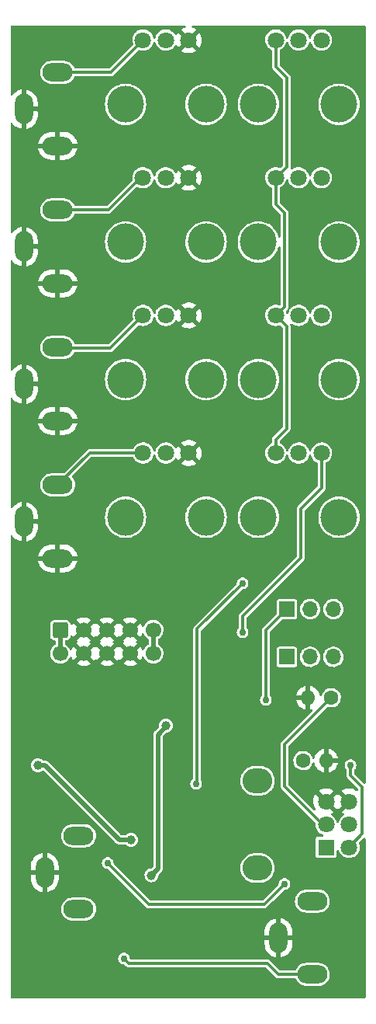
<source format=gtl>
G04 #@! TF.GenerationSoftware,KiCad,Pcbnew,6.0.5-a6ca702e91~116~ubuntu22.04.1*
G04 #@! TF.CreationDate,2022-06-02T14:51:50-07:00*
G04 #@! TF.ProjectId,HEAR,48454152-2e6b-4696-9361-645f70636258,2.1*
G04 #@! TF.SameCoordinates,Original*
G04 #@! TF.FileFunction,Copper,L1,Top*
G04 #@! TF.FilePolarity,Positive*
%FSLAX46Y46*%
G04 Gerber Fmt 4.6, Leading zero omitted, Abs format (unit mm)*
G04 Created by KiCad (PCBNEW 6.0.5-a6ca702e91~116~ubuntu22.04.1) date 2022-06-02 14:51:50*
%MOMM*%
%LPD*%
G01*
G04 APERTURE LIST*
G04 Aperture macros list*
%AMRoundRect*
0 Rectangle with rounded corners*
0 $1 Rounding radius*
0 $2 $3 $4 $5 $6 $7 $8 $9 X,Y pos of 4 corners*
0 Add a 4 corners polygon primitive as box body*
4,1,4,$2,$3,$4,$5,$6,$7,$8,$9,$2,$3,0*
0 Add four circle primitives for the rounded corners*
1,1,$1+$1,$2,$3*
1,1,$1+$1,$4,$5*
1,1,$1+$1,$6,$7*
1,1,$1+$1,$8,$9*
0 Add four rect primitives between the rounded corners*
20,1,$1+$1,$2,$3,$4,$5,0*
20,1,$1+$1,$4,$5,$6,$7,0*
20,1,$1+$1,$6,$7,$8,$9,0*
20,1,$1+$1,$8,$9,$2,$3,0*%
G04 Aperture macros list end*
G04 #@! TA.AperFunction,ComponentPad*
%ADD10O,3.300000X2.000000*%
G04 #@! TD*
G04 #@! TA.AperFunction,ComponentPad*
%ADD11O,2.000000X3.300000*%
G04 #@! TD*
G04 #@! TA.AperFunction,WasherPad*
%ADD12C,4.000000*%
G04 #@! TD*
G04 #@! TA.AperFunction,ComponentPad*
%ADD13C,1.800000*%
G04 #@! TD*
G04 #@! TA.AperFunction,ComponentPad*
%ADD14O,3.240000X2.720000*%
G04 #@! TD*
G04 #@! TA.AperFunction,ComponentPad*
%ADD15R,1.800000X1.800000*%
G04 #@! TD*
G04 #@! TA.AperFunction,ComponentPad*
%ADD16RoundRect,0.250000X-0.600000X0.600000X-0.600000X-0.600000X0.600000X-0.600000X0.600000X0.600000X0*%
G04 #@! TD*
G04 #@! TA.AperFunction,ComponentPad*
%ADD17C,1.700000*%
G04 #@! TD*
G04 #@! TA.AperFunction,ComponentPad*
%ADD18R,1.700000X1.700000*%
G04 #@! TD*
G04 #@! TA.AperFunction,ComponentPad*
%ADD19O,1.700000X1.700000*%
G04 #@! TD*
G04 #@! TA.AperFunction,ComponentPad*
%ADD20C,1.600000*%
G04 #@! TD*
G04 #@! TA.AperFunction,ComponentPad*
%ADD21O,1.600000X1.600000*%
G04 #@! TD*
G04 #@! TA.AperFunction,ViaPad*
%ADD22C,1.000000*%
G04 #@! TD*
G04 #@! TA.AperFunction,ViaPad*
%ADD23C,0.762000*%
G04 #@! TD*
G04 #@! TA.AperFunction,Conductor*
%ADD24C,0.500000*%
G04 #@! TD*
G04 #@! TA.AperFunction,Conductor*
%ADD25C,0.333000*%
G04 #@! TD*
G04 APERTURE END LIST*
D10*
X19685000Y-53911000D03*
D11*
X15985000Y-49911000D03*
D10*
X19685000Y-45911000D03*
D12*
X41600000Y-79400000D03*
X50400000Y-79400000D03*
D13*
X43500000Y-72400000D03*
X46000000Y-72400000D03*
X48500000Y-72400000D03*
D10*
X19685000Y-38925000D03*
D11*
X15985000Y-34925000D03*
D10*
X19685000Y-30925000D03*
X19685000Y-68897000D03*
D11*
X15985000Y-64897000D03*
D10*
X19685000Y-60897000D03*
D12*
X27100000Y-34400000D03*
X35900000Y-34400000D03*
D13*
X29000000Y-27400000D03*
X31500000Y-27400000D03*
X34000000Y-27400000D03*
D12*
X41600000Y-49400000D03*
X50400000Y-49400000D03*
D13*
X43500000Y-42400000D03*
X46000000Y-42400000D03*
X48500000Y-42400000D03*
D12*
X50400000Y-64400000D03*
X41600000Y-64400000D03*
D13*
X43500000Y-57400000D03*
X46000000Y-57400000D03*
X48500000Y-57400000D03*
D14*
X41503600Y-117616800D03*
X41503600Y-108116800D03*
D15*
X49003600Y-115366800D03*
D13*
X49003600Y-112866800D03*
X49003600Y-110366800D03*
X51503600Y-115366800D03*
X51503600Y-112866800D03*
X51503600Y-110366800D03*
D12*
X35900000Y-64400000D03*
X27100000Y-64400000D03*
D13*
X29000000Y-57400000D03*
X31500000Y-57400000D03*
X34000000Y-57400000D03*
D10*
X21971000Y-122110000D03*
D11*
X18271000Y-118110000D03*
D10*
X21971000Y-114110000D03*
D12*
X27100000Y-49400000D03*
X35900000Y-49400000D03*
D13*
X29000000Y-42400000D03*
X31500000Y-42400000D03*
X34000000Y-42400000D03*
D12*
X27100000Y-79400000D03*
X35900000Y-79400000D03*
D13*
X29000000Y-72400000D03*
X31500000Y-72400000D03*
X34000000Y-72400000D03*
D12*
X50400000Y-34400000D03*
X41600000Y-34400000D03*
D13*
X43500000Y-27400000D03*
X46000000Y-27400000D03*
X48500000Y-27400000D03*
D10*
X19685000Y-83883000D03*
D11*
X15985000Y-79883000D03*
D10*
X19685000Y-75883000D03*
X47498000Y-129222000D03*
D11*
X43798000Y-125222000D03*
D10*
X47498000Y-121222000D03*
D16*
X19964400Y-91694000D03*
D17*
X19964400Y-94234000D03*
X22504400Y-91694000D03*
X22504400Y-94234000D03*
X25044400Y-91694000D03*
X25044400Y-94234000D03*
X27584400Y-91694000D03*
X27584400Y-94234000D03*
X30124400Y-91694000D03*
X30124400Y-94234000D03*
D18*
X44704000Y-94615000D03*
D19*
X47244000Y-94615000D03*
X49784000Y-94615000D03*
D20*
X46482000Y-105918000D03*
D21*
X49022000Y-105918000D03*
D18*
X44719000Y-89408000D03*
D19*
X47259000Y-89408000D03*
X49799000Y-89408000D03*
D20*
X49559000Y-99060000D03*
D21*
X47019000Y-99060000D03*
D22*
X28956000Y-112268000D03*
X31089600Y-119583200D03*
X29921200Y-118414800D03*
X31496000Y-102108000D03*
X27686000Y-114554000D03*
X17526000Y-106426000D03*
D23*
X42418000Y-99314000D03*
X26924000Y-127508000D03*
X39878000Y-91948000D03*
X39878000Y-86614000D03*
X34798000Y-108458000D03*
X51663600Y-106426000D03*
X25146000Y-117094000D03*
X44450000Y-119380000D03*
D24*
X31496000Y-102108000D02*
X31496000Y-102222300D01*
X31496000Y-102222300D02*
X30632400Y-103085900D01*
X30632400Y-103085900D02*
X30632400Y-117703600D01*
X30632400Y-117703600D02*
X29921200Y-118414800D01*
D25*
X49003600Y-112866800D02*
X48604800Y-112866800D01*
X44450000Y-104169000D02*
X49559000Y-99060000D01*
X48604800Y-112866800D02*
X44450000Y-108712000D01*
X44450000Y-108712000D02*
X44450000Y-104169000D01*
D24*
X26416000Y-114554000D02*
X18288000Y-106426000D01*
X18288000Y-106426000D02*
X17526000Y-106426000D01*
X27686000Y-114554000D02*
X26416000Y-114554000D01*
X30124400Y-91694000D02*
X30124400Y-94234000D01*
X19964400Y-91694000D02*
X19964400Y-94234000D01*
D25*
X25475000Y-30925000D02*
X29000000Y-27400000D01*
X19685000Y-30925000D02*
X25475000Y-30925000D01*
X23168000Y-72400000D02*
X19685000Y-75883000D01*
X29000000Y-72400000D02*
X23168000Y-72400000D01*
X42418000Y-91709000D02*
X44719000Y-89408000D01*
X42418000Y-99314000D02*
X42418000Y-91709000D01*
X42565500Y-128016000D02*
X43771500Y-129222000D01*
X26924000Y-127508000D02*
X27432000Y-128016000D01*
X27432000Y-128016000D02*
X42565500Y-128016000D01*
X43771500Y-129222000D02*
X47498000Y-129222000D01*
X25209000Y-45911000D02*
X19685000Y-45911000D01*
X29000000Y-42400000D02*
X28720000Y-42400000D01*
X28720000Y-42400000D02*
X25209000Y-45911000D01*
X19748000Y-60960000D02*
X19685000Y-60897000D01*
X29000000Y-57400000D02*
X25440000Y-60960000D01*
X25440000Y-60960000D02*
X19748000Y-60960000D01*
X39878000Y-90170000D02*
X46228000Y-83820000D01*
X48500000Y-76212000D02*
X48500000Y-72400000D01*
X46228000Y-78484000D02*
X48500000Y-76212000D01*
X46228000Y-83820000D02*
X46228000Y-78484000D01*
X39878000Y-91948000D02*
X39878000Y-90170000D01*
X43500000Y-42400000D02*
X43500000Y-45278000D01*
X43500000Y-45278000D02*
X44450000Y-46228000D01*
X44450000Y-46228000D02*
X44450000Y-56450000D01*
X44704000Y-31496000D02*
X44704000Y-41196000D01*
X44679989Y-58579989D02*
X43500000Y-57400000D01*
X43500000Y-70927000D02*
X44679989Y-69747011D01*
X34925000Y-91567000D02*
X34925000Y-108331000D01*
X44450000Y-56450000D02*
X43500000Y-57400000D01*
X34925000Y-108331000D02*
X34798000Y-108458000D01*
X43500000Y-72400000D02*
X43500000Y-70927000D01*
X43500000Y-30292000D02*
X44704000Y-31496000D01*
X44679989Y-69747011D02*
X44679989Y-58579989D01*
X43500000Y-27400000D02*
X43500000Y-30292000D01*
X44704000Y-41196000D02*
X43500000Y-42400000D01*
X39878000Y-86614000D02*
X34925000Y-91567000D01*
X51663600Y-107543600D02*
X52959000Y-108839000D01*
X52959000Y-113911400D02*
X51503600Y-115366800D01*
X51663600Y-106426000D02*
X51663600Y-107543600D01*
X52959000Y-108839000D02*
X52959000Y-113911400D01*
X44450000Y-119380000D02*
X42214800Y-121615200D01*
X29667200Y-121615200D02*
X25146000Y-117094000D01*
X42214800Y-121615200D02*
X29667200Y-121615200D01*
G04 #@! TA.AperFunction,Conductor*
G36*
X33618865Y-25826902D02*
G01*
X33665358Y-25880558D01*
X33675462Y-25950832D01*
X33645968Y-26015412D01*
X33589889Y-26052665D01*
X33457426Y-26095961D01*
X33447916Y-26099958D01*
X33251725Y-26202089D01*
X33243007Y-26207578D01*
X33213961Y-26229386D01*
X33205508Y-26240711D01*
X33212251Y-26253040D01*
X33987189Y-27027979D01*
X34001132Y-27035592D01*
X34002966Y-27035461D01*
X34009580Y-27031210D01*
X34788994Y-26251795D01*
X34796011Y-26238944D01*
X34788237Y-26228274D01*
X34785902Y-26226430D01*
X34777320Y-26220729D01*
X34583678Y-26113833D01*
X34574276Y-26109607D01*
X34410674Y-26051673D01*
X34353138Y-26010079D01*
X34327222Y-25943981D01*
X34341156Y-25874365D01*
X34390515Y-25823334D01*
X34452734Y-25806900D01*
X53194300Y-25806900D01*
X53262421Y-25826902D01*
X53308914Y-25880558D01*
X53320300Y-25932900D01*
X53320300Y-108300726D01*
X53300298Y-108368847D01*
X53246642Y-108415340D01*
X53176368Y-108425444D01*
X53111788Y-108395950D01*
X53105205Y-108389821D01*
X52121505Y-107406121D01*
X52087479Y-107343809D01*
X52084600Y-107317026D01*
X52084600Y-106960297D01*
X52104602Y-106892176D01*
X52124015Y-106869933D01*
X52123910Y-106869837D01*
X52127626Y-106865796D01*
X52128767Y-106864489D01*
X52134826Y-106859314D01*
X52139253Y-106853154D01*
X52139256Y-106853150D01*
X52213013Y-106750504D01*
X52224583Y-106734403D01*
X52281955Y-106591688D01*
X52303628Y-106439407D01*
X52303768Y-106426000D01*
X52302486Y-106415399D01*
X52286201Y-106280839D01*
X52285289Y-106273299D01*
X52230919Y-106129413D01*
X52183439Y-106060329D01*
X52148099Y-106008908D01*
X52148097Y-106008906D01*
X52143797Y-106002649D01*
X52028953Y-105900327D01*
X51998653Y-105884284D01*
X51899731Y-105831907D01*
X51899728Y-105831906D01*
X51893016Y-105828352D01*
X51743834Y-105790880D01*
X51736236Y-105790840D01*
X51736234Y-105790840D01*
X51670743Y-105790497D01*
X51590021Y-105790075D01*
X51582642Y-105791847D01*
X51582638Y-105791847D01*
X51447834Y-105824210D01*
X51447830Y-105824211D01*
X51440455Y-105825982D01*
X51303772Y-105896529D01*
X51298050Y-105901521D01*
X51298048Y-105901522D01*
X51252574Y-105941192D01*
X51187862Y-105997644D01*
X51099418Y-106123488D01*
X51096659Y-106130563D01*
X51096658Y-106130566D01*
X51053664Y-106240840D01*
X51043544Y-106266797D01*
X51042552Y-106274330D01*
X51042552Y-106274331D01*
X51024901Y-106408405D01*
X51023467Y-106419296D01*
X51026138Y-106443487D01*
X51036071Y-106533457D01*
X51040346Y-106572183D01*
X51042955Y-106579314D01*
X51042956Y-106579316D01*
X51083142Y-106689128D01*
X51093206Y-106716630D01*
X51097442Y-106722933D01*
X51097442Y-106722934D01*
X51159598Y-106815431D01*
X51178996Y-106844299D01*
X51184615Y-106849412D01*
X51184616Y-106849413D01*
X51201399Y-106864684D01*
X51238322Y-106925324D01*
X51242600Y-106957878D01*
X51242600Y-107610280D01*
X51245665Y-107619713D01*
X51249901Y-107632750D01*
X51254517Y-107651974D01*
X51258214Y-107675318D01*
X51262716Y-107684153D01*
X51262716Y-107684154D01*
X51268943Y-107696374D01*
X51276509Y-107714640D01*
X51283810Y-107737112D01*
X51289639Y-107745135D01*
X51289640Y-107745137D01*
X51297701Y-107756233D01*
X51308028Y-107773084D01*
X51318758Y-107794142D01*
X52501095Y-108976479D01*
X52535121Y-109038791D01*
X52538000Y-109065574D01*
X52538000Y-109129418D01*
X52517998Y-109197539D01*
X52464342Y-109244032D01*
X52394068Y-109254136D01*
X52333908Y-109228300D01*
X52289501Y-109193229D01*
X52280923Y-109187530D01*
X52087278Y-109080633D01*
X52077872Y-109076406D01*
X51869372Y-109002572D01*
X51859409Y-108999940D01*
X51641647Y-108961150D01*
X51631396Y-108960181D01*
X51410216Y-108957479D01*
X51399932Y-108958199D01*
X51181293Y-108991655D01*
X51171266Y-108994044D01*
X50961026Y-109062761D01*
X50951516Y-109066758D01*
X50755325Y-109168889D01*
X50746607Y-109174378D01*
X50717561Y-109196186D01*
X50709108Y-109207511D01*
X50715852Y-109219841D01*
X51773715Y-110277705D01*
X51807741Y-110340017D01*
X51802676Y-110410833D01*
X51773715Y-110455895D01*
X51503600Y-110726010D01*
X50713784Y-111515827D01*
X50707024Y-111528207D01*
X50712305Y-111535261D01*
X50888680Y-111638327D01*
X50897970Y-111642778D01*
X50901338Y-111644064D01*
X50902501Y-111644949D01*
X50902631Y-111645011D01*
X50902618Y-111645038D01*
X50957841Y-111687052D01*
X50982133Y-111753763D01*
X50966502Y-111823018D01*
X50920811Y-111870058D01*
X50827063Y-111925832D01*
X50827060Y-111925834D01*
X50822095Y-111928788D01*
X50817755Y-111932594D01*
X50817751Y-111932597D01*
X50783517Y-111962620D01*
X50662568Y-112068690D01*
X50531207Y-112235320D01*
X50432412Y-112423099D01*
X50430700Y-112428613D01*
X50372873Y-112614846D01*
X50333570Y-112673971D01*
X50268540Y-112702462D01*
X50198431Y-112691272D01*
X50145501Y-112643955D01*
X50131271Y-112611683D01*
X50087605Y-112456853D01*
X50087603Y-112456847D01*
X50086036Y-112451292D01*
X49992190Y-112260991D01*
X49865236Y-112090979D01*
X49841124Y-112068690D01*
X49713666Y-111950869D01*
X49713663Y-111950867D01*
X49709426Y-111946950D01*
X49580919Y-111865868D01*
X49533981Y-111812602D01*
X49523292Y-111742415D01*
X49552246Y-111677591D01*
X49592723Y-111646156D01*
X49722378Y-111582638D01*
X49731236Y-111577359D01*
X49788697Y-111536372D01*
X49797097Y-111525674D01*
X49790109Y-111512520D01*
X48645522Y-110367932D01*
X49368008Y-110367932D01*
X49368139Y-110369766D01*
X49372390Y-110376380D01*
X50149907Y-111153896D01*
X50161913Y-111160452D01*
X50176474Y-111149328D01*
X50242749Y-111123869D01*
X50312267Y-111138282D01*
X50337498Y-111156020D01*
X50344153Y-111162041D01*
X50352931Y-111158258D01*
X51131579Y-110379611D01*
X51139192Y-110365668D01*
X51139061Y-110363834D01*
X51134810Y-110357220D01*
X50357462Y-109579873D01*
X50345931Y-109573576D01*
X50331753Y-109584684D01*
X50265794Y-109610951D01*
X50196105Y-109597388D01*
X50171819Y-109580972D01*
X50162138Y-109572635D01*
X50152573Y-109577038D01*
X49375621Y-110353989D01*
X49368008Y-110367932D01*
X48645522Y-110367932D01*
X48644390Y-110366800D01*
X47857464Y-109579875D01*
X47845930Y-109573577D01*
X47833647Y-109583200D01*
X47778067Y-109664677D01*
X47772979Y-109673633D01*
X47679852Y-109874259D01*
X47676289Y-109883946D01*
X47617181Y-110097080D01*
X47615250Y-110107200D01*
X47591745Y-110327149D01*
X47591493Y-110337438D01*
X47604227Y-110558268D01*
X47605661Y-110568470D01*
X47654285Y-110784239D01*
X47657373Y-110794092D01*
X47740589Y-110999026D01*
X47745229Y-111008213D01*
X47827801Y-111142959D01*
X47846339Y-111211493D01*
X47824882Y-111279170D01*
X47770243Y-111324503D01*
X47699769Y-111333099D01*
X47631273Y-111297889D01*
X45540895Y-109207511D01*
X48209108Y-109207511D01*
X48215851Y-109219840D01*
X48990789Y-109994779D01*
X49004732Y-110002392D01*
X49006566Y-110002261D01*
X49013180Y-109998010D01*
X49792594Y-109218595D01*
X49799611Y-109205744D01*
X49791837Y-109195074D01*
X49789502Y-109193230D01*
X49780920Y-109187529D01*
X49587278Y-109080633D01*
X49577872Y-109076406D01*
X49369372Y-109002572D01*
X49359409Y-108999940D01*
X49141647Y-108961150D01*
X49131396Y-108960181D01*
X48910216Y-108957479D01*
X48899932Y-108958199D01*
X48681293Y-108991655D01*
X48671266Y-108994044D01*
X48461026Y-109062761D01*
X48451516Y-109066758D01*
X48255325Y-109168889D01*
X48246607Y-109174378D01*
X48217561Y-109196186D01*
X48209108Y-109207511D01*
X45540895Y-109207511D01*
X44907905Y-108574521D01*
X44873879Y-108512209D01*
X44871000Y-108485426D01*
X44871000Y-105903206D01*
X45422501Y-105903206D01*
X45427476Y-105962454D01*
X45438663Y-106095661D01*
X45439806Y-106109278D01*
X45496807Y-106308066D01*
X45499625Y-106313548D01*
X45499626Y-106313552D01*
X45588514Y-106486509D01*
X45588517Y-106486513D01*
X45591334Y-106491995D01*
X45719786Y-106654061D01*
X45724479Y-106658055D01*
X45724480Y-106658056D01*
X45800712Y-106722934D01*
X45877271Y-106788091D01*
X46057789Y-106888980D01*
X46254466Y-106952884D01*
X46459809Y-106977370D01*
X46465944Y-106976898D01*
X46465946Y-106976898D01*
X46659856Y-106961977D01*
X46659860Y-106961976D01*
X46665998Y-106961504D01*
X46865178Y-106905892D01*
X46870682Y-106903112D01*
X46870684Y-106903111D01*
X47044262Y-106815431D01*
X47044264Y-106815430D01*
X47049763Y-106812652D01*
X47212722Y-106685334D01*
X47216748Y-106680670D01*
X47216751Y-106680667D01*
X47343819Y-106533457D01*
X47343820Y-106533455D01*
X47347848Y-106528789D01*
X47408280Y-106422411D01*
X47446950Y-106354340D01*
X47446952Y-106354336D01*
X47449995Y-106348979D01*
X47451940Y-106343131D01*
X47451943Y-106343125D01*
X47502058Y-106192473D01*
X47542539Y-106134149D01*
X47608127Y-106106969D01*
X47677998Y-106119564D01*
X47729967Y-106167934D01*
X47743323Y-106199634D01*
X47786764Y-106361761D01*
X47790510Y-106372053D01*
X47882586Y-106569511D01*
X47888069Y-106579007D01*
X48013028Y-106757467D01*
X48020084Y-106765875D01*
X48174125Y-106919916D01*
X48182533Y-106926972D01*
X48360993Y-107051931D01*
X48370489Y-107057414D01*
X48567947Y-107149490D01*
X48578239Y-107153236D01*
X48750503Y-107199394D01*
X48764599Y-107199058D01*
X48768000Y-107191116D01*
X48768000Y-107185967D01*
X49276000Y-107185967D01*
X49279973Y-107199498D01*
X49288522Y-107200727D01*
X49465761Y-107153236D01*
X49476053Y-107149490D01*
X49673511Y-107057414D01*
X49683007Y-107051931D01*
X49861467Y-106926972D01*
X49869875Y-106919916D01*
X50023916Y-106765875D01*
X50030972Y-106757467D01*
X50155931Y-106579007D01*
X50161414Y-106569511D01*
X50253490Y-106372053D01*
X50257236Y-106361761D01*
X50303394Y-106189497D01*
X50303058Y-106175401D01*
X50295116Y-106172000D01*
X49294115Y-106172000D01*
X49278876Y-106176475D01*
X49277671Y-106177865D01*
X49276000Y-106185548D01*
X49276000Y-107185967D01*
X48768000Y-107185967D01*
X48768000Y-105645885D01*
X49276000Y-105645885D01*
X49280475Y-105661124D01*
X49281865Y-105662329D01*
X49289548Y-105664000D01*
X50289967Y-105664000D01*
X50303498Y-105660027D01*
X50304727Y-105651478D01*
X50257236Y-105474239D01*
X50253490Y-105463947D01*
X50161414Y-105266489D01*
X50155931Y-105256993D01*
X50030972Y-105078533D01*
X50023916Y-105070125D01*
X49869875Y-104916084D01*
X49861467Y-104909028D01*
X49683007Y-104784069D01*
X49673511Y-104778586D01*
X49476053Y-104686510D01*
X49465761Y-104682764D01*
X49293497Y-104636606D01*
X49279401Y-104636942D01*
X49276000Y-104644884D01*
X49276000Y-105645885D01*
X48768000Y-105645885D01*
X48768000Y-104650033D01*
X48764027Y-104636502D01*
X48755478Y-104635273D01*
X48578239Y-104682764D01*
X48567947Y-104686510D01*
X48370489Y-104778586D01*
X48360993Y-104784069D01*
X48182533Y-104909028D01*
X48174125Y-104916084D01*
X48020084Y-105070125D01*
X48013028Y-105078533D01*
X47888069Y-105256993D01*
X47882586Y-105266489D01*
X47790510Y-105463947D01*
X47786765Y-105474236D01*
X47742704Y-105638673D01*
X47705752Y-105699295D01*
X47641891Y-105730317D01*
X47571397Y-105721888D01*
X47516650Y-105676685D01*
X47500375Y-105642479D01*
X47463432Y-105520116D01*
X47461651Y-105514217D01*
X47364565Y-105331625D01*
X47360674Y-105326855D01*
X47360672Y-105326851D01*
X47237758Y-105176143D01*
X47237755Y-105176140D01*
X47233863Y-105171368D01*
X47226966Y-105165662D01*
X47079271Y-105043478D01*
X47079266Y-105043475D01*
X47074522Y-105039550D01*
X47069103Y-105036620D01*
X47069100Y-105036618D01*
X46898032Y-104944122D01*
X46898027Y-104944120D01*
X46892612Y-104941192D01*
X46695063Y-104880040D01*
X46688938Y-104879396D01*
X46688937Y-104879396D01*
X46495526Y-104859068D01*
X46495524Y-104859068D01*
X46489397Y-104858424D01*
X46363229Y-104869906D01*
X46289591Y-104876607D01*
X46289590Y-104876607D01*
X46283450Y-104877166D01*
X46085066Y-104935554D01*
X46079601Y-104938411D01*
X45907261Y-105028508D01*
X45907257Y-105028511D01*
X45901801Y-105031363D01*
X45740635Y-105160943D01*
X45607708Y-105319360D01*
X45508082Y-105500578D01*
X45445553Y-105697696D01*
X45444867Y-105703813D01*
X45444866Y-105703817D01*
X45429673Y-105839266D01*
X45422501Y-105903206D01*
X44871000Y-105903206D01*
X44871000Y-104395574D01*
X44891002Y-104327453D01*
X44907905Y-104306479D01*
X49116884Y-100097500D01*
X49179196Y-100063474D01*
X49244916Y-100066762D01*
X49331466Y-100094884D01*
X49536809Y-100119370D01*
X49542944Y-100118898D01*
X49542946Y-100118898D01*
X49736856Y-100103977D01*
X49736860Y-100103976D01*
X49742998Y-100103504D01*
X49942178Y-100047892D01*
X49947682Y-100045112D01*
X49947684Y-100045111D01*
X50121262Y-99957431D01*
X50121264Y-99957430D01*
X50126763Y-99954652D01*
X50289722Y-99827334D01*
X50293748Y-99822670D01*
X50293751Y-99822667D01*
X50420819Y-99675457D01*
X50420820Y-99675455D01*
X50424848Y-99670789D01*
X50526995Y-99490979D01*
X50559632Y-99392866D01*
X50590325Y-99300601D01*
X50590326Y-99300598D01*
X50592270Y-99294753D01*
X50618189Y-99089586D01*
X50618602Y-99060000D01*
X50598422Y-98854189D01*
X50538651Y-98656217D01*
X50441565Y-98473625D01*
X50437674Y-98468855D01*
X50437672Y-98468851D01*
X50314758Y-98318143D01*
X50314755Y-98318140D01*
X50310863Y-98313368D01*
X50303966Y-98307662D01*
X50156271Y-98185478D01*
X50156266Y-98185475D01*
X50151522Y-98181550D01*
X50146103Y-98178620D01*
X50146100Y-98178618D01*
X49975032Y-98086122D01*
X49975027Y-98086120D01*
X49969612Y-98083192D01*
X49772063Y-98022040D01*
X49765938Y-98021396D01*
X49765937Y-98021396D01*
X49572526Y-98001068D01*
X49572524Y-98001068D01*
X49566397Y-98000424D01*
X49440229Y-98011906D01*
X49366591Y-98018607D01*
X49366590Y-98018607D01*
X49360450Y-98019166D01*
X49162066Y-98077554D01*
X49156601Y-98080411D01*
X48984261Y-98170508D01*
X48984257Y-98170511D01*
X48978801Y-98173363D01*
X48817635Y-98302943D01*
X48684708Y-98461360D01*
X48585082Y-98642578D01*
X48583219Y-98648451D01*
X48539844Y-98785187D01*
X48500181Y-98844072D01*
X48434979Y-98872164D01*
X48364939Y-98860547D01*
X48312299Y-98812907D01*
X48298035Y-98779700D01*
X48254236Y-98616239D01*
X48250490Y-98605947D01*
X48158414Y-98408489D01*
X48152931Y-98398993D01*
X48027972Y-98220533D01*
X48020916Y-98212125D01*
X47866875Y-98058084D01*
X47858467Y-98051028D01*
X47680007Y-97926069D01*
X47670511Y-97920586D01*
X47473053Y-97828510D01*
X47462761Y-97824764D01*
X47290497Y-97778606D01*
X47276401Y-97778942D01*
X47273000Y-97786884D01*
X47273000Y-100327967D01*
X47276973Y-100341498D01*
X47285522Y-100342727D01*
X47371389Y-100319719D01*
X47442366Y-100321409D01*
X47501161Y-100361203D01*
X47529109Y-100426468D01*
X47517335Y-100496481D01*
X47493095Y-100530521D01*
X44105158Y-103918458D01*
X44100656Y-103927294D01*
X44094430Y-103939513D01*
X44084101Y-103956367D01*
X44076040Y-103967463D01*
X44070210Y-103975488D01*
X44067146Y-103984918D01*
X44062909Y-103997959D01*
X44055344Y-104016224D01*
X44044614Y-104037282D01*
X44043063Y-104047077D01*
X44040917Y-104060625D01*
X44036301Y-104079850D01*
X44029000Y-104102320D01*
X44029000Y-108778680D01*
X44032065Y-108788113D01*
X44036301Y-108801150D01*
X44040917Y-108820374D01*
X44044614Y-108843718D01*
X44049116Y-108852553D01*
X44049116Y-108852554D01*
X44055343Y-108864774D01*
X44062909Y-108883040D01*
X44070210Y-108905512D01*
X44076039Y-108913535D01*
X44076040Y-108913537D01*
X44084101Y-108924633D01*
X44094428Y-108941484D01*
X44105158Y-108962542D01*
X47815572Y-112672956D01*
X47849598Y-112735268D01*
X47851604Y-112776860D01*
X47844551Y-112836449D01*
X47858429Y-113048177D01*
X47910658Y-113253831D01*
X47999490Y-113446523D01*
X48121950Y-113619800D01*
X48126084Y-113623827D01*
X48212745Y-113708248D01*
X48273937Y-113767859D01*
X48278733Y-113771064D01*
X48278736Y-113771066D01*
X48386031Y-113842758D01*
X48450360Y-113885741D01*
X48455663Y-113888019D01*
X48455666Y-113888021D01*
X48645311Y-113969499D01*
X48644588Y-113971182D01*
X48696299Y-114006544D01*
X48723934Y-114071942D01*
X48711826Y-114141898D01*
X48663818Y-114194203D01*
X48598756Y-114212301D01*
X48078534Y-114212301D01*
X48042782Y-114219412D01*
X48016474Y-114224644D01*
X48016472Y-114224645D01*
X48004299Y-114227066D01*
X47993979Y-114233961D01*
X47993978Y-114233962D01*
X47959142Y-114257239D01*
X47920116Y-114283316D01*
X47863866Y-114367499D01*
X47849100Y-114441733D01*
X47849101Y-116291866D01*
X47863866Y-116366101D01*
X47870761Y-116376420D01*
X47870762Y-116376422D01*
X47902007Y-116423183D01*
X47920116Y-116450284D01*
X48004299Y-116506534D01*
X48078533Y-116521300D01*
X49003450Y-116521300D01*
X49928666Y-116521299D01*
X49964418Y-116514188D01*
X49990726Y-116508956D01*
X49990728Y-116508955D01*
X50002901Y-116506534D01*
X50013221Y-116499639D01*
X50013222Y-116499638D01*
X50076768Y-116457177D01*
X50087084Y-116450284D01*
X50143334Y-116366101D01*
X50158100Y-116291867D01*
X50158100Y-115767382D01*
X50178102Y-115699261D01*
X50231758Y-115652768D01*
X50302032Y-115642664D01*
X50366612Y-115672158D01*
X50406223Y-115736367D01*
X50410658Y-115753831D01*
X50499490Y-115946523D01*
X50621950Y-116119800D01*
X50773937Y-116267859D01*
X50778733Y-116271064D01*
X50778736Y-116271066D01*
X50902745Y-116353926D01*
X50950360Y-116385741D01*
X50955663Y-116388019D01*
X50955666Y-116388021D01*
X51122845Y-116459847D01*
X51145311Y-116469499D01*
X51221350Y-116486705D01*
X51346625Y-116515052D01*
X51346630Y-116515053D01*
X51352262Y-116516327D01*
X51358033Y-116516554D01*
X51358035Y-116516554D01*
X51423511Y-116519126D01*
X51564281Y-116524657D01*
X51672574Y-116508955D01*
X51768553Y-116495039D01*
X51768558Y-116495038D01*
X51774267Y-116494210D01*
X51779731Y-116492355D01*
X51779736Y-116492354D01*
X51880601Y-116458115D01*
X51975189Y-116426007D01*
X52052821Y-116382531D01*
X52155270Y-116325157D01*
X52155274Y-116325154D01*
X52160317Y-116322330D01*
X52323452Y-116186652D01*
X52459130Y-116023517D01*
X52461954Y-116018474D01*
X52461957Y-116018470D01*
X52559983Y-115843432D01*
X52559984Y-115843430D01*
X52562807Y-115838389D01*
X52631010Y-115637467D01*
X52661457Y-115427481D01*
X52663046Y-115366800D01*
X52643631Y-115155508D01*
X52590343Y-114966563D01*
X52591103Y-114895571D01*
X52622517Y-114843267D01*
X53105205Y-114360579D01*
X53167517Y-114326553D01*
X53238332Y-114331618D01*
X53295168Y-114374165D01*
X53319979Y-114440685D01*
X53320300Y-114449674D01*
X53320300Y-131671900D01*
X53300298Y-131740021D01*
X53246642Y-131786514D01*
X53194300Y-131797900D01*
X14655300Y-131797900D01*
X14587179Y-131777898D01*
X14540686Y-131724242D01*
X14529300Y-131671900D01*
X14529300Y-127501296D01*
X26283867Y-127501296D01*
X26289106Y-127548752D01*
X26298762Y-127636210D01*
X26300746Y-127654183D01*
X26353606Y-127798630D01*
X26357842Y-127804933D01*
X26357842Y-127804934D01*
X26435162Y-127919999D01*
X26435165Y-127920002D01*
X26439396Y-127926299D01*
X26553163Y-128029819D01*
X26688338Y-128103213D01*
X26837119Y-128142245D01*
X26913840Y-128143450D01*
X26981637Y-128164519D01*
X27000955Y-128180339D01*
X27181458Y-128360842D01*
X27202517Y-128371572D01*
X27219360Y-128381893D01*
X27238487Y-128395790D01*
X27247915Y-128398853D01*
X27247920Y-128398856D01*
X27260966Y-128403095D01*
X27279228Y-128410659D01*
X27300282Y-128421386D01*
X27310072Y-128422937D01*
X27310076Y-128422938D01*
X27323629Y-128425085D01*
X27342841Y-128429697D01*
X27365319Y-128437000D01*
X42338926Y-128437000D01*
X42407047Y-128457002D01*
X42428021Y-128473905D01*
X43520958Y-129566842D01*
X43542016Y-129577572D01*
X43558867Y-129587899D01*
X43569963Y-129595960D01*
X43569965Y-129595961D01*
X43577988Y-129601790D01*
X43587418Y-129604854D01*
X43600459Y-129609091D01*
X43618724Y-129616656D01*
X43639782Y-129627386D01*
X43663126Y-129631083D01*
X43682350Y-129635699D01*
X43704820Y-129643000D01*
X45576695Y-129643000D01*
X45644816Y-129663002D01*
X45688661Y-129711210D01*
X45784509Y-129896912D01*
X45920833Y-130074573D01*
X45924979Y-130078346D01*
X45924984Y-130078351D01*
X46027309Y-130171459D01*
X46086464Y-130225286D01*
X46276167Y-130344286D01*
X46483944Y-130427812D01*
X46489436Y-130428949D01*
X46489438Y-130428950D01*
X46630059Y-130458071D01*
X46703228Y-130473224D01*
X46707839Y-130473490D01*
X46707840Y-130473490D01*
X46758225Y-130476395D01*
X46758229Y-130476395D01*
X46760048Y-130476500D01*
X48204819Y-130476500D01*
X48207606Y-130476251D01*
X48207612Y-130476251D01*
X48276962Y-130470061D01*
X48371051Y-130461664D01*
X48587051Y-130402573D01*
X48592109Y-130400161D01*
X48592113Y-130400159D01*
X48784107Y-130308583D01*
X48784109Y-130308582D01*
X48789174Y-130306166D01*
X48897578Y-130228270D01*
X48966470Y-130178766D01*
X48966472Y-130178764D01*
X48971030Y-130175489D01*
X49126871Y-130014674D01*
X49206003Y-129896912D01*
X49248641Y-129833460D01*
X49248643Y-129833457D01*
X49251770Y-129828803D01*
X49341782Y-129623752D01*
X49394059Y-129406002D01*
X49406949Y-129182436D01*
X49380046Y-128960120D01*
X49314200Y-128746083D01*
X49211491Y-128547088D01*
X49075167Y-128369427D01*
X49071021Y-128365654D01*
X49071016Y-128365649D01*
X48913689Y-128222493D01*
X48909536Y-128218714D01*
X48719833Y-128099714D01*
X48512056Y-128016188D01*
X48506564Y-128015051D01*
X48506562Y-128015050D01*
X48355754Y-127983819D01*
X48292772Y-127970776D01*
X48288161Y-127970510D01*
X48288160Y-127970510D01*
X48237775Y-127967605D01*
X48237771Y-127967605D01*
X48235952Y-127967500D01*
X46791181Y-127967500D01*
X46788394Y-127967749D01*
X46788388Y-127967749D01*
X46719038Y-127973939D01*
X46624949Y-127982336D01*
X46408949Y-128041427D01*
X46403891Y-128043839D01*
X46403887Y-128043841D01*
X46211893Y-128135417D01*
X46206826Y-128137834D01*
X46202265Y-128141111D01*
X46202264Y-128141112D01*
X46089011Y-128222493D01*
X46024970Y-128268511D01*
X46021065Y-128272541D01*
X45873239Y-128425085D01*
X45869129Y-128429326D01*
X45866001Y-128433981D01*
X45786649Y-128552071D01*
X45744230Y-128615197D01*
X45741975Y-128620335D01*
X45695746Y-128725646D01*
X45650050Y-128779981D01*
X45580373Y-128801000D01*
X43998074Y-128801000D01*
X43929953Y-128780998D01*
X43908979Y-128764095D01*
X42816042Y-127671158D01*
X42794984Y-127660428D01*
X42778133Y-127650101D01*
X42767037Y-127642040D01*
X42767035Y-127642039D01*
X42759012Y-127636210D01*
X42736540Y-127628909D01*
X42718274Y-127621343D01*
X42706054Y-127615116D01*
X42706053Y-127615116D01*
X42697218Y-127610614D01*
X42673874Y-127606917D01*
X42654650Y-127602301D01*
X42641613Y-127598065D01*
X42632180Y-127595000D01*
X27686367Y-127595000D01*
X27618246Y-127574998D01*
X27571753Y-127521342D01*
X27561280Y-127484137D01*
X27546601Y-127362839D01*
X27545689Y-127355299D01*
X27491319Y-127211413D01*
X27404197Y-127084649D01*
X27289353Y-126982327D01*
X27253803Y-126963504D01*
X27160131Y-126913907D01*
X27160128Y-126913906D01*
X27153416Y-126910352D01*
X27004234Y-126872880D01*
X26996636Y-126872840D01*
X26996634Y-126872840D01*
X26931143Y-126872497D01*
X26850421Y-126872075D01*
X26843042Y-126873847D01*
X26843038Y-126873847D01*
X26708234Y-126906210D01*
X26708230Y-126906211D01*
X26700855Y-126907982D01*
X26619028Y-126950216D01*
X26593283Y-126963504D01*
X26564172Y-126978529D01*
X26448262Y-127079644D01*
X26359818Y-127205488D01*
X26357059Y-127212563D01*
X26357058Y-127212566D01*
X26306704Y-127341717D01*
X26303944Y-127348797D01*
X26283867Y-127501296D01*
X14529300Y-127501296D01*
X14529300Y-125930456D01*
X42290000Y-125930456D01*
X42290202Y-125935488D01*
X42304150Y-126108843D01*
X42305762Y-126118796D01*
X42361233Y-126344633D01*
X42364416Y-126354203D01*
X42455280Y-126568265D01*
X42459955Y-126577207D01*
X42583874Y-126773987D01*
X42589914Y-126782060D01*
X42743703Y-126956500D01*
X42750956Y-126963504D01*
X42930654Y-127111110D01*
X42938936Y-127116866D01*
X43139919Y-127233841D01*
X43149024Y-127238203D01*
X43366115Y-127321537D01*
X43375804Y-127324388D01*
X43526264Y-127355821D01*
X43540325Y-127354698D01*
X43544000Y-127344590D01*
X43544000Y-127342590D01*
X44052000Y-127342590D01*
X44056136Y-127356676D01*
X44069114Y-127358725D01*
X44086830Y-127356675D01*
X44096727Y-127354715D01*
X44320494Y-127291396D01*
X44329938Y-127287884D01*
X44540705Y-127189601D01*
X44549471Y-127184622D01*
X44741802Y-127053913D01*
X44749677Y-127047581D01*
X44918626Y-126887814D01*
X44925387Y-126880305D01*
X45066625Y-126695574D01*
X45072089Y-126687095D01*
X45181978Y-126482153D01*
X45186020Y-126472901D01*
X45261727Y-126253029D01*
X45264236Y-126243257D01*
X45304004Y-126013029D01*
X45304859Y-126005157D01*
X45305936Y-125981449D01*
X45306000Y-125978616D01*
X45306000Y-125494115D01*
X45301525Y-125478876D01*
X45300135Y-125477671D01*
X45292452Y-125476000D01*
X44070115Y-125476000D01*
X44054876Y-125480475D01*
X44053671Y-125481865D01*
X44052000Y-125489548D01*
X44052000Y-127342590D01*
X43544000Y-127342590D01*
X43544000Y-125494115D01*
X43539525Y-125478876D01*
X43538135Y-125477671D01*
X43530452Y-125476000D01*
X42308115Y-125476000D01*
X42292876Y-125480475D01*
X42291671Y-125481865D01*
X42290000Y-125489548D01*
X42290000Y-125930456D01*
X14529300Y-125930456D01*
X14529300Y-124949885D01*
X42290000Y-124949885D01*
X42294475Y-124965124D01*
X42295865Y-124966329D01*
X42303548Y-124968000D01*
X43525885Y-124968000D01*
X43541124Y-124963525D01*
X43542329Y-124962135D01*
X43544000Y-124954452D01*
X43544000Y-124949885D01*
X44052000Y-124949885D01*
X44056475Y-124965124D01*
X44057865Y-124966329D01*
X44065548Y-124968000D01*
X45287885Y-124968000D01*
X45303124Y-124963525D01*
X45304329Y-124962135D01*
X45306000Y-124954452D01*
X45306000Y-124513544D01*
X45305798Y-124508512D01*
X45291850Y-124335157D01*
X45290238Y-124325204D01*
X45234767Y-124099367D01*
X45231584Y-124089797D01*
X45140720Y-123875735D01*
X45136045Y-123866793D01*
X45012126Y-123670013D01*
X45006086Y-123661940D01*
X44852297Y-123487500D01*
X44845044Y-123480496D01*
X44665346Y-123332890D01*
X44657064Y-123327134D01*
X44456081Y-123210159D01*
X44446976Y-123205797D01*
X44229885Y-123122463D01*
X44220196Y-123119612D01*
X44069736Y-123088179D01*
X44055675Y-123089302D01*
X44052000Y-123099410D01*
X44052000Y-124949885D01*
X43544000Y-124949885D01*
X43544000Y-123101410D01*
X43539864Y-123087324D01*
X43526886Y-123085275D01*
X43509170Y-123087325D01*
X43499273Y-123089285D01*
X43275506Y-123152604D01*
X43266062Y-123156116D01*
X43055295Y-123254399D01*
X43046529Y-123259378D01*
X42854198Y-123390087D01*
X42846323Y-123396419D01*
X42677374Y-123556186D01*
X42670613Y-123563695D01*
X42529375Y-123748426D01*
X42523911Y-123756905D01*
X42414022Y-123961847D01*
X42409980Y-123971099D01*
X42334273Y-124190971D01*
X42331764Y-124200743D01*
X42291996Y-124430971D01*
X42291141Y-124438843D01*
X42290064Y-124462551D01*
X42290000Y-124465384D01*
X42290000Y-124949885D01*
X14529300Y-124949885D01*
X14529300Y-122149564D01*
X20062051Y-122149564D01*
X20088954Y-122371880D01*
X20154800Y-122585917D01*
X20257509Y-122784912D01*
X20393833Y-122962573D01*
X20397979Y-122966346D01*
X20397984Y-122966351D01*
X20546412Y-123101410D01*
X20559464Y-123113286D01*
X20749167Y-123232286D01*
X20754376Y-123234380D01*
X20754378Y-123234381D01*
X20816560Y-123259378D01*
X20956944Y-123315812D01*
X20962436Y-123316949D01*
X20962438Y-123316950D01*
X21103059Y-123346071D01*
X21176228Y-123361224D01*
X21180839Y-123361490D01*
X21180840Y-123361490D01*
X21231225Y-123364395D01*
X21231229Y-123364395D01*
X21233048Y-123364500D01*
X22677819Y-123364500D01*
X22680606Y-123364251D01*
X22680612Y-123364251D01*
X22749962Y-123358061D01*
X22844051Y-123349664D01*
X23060051Y-123290573D01*
X23065109Y-123288161D01*
X23065113Y-123288159D01*
X23257107Y-123196583D01*
X23257109Y-123196582D01*
X23262174Y-123194166D01*
X23370578Y-123116270D01*
X23439470Y-123066766D01*
X23439472Y-123066764D01*
X23444030Y-123063489D01*
X23599871Y-122902674D01*
X23679003Y-122784912D01*
X23721641Y-122721460D01*
X23721643Y-122721457D01*
X23724770Y-122716803D01*
X23814782Y-122511752D01*
X23855704Y-122341300D01*
X23865749Y-122299459D01*
X23865749Y-122299458D01*
X23867059Y-122294002D01*
X23879949Y-122070436D01*
X23853046Y-121848120D01*
X23787200Y-121634083D01*
X23779052Y-121618295D01*
X23687063Y-121440071D01*
X23687063Y-121440070D01*
X23684491Y-121435088D01*
X23548167Y-121257427D01*
X23544021Y-121253654D01*
X23544016Y-121253649D01*
X23386689Y-121110493D01*
X23382536Y-121106714D01*
X23192833Y-120987714D01*
X22985056Y-120904188D01*
X22979564Y-120903051D01*
X22979562Y-120903050D01*
X22828754Y-120871819D01*
X22765772Y-120858776D01*
X22761161Y-120858510D01*
X22761160Y-120858510D01*
X22710775Y-120855605D01*
X22710771Y-120855605D01*
X22708952Y-120855500D01*
X21264181Y-120855500D01*
X21261394Y-120855749D01*
X21261388Y-120855749D01*
X21192038Y-120861939D01*
X21097949Y-120870336D01*
X20881949Y-120929427D01*
X20876891Y-120931839D01*
X20876887Y-120931841D01*
X20684893Y-121023417D01*
X20679826Y-121025834D01*
X20675265Y-121029111D01*
X20675264Y-121029112D01*
X20562011Y-121110493D01*
X20497970Y-121156511D01*
X20342129Y-121317326D01*
X20339001Y-121321981D01*
X20233955Y-121478308D01*
X20217230Y-121503197D01*
X20127218Y-121708248D01*
X20074941Y-121925998D01*
X20062051Y-122149564D01*
X14529300Y-122149564D01*
X14529300Y-118818456D01*
X16763000Y-118818456D01*
X16763202Y-118823488D01*
X16777150Y-118996843D01*
X16778762Y-119006796D01*
X16834233Y-119232633D01*
X16837416Y-119242203D01*
X16928280Y-119456265D01*
X16932955Y-119465207D01*
X17056874Y-119661987D01*
X17062914Y-119670060D01*
X17216703Y-119844500D01*
X17223956Y-119851504D01*
X17403654Y-119999110D01*
X17411936Y-120004866D01*
X17612919Y-120121841D01*
X17622024Y-120126203D01*
X17839115Y-120209537D01*
X17848804Y-120212388D01*
X17999264Y-120243821D01*
X18013325Y-120242698D01*
X18017000Y-120232590D01*
X18017000Y-120230590D01*
X18525000Y-120230590D01*
X18529136Y-120244676D01*
X18542114Y-120246725D01*
X18559830Y-120244675D01*
X18569727Y-120242715D01*
X18793494Y-120179396D01*
X18802938Y-120175884D01*
X19013705Y-120077601D01*
X19022471Y-120072622D01*
X19214802Y-119941913D01*
X19222677Y-119935581D01*
X19391626Y-119775814D01*
X19398387Y-119768305D01*
X19539625Y-119583574D01*
X19545089Y-119575095D01*
X19654978Y-119370153D01*
X19659020Y-119360901D01*
X19734727Y-119141029D01*
X19737236Y-119131257D01*
X19777004Y-118901029D01*
X19777859Y-118893157D01*
X19778936Y-118869449D01*
X19779000Y-118866616D01*
X19779000Y-118382115D01*
X19774525Y-118366876D01*
X19773135Y-118365671D01*
X19765452Y-118364000D01*
X18543115Y-118364000D01*
X18527876Y-118368475D01*
X18526671Y-118369865D01*
X18525000Y-118377548D01*
X18525000Y-120230590D01*
X18017000Y-120230590D01*
X18017000Y-118382115D01*
X18012525Y-118366876D01*
X18011135Y-118365671D01*
X18003452Y-118364000D01*
X16781115Y-118364000D01*
X16765876Y-118368475D01*
X16764671Y-118369865D01*
X16763000Y-118377548D01*
X16763000Y-118818456D01*
X14529300Y-118818456D01*
X14529300Y-117837885D01*
X16763000Y-117837885D01*
X16767475Y-117853124D01*
X16768865Y-117854329D01*
X16776548Y-117856000D01*
X17998885Y-117856000D01*
X18014124Y-117851525D01*
X18015329Y-117850135D01*
X18017000Y-117842452D01*
X18017000Y-117837885D01*
X18525000Y-117837885D01*
X18529475Y-117853124D01*
X18530865Y-117854329D01*
X18538548Y-117856000D01*
X19760885Y-117856000D01*
X19776124Y-117851525D01*
X19777329Y-117850135D01*
X19779000Y-117842452D01*
X19779000Y-117401544D01*
X19778798Y-117396512D01*
X19764850Y-117223157D01*
X19763238Y-117213204D01*
X19732312Y-117087296D01*
X24505867Y-117087296D01*
X24522746Y-117240183D01*
X24525355Y-117247314D01*
X24525356Y-117247316D01*
X24564172Y-117353384D01*
X24575606Y-117384630D01*
X24579842Y-117390933D01*
X24579842Y-117390934D01*
X24657162Y-117505999D01*
X24657165Y-117506002D01*
X24661396Y-117512299D01*
X24775163Y-117615819D01*
X24910338Y-117689213D01*
X25059119Y-117728245D01*
X25135840Y-117729450D01*
X25203637Y-117750519D01*
X25222955Y-117766339D01*
X29416658Y-121960042D01*
X29437717Y-121970772D01*
X29454560Y-121981093D01*
X29473687Y-121994990D01*
X29483115Y-121998053D01*
X29483120Y-121998056D01*
X29496166Y-122002295D01*
X29514428Y-122009859D01*
X29535482Y-122020586D01*
X29545275Y-122022137D01*
X29545281Y-122022139D01*
X29558829Y-122024285D01*
X29578050Y-122028899D01*
X29600520Y-122036200D01*
X42281480Y-122036200D01*
X42303950Y-122028899D01*
X42323174Y-122024283D01*
X42346518Y-122020586D01*
X42367576Y-122009856D01*
X42385841Y-122002291D01*
X42398882Y-121998054D01*
X42408312Y-121994990D01*
X42416335Y-121989161D01*
X42416337Y-121989160D01*
X42427433Y-121981099D01*
X42444284Y-121970772D01*
X42465342Y-121960042D01*
X43163820Y-121261564D01*
X45589051Y-121261564D01*
X45615954Y-121483880D01*
X45681800Y-121697917D01*
X45684370Y-121702897D01*
X45684372Y-121702901D01*
X45762201Y-121853692D01*
X45784509Y-121896912D01*
X45920833Y-122074573D01*
X45924979Y-122078346D01*
X45924984Y-122078351D01*
X46027309Y-122171459D01*
X46086464Y-122225286D01*
X46276167Y-122344286D01*
X46483944Y-122427812D01*
X46489436Y-122428949D01*
X46489438Y-122428950D01*
X46630059Y-122458071D01*
X46703228Y-122473224D01*
X46707839Y-122473490D01*
X46707840Y-122473490D01*
X46758225Y-122476395D01*
X46758229Y-122476395D01*
X46760048Y-122476500D01*
X48204819Y-122476500D01*
X48207606Y-122476251D01*
X48207612Y-122476251D01*
X48276962Y-122470061D01*
X48371051Y-122461664D01*
X48587051Y-122402573D01*
X48592109Y-122400161D01*
X48592113Y-122400159D01*
X48784107Y-122308583D01*
X48784109Y-122308582D01*
X48789174Y-122306166D01*
X48897578Y-122228270D01*
X48966470Y-122178766D01*
X48966472Y-122178764D01*
X48971030Y-122175489D01*
X49113086Y-122028899D01*
X49122969Y-122018701D01*
X49122971Y-122018698D01*
X49126871Y-122014674D01*
X49153348Y-121975272D01*
X49248641Y-121833460D01*
X49248643Y-121833457D01*
X49251770Y-121828803D01*
X49341782Y-121623752D01*
X49394059Y-121406002D01*
X49406949Y-121182436D01*
X49380046Y-120960120D01*
X49314200Y-120746083D01*
X49211491Y-120547088D01*
X49075167Y-120369427D01*
X49071021Y-120365654D01*
X49071016Y-120365649D01*
X48913689Y-120222493D01*
X48909536Y-120218714D01*
X48719833Y-120099714D01*
X48664826Y-120077601D01*
X48618511Y-120058983D01*
X48512056Y-120016188D01*
X48506564Y-120015051D01*
X48506562Y-120015050D01*
X48355754Y-119983819D01*
X48292772Y-119970776D01*
X48288161Y-119970510D01*
X48288160Y-119970510D01*
X48237775Y-119967605D01*
X48237771Y-119967605D01*
X48235952Y-119967500D01*
X46791181Y-119967500D01*
X46788394Y-119967749D01*
X46788388Y-119967749D01*
X46719038Y-119973939D01*
X46624949Y-119982336D01*
X46408949Y-120041427D01*
X46403891Y-120043839D01*
X46403887Y-120043841D01*
X46240356Y-120121841D01*
X46206826Y-120137834D01*
X46202265Y-120141111D01*
X46202264Y-120141112D01*
X46058140Y-120244676D01*
X46024970Y-120268511D01*
X45869129Y-120429326D01*
X45866001Y-120433981D01*
X45786649Y-120552071D01*
X45744230Y-120615197D01*
X45654218Y-120820248D01*
X45652908Y-120825705D01*
X45605442Y-121023417D01*
X45601941Y-121037998D01*
X45589051Y-121261564D01*
X43163820Y-121261564D01*
X44372669Y-120052715D01*
X44434981Y-120018689D01*
X44463742Y-120015826D01*
X44509317Y-120016542D01*
X44509320Y-120016542D01*
X44516916Y-120016661D01*
X44524320Y-120014965D01*
X44524322Y-120014965D01*
X44593548Y-119999110D01*
X44666849Y-119982322D01*
X44690335Y-119970510D01*
X44797481Y-119916622D01*
X44797484Y-119916620D01*
X44804264Y-119913210D01*
X44921226Y-119813314D01*
X45010983Y-119688403D01*
X45068355Y-119545688D01*
X45090028Y-119393407D01*
X45090168Y-119380000D01*
X45088977Y-119370153D01*
X45081284Y-119306589D01*
X45071689Y-119227299D01*
X45017319Y-119083413D01*
X44999298Y-119057192D01*
X44934499Y-118962908D01*
X44934497Y-118962906D01*
X44930197Y-118956649D01*
X44815353Y-118854327D01*
X44801602Y-118847046D01*
X44686131Y-118785907D01*
X44686128Y-118785906D01*
X44679416Y-118782352D01*
X44530234Y-118744880D01*
X44522636Y-118744840D01*
X44522634Y-118744840D01*
X44457143Y-118744497D01*
X44376421Y-118744075D01*
X44369042Y-118745847D01*
X44369038Y-118745847D01*
X44234234Y-118778210D01*
X44234230Y-118778211D01*
X44226855Y-118779982D01*
X44090172Y-118850529D01*
X44084450Y-118855521D01*
X44084448Y-118855522D01*
X43979989Y-118946648D01*
X43974262Y-118951644D01*
X43885818Y-119077488D01*
X43883059Y-119084563D01*
X43883058Y-119084566D01*
X43832704Y-119213717D01*
X43829944Y-119220797D01*
X43809867Y-119373296D01*
X43810083Y-119375252D01*
X43790068Y-119440864D01*
X43773885Y-119460731D01*
X42077321Y-121157295D01*
X42015009Y-121191321D01*
X41988226Y-121194200D01*
X29893774Y-121194200D01*
X29825653Y-121174198D01*
X29804679Y-121157295D01*
X27051583Y-118404199D01*
X29162000Y-118404199D01*
X29178518Y-118572662D01*
X29231948Y-118733279D01*
X29240095Y-118746731D01*
X29314416Y-118869449D01*
X29319635Y-118878067D01*
X29324526Y-118883132D01*
X29324527Y-118883133D01*
X29385863Y-118946648D01*
X29437221Y-118999831D01*
X29578860Y-119092517D01*
X29737515Y-119151520D01*
X29744496Y-119152451D01*
X29744498Y-119152452D01*
X29898318Y-119172976D01*
X29898322Y-119172976D01*
X29905299Y-119173907D01*
X29912310Y-119173269D01*
X29912314Y-119173269D01*
X30066852Y-119159205D01*
X30073873Y-119158566D01*
X30234859Y-119106258D01*
X30380256Y-119019584D01*
X30502838Y-118902852D01*
X30506739Y-118896981D01*
X30592610Y-118767735D01*
X30592611Y-118767733D01*
X30596511Y-118761863D01*
X30656620Y-118603624D01*
X30680178Y-118436000D01*
X30680408Y-118419508D01*
X30701358Y-118351674D01*
X30717300Y-118332171D01*
X30939194Y-118110276D01*
X30948635Y-118102733D01*
X30948312Y-118102354D01*
X30955145Y-118096538D01*
X30962739Y-118091747D01*
X30968683Y-118085017D01*
X30968685Y-118085015D01*
X30998078Y-118051734D01*
X31003424Y-118046046D01*
X31014751Y-118034719D01*
X31020950Y-118026448D01*
X31027337Y-118018603D01*
X31052457Y-117990160D01*
X31058401Y-117983430D01*
X31062216Y-117975303D01*
X31064069Y-117972483D01*
X31072478Y-117958487D01*
X31074088Y-117955546D01*
X31079471Y-117948364D01*
X31095944Y-117904422D01*
X31099871Y-117895101D01*
X31116002Y-117860744D01*
X31116002Y-117860743D01*
X31119817Y-117852618D01*
X31121198Y-117843747D01*
X31122183Y-117840525D01*
X31126323Y-117824742D01*
X31127045Y-117821458D01*
X31130198Y-117813048D01*
X31133676Y-117766243D01*
X31134830Y-117756195D01*
X31136151Y-117747714D01*
X31136151Y-117747713D01*
X31136900Y-117742903D01*
X31136900Y-117727534D01*
X31137247Y-117718196D01*
X31140243Y-117677884D01*
X31140243Y-117677883D01*
X31140908Y-117668933D01*
X31139035Y-117660158D01*
X31138443Y-117651474D01*
X31136900Y-117636858D01*
X31136900Y-117616800D01*
X39624108Y-117616800D01*
X39644047Y-117870144D01*
X39645201Y-117874951D01*
X39645202Y-117874957D01*
X39660808Y-117939959D01*
X39703372Y-118117251D01*
X39705265Y-118121822D01*
X39705266Y-118121824D01*
X39792395Y-118332171D01*
X39800622Y-118352034D01*
X39933403Y-118568714D01*
X40098446Y-118761954D01*
X40291686Y-118926997D01*
X40508366Y-119059778D01*
X40512936Y-119061671D01*
X40512940Y-119061673D01*
X40738576Y-119155134D01*
X40743149Y-119157028D01*
X40810798Y-119173269D01*
X40985443Y-119215198D01*
X40985449Y-119215199D01*
X40990256Y-119216353D01*
X41090385Y-119224233D01*
X41177716Y-119231107D01*
X41177723Y-119231107D01*
X41180172Y-119231300D01*
X41827028Y-119231300D01*
X41829477Y-119231107D01*
X41829484Y-119231107D01*
X41916815Y-119224233D01*
X42016944Y-119216353D01*
X42021751Y-119215199D01*
X42021757Y-119215198D01*
X42196402Y-119173269D01*
X42264051Y-119157028D01*
X42268624Y-119155134D01*
X42494260Y-119061673D01*
X42494264Y-119061671D01*
X42498834Y-119059778D01*
X42715514Y-118926997D01*
X42908754Y-118761954D01*
X43073797Y-118568714D01*
X43206578Y-118352034D01*
X43214806Y-118332171D01*
X43301934Y-118121824D01*
X43301935Y-118121822D01*
X43303828Y-118117251D01*
X43346392Y-117939959D01*
X43361998Y-117874957D01*
X43361999Y-117874951D01*
X43363153Y-117870144D01*
X43383092Y-117616800D01*
X43363153Y-117363456D01*
X43303828Y-117116349D01*
X43291794Y-117087296D01*
X43208473Y-116886140D01*
X43208471Y-116886136D01*
X43206578Y-116881566D01*
X43073797Y-116664886D01*
X42908754Y-116471646D01*
X42715514Y-116306603D01*
X42498834Y-116173822D01*
X42494264Y-116171929D01*
X42494260Y-116171927D01*
X42268624Y-116078466D01*
X42268622Y-116078465D01*
X42264051Y-116076572D01*
X42128862Y-116044116D01*
X42021757Y-116018402D01*
X42021751Y-116018401D01*
X42016944Y-116017247D01*
X41916815Y-116009367D01*
X41829484Y-116002493D01*
X41829477Y-116002493D01*
X41827028Y-116002300D01*
X41180172Y-116002300D01*
X41177723Y-116002493D01*
X41177716Y-116002493D01*
X41090385Y-116009367D01*
X40990256Y-116017247D01*
X40985449Y-116018401D01*
X40985443Y-116018402D01*
X40878338Y-116044116D01*
X40743149Y-116076572D01*
X40738578Y-116078465D01*
X40738576Y-116078466D01*
X40512940Y-116171927D01*
X40512936Y-116171929D01*
X40508366Y-116173822D01*
X40291686Y-116306603D01*
X40098446Y-116471646D01*
X39933403Y-116664886D01*
X39800622Y-116881566D01*
X39798729Y-116886136D01*
X39798727Y-116886140D01*
X39715406Y-117087296D01*
X39703372Y-117116349D01*
X39644047Y-117363456D01*
X39624108Y-117616800D01*
X31136900Y-117616800D01*
X31136900Y-108451296D01*
X34157867Y-108451296D01*
X34174746Y-108604183D01*
X34177355Y-108611314D01*
X34177356Y-108611316D01*
X34184463Y-108630735D01*
X34227606Y-108748630D01*
X34231842Y-108754933D01*
X34231842Y-108754934D01*
X34309162Y-108869999D01*
X34309165Y-108870002D01*
X34313396Y-108876299D01*
X34427163Y-108979819D01*
X34562338Y-109053213D01*
X34711119Y-109092245D01*
X34790938Y-109093499D01*
X34857318Y-109094542D01*
X34857321Y-109094542D01*
X34864916Y-109094661D01*
X34872320Y-109092965D01*
X34872322Y-109092965D01*
X34944622Y-109076406D01*
X35014849Y-109060322D01*
X35108176Y-109013384D01*
X35145481Y-108994622D01*
X35145484Y-108994620D01*
X35152264Y-108991210D01*
X35230215Y-108924633D01*
X35263454Y-108896244D01*
X35263455Y-108896243D01*
X35269226Y-108891314D01*
X35358983Y-108766403D01*
X35416355Y-108623688D01*
X35438028Y-108471407D01*
X35438168Y-108458000D01*
X35436446Y-108443765D01*
X35420601Y-108312839D01*
X35419689Y-108305299D01*
X35365319Y-108161413D01*
X35361019Y-108155156D01*
X35360337Y-108153852D01*
X35351237Y-108116800D01*
X39624108Y-108116800D01*
X39644047Y-108370144D01*
X39645201Y-108374951D01*
X39645202Y-108374957D01*
X39671724Y-108485426D01*
X39703372Y-108617251D01*
X39705265Y-108621822D01*
X39705266Y-108621824D01*
X39767707Y-108772569D01*
X39800622Y-108852034D01*
X39933403Y-109068714D01*
X40098446Y-109261954D01*
X40291686Y-109426997D01*
X40508366Y-109559778D01*
X40512936Y-109561671D01*
X40512940Y-109561673D01*
X40738576Y-109655134D01*
X40743149Y-109657028D01*
X40812314Y-109673633D01*
X40985443Y-109715198D01*
X40985449Y-109715199D01*
X40990256Y-109716353D01*
X41090385Y-109724233D01*
X41177716Y-109731107D01*
X41177723Y-109731107D01*
X41180172Y-109731300D01*
X41827028Y-109731300D01*
X41829477Y-109731107D01*
X41829484Y-109731107D01*
X41916815Y-109724233D01*
X42016944Y-109716353D01*
X42021751Y-109715199D01*
X42021757Y-109715198D01*
X42194886Y-109673633D01*
X42264051Y-109657028D01*
X42268624Y-109655134D01*
X42494260Y-109561673D01*
X42494264Y-109561671D01*
X42498834Y-109559778D01*
X42715514Y-109426997D01*
X42908754Y-109261954D01*
X43073797Y-109068714D01*
X43206578Y-108852034D01*
X43239494Y-108772569D01*
X43301934Y-108621824D01*
X43301935Y-108621822D01*
X43303828Y-108617251D01*
X43335476Y-108485426D01*
X43361998Y-108374957D01*
X43361999Y-108374951D01*
X43363153Y-108370144D01*
X43383092Y-108116800D01*
X43363153Y-107863456D01*
X43348197Y-107801157D01*
X43323040Y-107696374D01*
X43303828Y-107616349D01*
X43206578Y-107381566D01*
X43073797Y-107164886D01*
X42908754Y-106971646D01*
X42715514Y-106806603D01*
X42498834Y-106673822D01*
X42494264Y-106671929D01*
X42494260Y-106671927D01*
X42268624Y-106578466D01*
X42268622Y-106578465D01*
X42264051Y-106576572D01*
X42178380Y-106556004D01*
X42021757Y-106518402D01*
X42021751Y-106518401D01*
X42016944Y-106517247D01*
X41916815Y-106509367D01*
X41829484Y-106502493D01*
X41829477Y-106502493D01*
X41827028Y-106502300D01*
X41180172Y-106502300D01*
X41177723Y-106502493D01*
X41177716Y-106502493D01*
X41090385Y-106509367D01*
X40990256Y-106517247D01*
X40985449Y-106518401D01*
X40985443Y-106518402D01*
X40828820Y-106556004D01*
X40743149Y-106576572D01*
X40738578Y-106578465D01*
X40738576Y-106578466D01*
X40512940Y-106671927D01*
X40512936Y-106671929D01*
X40508366Y-106673822D01*
X40291686Y-106806603D01*
X40098446Y-106971646D01*
X39933403Y-107164886D01*
X39800622Y-107381566D01*
X39703372Y-107616349D01*
X39684160Y-107696374D01*
X39659004Y-107801157D01*
X39644047Y-107863456D01*
X39624108Y-108116800D01*
X35351237Y-108116800D01*
X35346000Y-108095479D01*
X35346000Y-99307296D01*
X41777867Y-99307296D01*
X41794746Y-99460183D01*
X41797355Y-99467314D01*
X41797356Y-99467316D01*
X41814460Y-99514053D01*
X41847606Y-99604630D01*
X41851842Y-99610933D01*
X41851842Y-99610934D01*
X41929162Y-99725999D01*
X41929165Y-99726002D01*
X41933396Y-99732299D01*
X42047163Y-99835819D01*
X42182338Y-99909213D01*
X42331119Y-99948245D01*
X42410938Y-99949499D01*
X42477318Y-99950542D01*
X42477321Y-99950542D01*
X42484916Y-99950661D01*
X42492320Y-99948965D01*
X42492322Y-99948965D01*
X42547589Y-99936307D01*
X42634849Y-99916322D01*
X42668362Y-99899467D01*
X42765481Y-99850622D01*
X42765484Y-99850620D01*
X42772264Y-99847210D01*
X42889226Y-99747314D01*
X42978983Y-99622403D01*
X43036355Y-99479688D01*
X43058028Y-99327407D01*
X43058037Y-99326522D01*
X45736273Y-99326522D01*
X45783764Y-99503761D01*
X45787510Y-99514053D01*
X45879586Y-99711511D01*
X45885069Y-99721007D01*
X46010028Y-99899467D01*
X46017084Y-99907875D01*
X46171125Y-100061916D01*
X46179533Y-100068972D01*
X46357993Y-100193931D01*
X46367489Y-100199414D01*
X46564947Y-100291490D01*
X46575239Y-100295236D01*
X46747503Y-100341394D01*
X46761599Y-100341058D01*
X46765000Y-100333116D01*
X46765000Y-99332115D01*
X46760525Y-99316876D01*
X46759135Y-99315671D01*
X46751452Y-99314000D01*
X45751033Y-99314000D01*
X45737502Y-99317973D01*
X45736273Y-99326522D01*
X43058037Y-99326522D01*
X43058168Y-99314000D01*
X43056446Y-99299765D01*
X43040601Y-99168839D01*
X43039689Y-99161299D01*
X42985319Y-99017413D01*
X42898197Y-98890649D01*
X42881179Y-98875487D01*
X42843625Y-98815237D01*
X42839970Y-98788503D01*
X45737606Y-98788503D01*
X45737942Y-98802599D01*
X45745884Y-98806000D01*
X46746885Y-98806000D01*
X46762124Y-98801525D01*
X46763329Y-98800135D01*
X46765000Y-98792452D01*
X46765000Y-97792033D01*
X46761027Y-97778502D01*
X46752478Y-97777273D01*
X46575239Y-97824764D01*
X46564947Y-97828510D01*
X46367489Y-97920586D01*
X46357993Y-97926069D01*
X46179533Y-98051028D01*
X46171125Y-98058084D01*
X46017084Y-98212125D01*
X46010028Y-98220533D01*
X45885069Y-98398993D01*
X45879586Y-98408489D01*
X45787510Y-98605947D01*
X45783764Y-98616239D01*
X45737606Y-98788503D01*
X42839970Y-98788503D01*
X42839000Y-98781412D01*
X42839000Y-93739933D01*
X43599500Y-93739933D01*
X43599501Y-95490066D01*
X43614266Y-95564301D01*
X43621161Y-95574620D01*
X43621162Y-95574622D01*
X43661516Y-95635015D01*
X43670516Y-95648484D01*
X43754699Y-95704734D01*
X43828933Y-95719500D01*
X44703858Y-95719500D01*
X45579066Y-95719499D01*
X45614818Y-95712388D01*
X45641126Y-95707156D01*
X45641128Y-95707155D01*
X45653301Y-95704734D01*
X45663621Y-95697839D01*
X45663622Y-95697838D01*
X45727168Y-95655377D01*
X45737484Y-95648484D01*
X45793734Y-95564301D01*
X45808500Y-95490067D01*
X45808499Y-94585964D01*
X46135148Y-94585964D01*
X46148424Y-94788522D01*
X46149845Y-94794118D01*
X46149846Y-94794123D01*
X46174928Y-94892881D01*
X46198392Y-94985269D01*
X46200809Y-94990512D01*
X46249456Y-95096035D01*
X46283377Y-95169616D01*
X46400533Y-95335389D01*
X46404675Y-95339424D01*
X46469970Y-95403031D01*
X46545938Y-95477035D01*
X46714720Y-95589812D01*
X46720023Y-95592090D01*
X46720026Y-95592092D01*
X46851283Y-95648484D01*
X46901228Y-95669942D01*
X46974244Y-95686464D01*
X47093579Y-95713467D01*
X47093584Y-95713468D01*
X47099216Y-95714742D01*
X47104987Y-95714969D01*
X47104989Y-95714969D01*
X47164756Y-95717317D01*
X47302053Y-95722712D01*
X47409348Y-95707155D01*
X47497231Y-95694413D01*
X47497236Y-95694412D01*
X47502945Y-95693584D01*
X47508409Y-95691729D01*
X47508414Y-95691728D01*
X47689693Y-95630192D01*
X47689698Y-95630190D01*
X47695165Y-95628334D01*
X47872276Y-95529147D01*
X47902283Y-95504191D01*
X48023913Y-95403031D01*
X48028345Y-95399345D01*
X48063544Y-95357023D01*
X48154453Y-95247718D01*
X48154455Y-95247715D01*
X48158147Y-95243276D01*
X48257334Y-95066165D01*
X48259190Y-95060698D01*
X48259192Y-95060693D01*
X48320728Y-94879414D01*
X48320729Y-94879409D01*
X48322584Y-94873945D01*
X48323412Y-94868236D01*
X48323413Y-94868231D01*
X48343358Y-94730672D01*
X48351712Y-94673053D01*
X48353232Y-94615000D01*
X48350564Y-94585964D01*
X48675148Y-94585964D01*
X48688424Y-94788522D01*
X48689845Y-94794118D01*
X48689846Y-94794123D01*
X48714928Y-94892881D01*
X48738392Y-94985269D01*
X48740809Y-94990512D01*
X48789456Y-95096035D01*
X48823377Y-95169616D01*
X48940533Y-95335389D01*
X48944675Y-95339424D01*
X49009970Y-95403031D01*
X49085938Y-95477035D01*
X49254720Y-95589812D01*
X49260023Y-95592090D01*
X49260026Y-95592092D01*
X49391283Y-95648484D01*
X49441228Y-95669942D01*
X49514244Y-95686464D01*
X49633579Y-95713467D01*
X49633584Y-95713468D01*
X49639216Y-95714742D01*
X49644987Y-95714969D01*
X49644989Y-95714969D01*
X49704756Y-95717317D01*
X49842053Y-95722712D01*
X49949348Y-95707155D01*
X50037231Y-95694413D01*
X50037236Y-95694412D01*
X50042945Y-95693584D01*
X50048409Y-95691729D01*
X50048414Y-95691728D01*
X50229693Y-95630192D01*
X50229698Y-95630190D01*
X50235165Y-95628334D01*
X50412276Y-95529147D01*
X50442283Y-95504191D01*
X50563913Y-95403031D01*
X50568345Y-95399345D01*
X50603544Y-95357023D01*
X50694453Y-95247718D01*
X50694455Y-95247715D01*
X50698147Y-95243276D01*
X50797334Y-95066165D01*
X50799190Y-95060698D01*
X50799192Y-95060693D01*
X50860728Y-94879414D01*
X50860729Y-94879409D01*
X50862584Y-94873945D01*
X50863412Y-94868236D01*
X50863413Y-94868231D01*
X50883358Y-94730672D01*
X50891712Y-94673053D01*
X50893232Y-94615000D01*
X50874658Y-94412859D01*
X50871526Y-94401755D01*
X50821125Y-94223046D01*
X50821124Y-94223044D01*
X50819557Y-94217487D01*
X50813382Y-94204964D01*
X50732331Y-94040609D01*
X50729776Y-94035428D01*
X50608320Y-93872779D01*
X50459258Y-93734987D01*
X50454375Y-93731906D01*
X50454371Y-93731903D01*
X50292464Y-93629748D01*
X50287581Y-93626667D01*
X50099039Y-93551446D01*
X50093379Y-93550320D01*
X50093375Y-93550319D01*
X49905613Y-93512971D01*
X49905610Y-93512971D01*
X49899946Y-93511844D01*
X49894171Y-93511768D01*
X49894167Y-93511768D01*
X49792793Y-93510441D01*
X49696971Y-93509187D01*
X49691274Y-93510166D01*
X49691273Y-93510166D01*
X49502607Y-93542585D01*
X49496910Y-93543564D01*
X49306463Y-93613824D01*
X49132010Y-93717612D01*
X49127670Y-93721418D01*
X49127666Y-93721421D01*
X49033049Y-93804399D01*
X48979392Y-93851455D01*
X48853720Y-94010869D01*
X48851031Y-94015980D01*
X48851029Y-94015983D01*
X48839649Y-94037613D01*
X48759203Y-94190515D01*
X48699007Y-94384378D01*
X48675148Y-94585964D01*
X48350564Y-94585964D01*
X48334658Y-94412859D01*
X48331526Y-94401755D01*
X48281125Y-94223046D01*
X48281124Y-94223044D01*
X48279557Y-94217487D01*
X48273382Y-94204964D01*
X48192331Y-94040609D01*
X48189776Y-94035428D01*
X48068320Y-93872779D01*
X47919258Y-93734987D01*
X47914375Y-93731906D01*
X47914371Y-93731903D01*
X47752464Y-93629748D01*
X47747581Y-93626667D01*
X47559039Y-93551446D01*
X47553379Y-93550320D01*
X47553375Y-93550319D01*
X47365613Y-93512971D01*
X47365610Y-93512971D01*
X47359946Y-93511844D01*
X47354171Y-93511768D01*
X47354167Y-93511768D01*
X47252793Y-93510441D01*
X47156971Y-93509187D01*
X47151274Y-93510166D01*
X47151273Y-93510166D01*
X46962607Y-93542585D01*
X46956910Y-93543564D01*
X46766463Y-93613824D01*
X46592010Y-93717612D01*
X46587670Y-93721418D01*
X46587666Y-93721421D01*
X46493049Y-93804399D01*
X46439392Y-93851455D01*
X46313720Y-94010869D01*
X46311031Y-94015980D01*
X46311029Y-94015983D01*
X46299649Y-94037613D01*
X46219203Y-94190515D01*
X46159007Y-94384378D01*
X46135148Y-94585964D01*
X45808499Y-94585964D01*
X45808499Y-93739934D01*
X45793734Y-93665699D01*
X45767654Y-93626667D01*
X45744377Y-93591832D01*
X45737484Y-93581516D01*
X45653301Y-93525266D01*
X45579067Y-93510500D01*
X44704142Y-93510500D01*
X43828934Y-93510501D01*
X43793182Y-93517612D01*
X43766874Y-93522844D01*
X43766872Y-93522845D01*
X43754699Y-93525266D01*
X43744379Y-93532161D01*
X43744378Y-93532162D01*
X43708044Y-93556440D01*
X43670516Y-93581516D01*
X43614266Y-93665699D01*
X43599500Y-93739933D01*
X42839000Y-93739933D01*
X42839000Y-91935574D01*
X42859002Y-91867453D01*
X42875905Y-91846479D01*
X44172979Y-90549405D01*
X44235291Y-90515379D01*
X44262074Y-90512500D01*
X45447323Y-90512499D01*
X45594066Y-90512499D01*
X45629818Y-90505388D01*
X45656126Y-90500156D01*
X45656128Y-90500155D01*
X45668301Y-90497734D01*
X45678621Y-90490839D01*
X45678622Y-90490838D01*
X45742168Y-90448377D01*
X45752484Y-90441484D01*
X45808734Y-90357301D01*
X45823500Y-90283067D01*
X45823499Y-89378964D01*
X46150148Y-89378964D01*
X46163424Y-89581522D01*
X46164845Y-89587118D01*
X46164846Y-89587123D01*
X46185119Y-89666945D01*
X46213392Y-89778269D01*
X46215809Y-89783512D01*
X46250686Y-89859165D01*
X46298377Y-89962616D01*
X46301710Y-89967332D01*
X46391150Y-90093887D01*
X46415533Y-90128389D01*
X46560938Y-90270035D01*
X46729720Y-90382812D01*
X46735023Y-90385090D01*
X46735026Y-90385092D01*
X46910921Y-90460662D01*
X46916228Y-90462942D01*
X46989244Y-90479464D01*
X47108579Y-90506467D01*
X47108584Y-90506468D01*
X47114216Y-90507742D01*
X47119987Y-90507969D01*
X47119989Y-90507969D01*
X47179756Y-90510317D01*
X47317053Y-90515712D01*
X47424341Y-90500156D01*
X47512231Y-90487413D01*
X47512236Y-90487412D01*
X47517945Y-90486584D01*
X47523409Y-90484729D01*
X47523414Y-90484728D01*
X47704693Y-90423192D01*
X47704698Y-90423190D01*
X47710165Y-90421334D01*
X47887276Y-90322147D01*
X47904913Y-90307479D01*
X48038913Y-90196031D01*
X48043345Y-90192345D01*
X48136075Y-90080850D01*
X48169453Y-90040718D01*
X48169455Y-90040715D01*
X48173147Y-90036276D01*
X48272334Y-89859165D01*
X48274190Y-89853698D01*
X48274192Y-89853693D01*
X48335728Y-89672414D01*
X48335729Y-89672409D01*
X48337584Y-89666945D01*
X48338412Y-89661236D01*
X48338413Y-89661231D01*
X48366179Y-89469727D01*
X48366712Y-89466053D01*
X48368232Y-89408000D01*
X48365564Y-89378964D01*
X48690148Y-89378964D01*
X48703424Y-89581522D01*
X48704845Y-89587118D01*
X48704846Y-89587123D01*
X48725119Y-89666945D01*
X48753392Y-89778269D01*
X48755809Y-89783512D01*
X48790686Y-89859165D01*
X48838377Y-89962616D01*
X48841710Y-89967332D01*
X48931150Y-90093887D01*
X48955533Y-90128389D01*
X49100938Y-90270035D01*
X49269720Y-90382812D01*
X49275023Y-90385090D01*
X49275026Y-90385092D01*
X49450921Y-90460662D01*
X49456228Y-90462942D01*
X49529244Y-90479464D01*
X49648579Y-90506467D01*
X49648584Y-90506468D01*
X49654216Y-90507742D01*
X49659987Y-90507969D01*
X49659989Y-90507969D01*
X49719756Y-90510317D01*
X49857053Y-90515712D01*
X49964341Y-90500156D01*
X50052231Y-90487413D01*
X50052236Y-90487412D01*
X50057945Y-90486584D01*
X50063409Y-90484729D01*
X50063414Y-90484728D01*
X50244693Y-90423192D01*
X50244698Y-90423190D01*
X50250165Y-90421334D01*
X50427276Y-90322147D01*
X50444913Y-90307479D01*
X50578913Y-90196031D01*
X50583345Y-90192345D01*
X50676075Y-90080850D01*
X50709453Y-90040718D01*
X50709455Y-90040715D01*
X50713147Y-90036276D01*
X50812334Y-89859165D01*
X50814190Y-89853698D01*
X50814192Y-89853693D01*
X50875728Y-89672414D01*
X50875729Y-89672409D01*
X50877584Y-89666945D01*
X50878412Y-89661236D01*
X50878413Y-89661231D01*
X50906179Y-89469727D01*
X50906712Y-89466053D01*
X50908232Y-89408000D01*
X50889658Y-89205859D01*
X50888090Y-89200299D01*
X50836125Y-89016046D01*
X50836124Y-89016044D01*
X50834557Y-89010487D01*
X50823978Y-88989033D01*
X50747331Y-88833609D01*
X50744776Y-88828428D01*
X50623320Y-88665779D01*
X50474258Y-88527987D01*
X50469375Y-88524906D01*
X50469371Y-88524903D01*
X50307464Y-88422748D01*
X50302581Y-88419667D01*
X50114039Y-88344446D01*
X50108379Y-88343320D01*
X50108375Y-88343319D01*
X49920613Y-88305971D01*
X49920610Y-88305971D01*
X49914946Y-88304844D01*
X49909171Y-88304768D01*
X49909167Y-88304768D01*
X49807793Y-88303441D01*
X49711971Y-88302187D01*
X49706274Y-88303166D01*
X49706273Y-88303166D01*
X49618397Y-88318266D01*
X49511910Y-88336564D01*
X49321463Y-88406824D01*
X49147010Y-88510612D01*
X49142670Y-88514418D01*
X49142666Y-88514421D01*
X48998733Y-88640648D01*
X48994392Y-88644455D01*
X48868720Y-88803869D01*
X48866031Y-88808980D01*
X48866029Y-88808983D01*
X48853073Y-88833609D01*
X48774203Y-88983515D01*
X48714007Y-89177378D01*
X48690148Y-89378964D01*
X48365564Y-89378964D01*
X48349658Y-89205859D01*
X48348090Y-89200299D01*
X48296125Y-89016046D01*
X48296124Y-89016044D01*
X48294557Y-89010487D01*
X48283978Y-88989033D01*
X48207331Y-88833609D01*
X48204776Y-88828428D01*
X48083320Y-88665779D01*
X47934258Y-88527987D01*
X47929375Y-88524906D01*
X47929371Y-88524903D01*
X47767464Y-88422748D01*
X47762581Y-88419667D01*
X47574039Y-88344446D01*
X47568379Y-88343320D01*
X47568375Y-88343319D01*
X47380613Y-88305971D01*
X47380610Y-88305971D01*
X47374946Y-88304844D01*
X47369171Y-88304768D01*
X47369167Y-88304768D01*
X47267793Y-88303441D01*
X47171971Y-88302187D01*
X47166274Y-88303166D01*
X47166273Y-88303166D01*
X47078397Y-88318266D01*
X46971910Y-88336564D01*
X46781463Y-88406824D01*
X46607010Y-88510612D01*
X46602670Y-88514418D01*
X46602666Y-88514421D01*
X46458733Y-88640648D01*
X46454392Y-88644455D01*
X46328720Y-88803869D01*
X46326031Y-88808980D01*
X46326029Y-88808983D01*
X46313073Y-88833609D01*
X46234203Y-88983515D01*
X46174007Y-89177378D01*
X46150148Y-89378964D01*
X45823499Y-89378964D01*
X45823499Y-88532934D01*
X45808734Y-88458699D01*
X45782654Y-88419667D01*
X45759377Y-88384832D01*
X45752484Y-88374516D01*
X45668301Y-88318266D01*
X45594067Y-88303500D01*
X44719142Y-88303500D01*
X43843934Y-88303501D01*
X43808182Y-88310612D01*
X43781874Y-88315844D01*
X43781872Y-88315845D01*
X43769699Y-88318266D01*
X43759379Y-88325161D01*
X43759378Y-88325162D01*
X43698985Y-88365516D01*
X43685516Y-88374516D01*
X43629266Y-88458699D01*
X43614500Y-88532933D01*
X43614501Y-89211613D01*
X43614501Y-89864925D01*
X43594499Y-89933046D01*
X43577596Y-89954020D01*
X42073158Y-91458458D01*
X42066306Y-91471907D01*
X42062430Y-91479513D01*
X42052101Y-91496367D01*
X42044040Y-91507463D01*
X42038210Y-91515488D01*
X42035146Y-91524918D01*
X42030909Y-91537959D01*
X42023344Y-91556224D01*
X42012614Y-91577282D01*
X42011063Y-91587077D01*
X42008917Y-91600625D01*
X42004301Y-91619850D01*
X41997000Y-91642320D01*
X41997000Y-98780604D01*
X41976998Y-98848725D01*
X41953831Y-98875551D01*
X41947991Y-98880646D01*
X41942262Y-98885644D01*
X41853818Y-99011488D01*
X41851059Y-99018563D01*
X41851058Y-99018566D01*
X41800704Y-99147717D01*
X41797944Y-99154797D01*
X41796952Y-99162330D01*
X41796952Y-99162331D01*
X41780324Y-99288634D01*
X41777867Y-99307296D01*
X35346000Y-99307296D01*
X35346000Y-91941296D01*
X39237867Y-91941296D01*
X39254746Y-92094183D01*
X39257355Y-92101314D01*
X39257356Y-92101316D01*
X39273403Y-92145165D01*
X39307606Y-92238630D01*
X39311842Y-92244933D01*
X39311842Y-92244934D01*
X39389162Y-92359999D01*
X39389165Y-92360002D01*
X39393396Y-92366299D01*
X39507163Y-92469819D01*
X39642338Y-92543213D01*
X39791119Y-92582245D01*
X39870938Y-92583499D01*
X39937318Y-92584542D01*
X39937321Y-92584542D01*
X39944916Y-92584661D01*
X39952320Y-92582965D01*
X39952322Y-92582965D01*
X40007589Y-92570307D01*
X40094849Y-92550322D01*
X40117830Y-92538764D01*
X40225481Y-92484622D01*
X40225484Y-92484620D01*
X40232264Y-92481210D01*
X40327314Y-92400029D01*
X40343454Y-92386244D01*
X40343455Y-92386243D01*
X40349226Y-92381314D01*
X40438983Y-92256403D01*
X40496355Y-92113688D01*
X40518028Y-91961407D01*
X40518168Y-91948000D01*
X40516665Y-91935574D01*
X40508421Y-91867453D01*
X40499689Y-91795299D01*
X40445319Y-91651413D01*
X40432587Y-91632887D01*
X40362499Y-91530908D01*
X40362497Y-91530906D01*
X40358197Y-91524649D01*
X40341179Y-91509487D01*
X40303625Y-91449237D01*
X40299000Y-91415412D01*
X40299000Y-90396574D01*
X40319002Y-90328453D01*
X40335905Y-90307479D01*
X46572842Y-84070542D01*
X46583572Y-84049483D01*
X46593893Y-84032640D01*
X46607790Y-84013513D01*
X46610853Y-84004085D01*
X46610856Y-84004080D01*
X46615095Y-83991034D01*
X46622659Y-83972771D01*
X46628884Y-83960553D01*
X46633386Y-83951718D01*
X46634937Y-83941925D01*
X46634939Y-83941919D01*
X46637085Y-83928371D01*
X46641699Y-83909151D01*
X46645934Y-83896115D01*
X46649000Y-83886680D01*
X46649000Y-79400000D01*
X48140663Y-79400000D01*
X48159992Y-79694903D01*
X48217648Y-79984759D01*
X48312645Y-80264611D01*
X48443357Y-80529668D01*
X48607547Y-80775397D01*
X48802407Y-80997593D01*
X49024603Y-81192453D01*
X49270331Y-81356643D01*
X49274030Y-81358467D01*
X49274035Y-81358470D01*
X49343421Y-81392687D01*
X49535389Y-81487355D01*
X49539294Y-81488680D01*
X49539295Y-81488681D01*
X49811334Y-81581026D01*
X49811337Y-81581027D01*
X49815241Y-81582352D01*
X49819280Y-81583155D01*
X49819286Y-81583157D01*
X50101054Y-81639204D01*
X50101057Y-81639204D01*
X50105097Y-81640008D01*
X50109208Y-81640277D01*
X50109212Y-81640278D01*
X50395881Y-81659067D01*
X50400000Y-81659337D01*
X50404119Y-81659067D01*
X50690788Y-81640278D01*
X50690792Y-81640277D01*
X50694903Y-81640008D01*
X50698943Y-81639204D01*
X50698946Y-81639204D01*
X50980714Y-81583157D01*
X50980720Y-81583155D01*
X50984759Y-81582352D01*
X50988663Y-81581027D01*
X50988666Y-81581026D01*
X51260705Y-81488681D01*
X51260706Y-81488680D01*
X51264611Y-81487355D01*
X51456579Y-81392687D01*
X51525965Y-81358470D01*
X51525970Y-81358467D01*
X51529669Y-81356643D01*
X51775397Y-81192453D01*
X51997593Y-80997593D01*
X52192453Y-80775397D01*
X52356643Y-80529668D01*
X52487355Y-80264611D01*
X52582352Y-79984759D01*
X52640008Y-79694903D01*
X52659337Y-79400000D01*
X52640008Y-79105097D01*
X52639204Y-79101054D01*
X52583157Y-78819286D01*
X52583155Y-78819280D01*
X52582352Y-78815241D01*
X52546823Y-78710574D01*
X52488681Y-78539295D01*
X52488680Y-78539294D01*
X52487355Y-78535389D01*
X52400069Y-78358390D01*
X52358470Y-78274036D01*
X52358467Y-78274031D01*
X52356643Y-78270332D01*
X52192453Y-78024603D01*
X51997593Y-77802407D01*
X51775397Y-77607547D01*
X51529669Y-77443357D01*
X51525970Y-77441533D01*
X51525965Y-77441530D01*
X51389991Y-77374475D01*
X51264611Y-77312645D01*
X51260705Y-77311319D01*
X50988666Y-77218974D01*
X50988663Y-77218973D01*
X50984759Y-77217648D01*
X50980720Y-77216845D01*
X50980714Y-77216843D01*
X50698946Y-77160796D01*
X50698943Y-77160796D01*
X50694903Y-77159992D01*
X50690792Y-77159723D01*
X50690788Y-77159722D01*
X50404119Y-77140933D01*
X50400000Y-77140663D01*
X50395881Y-77140933D01*
X50109212Y-77159722D01*
X50109208Y-77159723D01*
X50105097Y-77159992D01*
X50101057Y-77160796D01*
X50101054Y-77160796D01*
X49819286Y-77216843D01*
X49819280Y-77216845D01*
X49815241Y-77217648D01*
X49811337Y-77218973D01*
X49811334Y-77218974D01*
X49539295Y-77311319D01*
X49535389Y-77312645D01*
X49410143Y-77374410D01*
X49274036Y-77441530D01*
X49274031Y-77441533D01*
X49270332Y-77443357D01*
X49024603Y-77607547D01*
X48802407Y-77802407D01*
X48607547Y-78024603D01*
X48443357Y-78270332D01*
X48441533Y-78274031D01*
X48441530Y-78274036D01*
X48399931Y-78358390D01*
X48312645Y-78535389D01*
X48311320Y-78539294D01*
X48311319Y-78539295D01*
X48253178Y-78710574D01*
X48217648Y-78815241D01*
X48216845Y-78819280D01*
X48216843Y-78819286D01*
X48160796Y-79101054D01*
X48159992Y-79105097D01*
X48140663Y-79400000D01*
X46649000Y-79400000D01*
X46649000Y-78710574D01*
X46669002Y-78642453D01*
X46685905Y-78621479D01*
X48844842Y-76462542D01*
X48855572Y-76441483D01*
X48865893Y-76424640D01*
X48879790Y-76405513D01*
X48882853Y-76396085D01*
X48882856Y-76396080D01*
X48887095Y-76383034D01*
X48894659Y-76364771D01*
X48900884Y-76352553D01*
X48905386Y-76343718D01*
X48906937Y-76333925D01*
X48906939Y-76333919D01*
X48909085Y-76320371D01*
X48913699Y-76301151D01*
X48917934Y-76288115D01*
X48921000Y-76278680D01*
X48921000Y-73561387D01*
X48941002Y-73493266D01*
X48985430Y-73451455D01*
X49156717Y-73355530D01*
X49319852Y-73219852D01*
X49455530Y-73056717D01*
X49458354Y-73051674D01*
X49458357Y-73051670D01*
X49556383Y-72876632D01*
X49556384Y-72876630D01*
X49559207Y-72871589D01*
X49627410Y-72670667D01*
X49629052Y-72659348D01*
X49656167Y-72472338D01*
X49657857Y-72460681D01*
X49659446Y-72400000D01*
X49647446Y-72269402D01*
X49640560Y-72194462D01*
X49640559Y-72194459D01*
X49640031Y-72188708D01*
X49604345Y-72062173D01*
X49584004Y-71990051D01*
X49584003Y-71990049D01*
X49582436Y-71984492D01*
X49565283Y-71949708D01*
X49491145Y-71799372D01*
X49491143Y-71799368D01*
X49488590Y-71794191D01*
X49361636Y-71624179D01*
X49353220Y-71616399D01*
X49210066Y-71484069D01*
X49210063Y-71484067D01*
X49205826Y-71480150D01*
X49026377Y-71366926D01*
X48829300Y-71288300D01*
X48823643Y-71287175D01*
X48823637Y-71287173D01*
X48626863Y-71248033D01*
X48626859Y-71248033D01*
X48621195Y-71246906D01*
X48615420Y-71246830D01*
X48615416Y-71246830D01*
X48508804Y-71245434D01*
X48409031Y-71244128D01*
X48403334Y-71245107D01*
X48403333Y-71245107D01*
X48357166Y-71253040D01*
X48199913Y-71280061D01*
X48000846Y-71353501D01*
X47995885Y-71356453D01*
X47995884Y-71356453D01*
X47823463Y-71459032D01*
X47823460Y-71459034D01*
X47818495Y-71461988D01*
X47814155Y-71465794D01*
X47814151Y-71465797D01*
X47663309Y-71598083D01*
X47658968Y-71601890D01*
X47655393Y-71606425D01*
X47655392Y-71606426D01*
X47559535Y-71728020D01*
X47527607Y-71768520D01*
X47428812Y-71956299D01*
X47412186Y-72009844D01*
X47369273Y-72148046D01*
X47329970Y-72207171D01*
X47264940Y-72235662D01*
X47194831Y-72224472D01*
X47141901Y-72177155D01*
X47127671Y-72144883D01*
X47084005Y-71990053D01*
X47084003Y-71990047D01*
X47082436Y-71984492D01*
X47065283Y-71949708D01*
X46991145Y-71799372D01*
X46991143Y-71799368D01*
X46988590Y-71794191D01*
X46861636Y-71624179D01*
X46853220Y-71616399D01*
X46710066Y-71484069D01*
X46710063Y-71484067D01*
X46705826Y-71480150D01*
X46526377Y-71366926D01*
X46329300Y-71288300D01*
X46323643Y-71287175D01*
X46323637Y-71287173D01*
X46126863Y-71248033D01*
X46126859Y-71248033D01*
X46121195Y-71246906D01*
X46115420Y-71246830D01*
X46115416Y-71246830D01*
X46008804Y-71245434D01*
X45909031Y-71244128D01*
X45903334Y-71245107D01*
X45903333Y-71245107D01*
X45857166Y-71253040D01*
X45699913Y-71280061D01*
X45500846Y-71353501D01*
X45495885Y-71356453D01*
X45495884Y-71356453D01*
X45323463Y-71459032D01*
X45323460Y-71459034D01*
X45318495Y-71461988D01*
X45314155Y-71465794D01*
X45314151Y-71465797D01*
X45163309Y-71598083D01*
X45158968Y-71601890D01*
X45155393Y-71606425D01*
X45155392Y-71606426D01*
X45059535Y-71728020D01*
X45027607Y-71768520D01*
X44928812Y-71956299D01*
X44912186Y-72009844D01*
X44869273Y-72148046D01*
X44829970Y-72207171D01*
X44764940Y-72235662D01*
X44694831Y-72224472D01*
X44641901Y-72177155D01*
X44627671Y-72144883D01*
X44584005Y-71990053D01*
X44584003Y-71990047D01*
X44582436Y-71984492D01*
X44565283Y-71949708D01*
X44491145Y-71799372D01*
X44491143Y-71799368D01*
X44488590Y-71794191D01*
X44361636Y-71624179D01*
X44353220Y-71616399D01*
X44210066Y-71484069D01*
X44210063Y-71484067D01*
X44205826Y-71480150D01*
X44026377Y-71366926D01*
X44000309Y-71356526D01*
X43944450Y-71312704D01*
X43921000Y-71239496D01*
X43921000Y-71153574D01*
X43941002Y-71085453D01*
X43957905Y-71064479D01*
X45024831Y-69997553D01*
X45035561Y-69976494D01*
X45045882Y-69959651D01*
X45059779Y-69940524D01*
X45062842Y-69931096D01*
X45062845Y-69931091D01*
X45067084Y-69918045D01*
X45074648Y-69899782D01*
X45080873Y-69887564D01*
X45085375Y-69878729D01*
X45086926Y-69868936D01*
X45086928Y-69868930D01*
X45089074Y-69855382D01*
X45093688Y-69836162D01*
X45097923Y-69823126D01*
X45100989Y-69813691D01*
X45100989Y-64400000D01*
X48140663Y-64400000D01*
X48140933Y-64404119D01*
X48156481Y-64641329D01*
X48159992Y-64694903D01*
X48217648Y-64984759D01*
X48218973Y-64988663D01*
X48218974Y-64988666D01*
X48275598Y-65155475D01*
X48312645Y-65264611D01*
X48443357Y-65529668D01*
X48607547Y-65775397D01*
X48802407Y-65997593D01*
X49024603Y-66192453D01*
X49270331Y-66356643D01*
X49274030Y-66358467D01*
X49274035Y-66358470D01*
X49298580Y-66370574D01*
X49535389Y-66487355D01*
X49539294Y-66488680D01*
X49539295Y-66488681D01*
X49811334Y-66581026D01*
X49811337Y-66581027D01*
X49815241Y-66582352D01*
X49819280Y-66583155D01*
X49819286Y-66583157D01*
X50101054Y-66639204D01*
X50101057Y-66639204D01*
X50105097Y-66640008D01*
X50109208Y-66640277D01*
X50109212Y-66640278D01*
X50395881Y-66659067D01*
X50400000Y-66659337D01*
X50404119Y-66659067D01*
X50690788Y-66640278D01*
X50690792Y-66640277D01*
X50694903Y-66640008D01*
X50698943Y-66639204D01*
X50698946Y-66639204D01*
X50980714Y-66583157D01*
X50980720Y-66583155D01*
X50984759Y-66582352D01*
X50988663Y-66581027D01*
X50988666Y-66581026D01*
X51260705Y-66488681D01*
X51260706Y-66488680D01*
X51264611Y-66487355D01*
X51501420Y-66370574D01*
X51525965Y-66358470D01*
X51525970Y-66358467D01*
X51529669Y-66356643D01*
X51775397Y-66192453D01*
X51997593Y-65997593D01*
X52192453Y-65775397D01*
X52356643Y-65529668D01*
X52487355Y-65264611D01*
X52524402Y-65155475D01*
X52581026Y-64988666D01*
X52581027Y-64988663D01*
X52582352Y-64984759D01*
X52640008Y-64694903D01*
X52643520Y-64641329D01*
X52659067Y-64404119D01*
X52659337Y-64400000D01*
X52657514Y-64372179D01*
X52640278Y-64109212D01*
X52640277Y-64109208D01*
X52640008Y-64105097D01*
X52639204Y-64101054D01*
X52583157Y-63819286D01*
X52583155Y-63819280D01*
X52582352Y-63815241D01*
X52487355Y-63535389D01*
X52356643Y-63270332D01*
X52192453Y-63024603D01*
X51997593Y-62802407D01*
X51775397Y-62607547D01*
X51529669Y-62443357D01*
X51525970Y-62441533D01*
X51525965Y-62441530D01*
X51389991Y-62374475D01*
X51264611Y-62312645D01*
X51260705Y-62311319D01*
X50988666Y-62218974D01*
X50988663Y-62218973D01*
X50984759Y-62217648D01*
X50980720Y-62216845D01*
X50980714Y-62216843D01*
X50698946Y-62160796D01*
X50698943Y-62160796D01*
X50694903Y-62159992D01*
X50690792Y-62159723D01*
X50690788Y-62159722D01*
X50404119Y-62140933D01*
X50400000Y-62140663D01*
X50395881Y-62140933D01*
X50109212Y-62159722D01*
X50109208Y-62159723D01*
X50105097Y-62159992D01*
X50101057Y-62160796D01*
X50101054Y-62160796D01*
X49819286Y-62216843D01*
X49819280Y-62216845D01*
X49815241Y-62217648D01*
X49811337Y-62218973D01*
X49811334Y-62218974D01*
X49539295Y-62311319D01*
X49535389Y-62312645D01*
X49410143Y-62374410D01*
X49274036Y-62441530D01*
X49274031Y-62441533D01*
X49270332Y-62443357D01*
X49024603Y-62607547D01*
X48802407Y-62802407D01*
X48607547Y-63024603D01*
X48443357Y-63270332D01*
X48312645Y-63535389D01*
X48217648Y-63815241D01*
X48216845Y-63819280D01*
X48216843Y-63819286D01*
X48160796Y-64101054D01*
X48159992Y-64105097D01*
X48159723Y-64109208D01*
X48159722Y-64109212D01*
X48142486Y-64372179D01*
X48140663Y-64400000D01*
X45100989Y-64400000D01*
X45100989Y-58513309D01*
X45093688Y-58490838D01*
X45089074Y-58471618D01*
X45086928Y-58458070D01*
X45086926Y-58458064D01*
X45085375Y-58448271D01*
X45083108Y-58443822D01*
X45081158Y-58375587D01*
X45117820Y-58314788D01*
X45181532Y-58283463D01*
X45252066Y-58291555D01*
X45273018Y-58302850D01*
X45446760Y-58418941D01*
X45452063Y-58421219D01*
X45452066Y-58421221D01*
X45603681Y-58486360D01*
X45641711Y-58502699D01*
X45688601Y-58513309D01*
X45843025Y-58548252D01*
X45843030Y-58548253D01*
X45848662Y-58549527D01*
X45854433Y-58549754D01*
X45854435Y-58549754D01*
X45919911Y-58552326D01*
X46060681Y-58557857D01*
X46165674Y-58542633D01*
X46264953Y-58528239D01*
X46264958Y-58528238D01*
X46270667Y-58527410D01*
X46276131Y-58525555D01*
X46276136Y-58525554D01*
X46391598Y-58486360D01*
X46471589Y-58459207D01*
X46491117Y-58448271D01*
X46651670Y-58358357D01*
X46651674Y-58358354D01*
X46656717Y-58355530D01*
X46819852Y-58219852D01*
X46955530Y-58056717D01*
X46958354Y-58051674D01*
X46958357Y-58051670D01*
X47056383Y-57876632D01*
X47056384Y-57876630D01*
X47059207Y-57871589D01*
X47127410Y-57670667D01*
X47128239Y-57664951D01*
X47129584Y-57659348D01*
X47164936Y-57597780D01*
X47227963Y-57565098D01*
X47298654Y-57571679D01*
X47354565Y-57615434D01*
X47374225Y-57657748D01*
X47407058Y-57787031D01*
X47495890Y-57979723D01*
X47618350Y-58153000D01*
X47770337Y-58301059D01*
X47775133Y-58304264D01*
X47775136Y-58304266D01*
X47857553Y-58359335D01*
X47946760Y-58418941D01*
X47952063Y-58421219D01*
X47952066Y-58421221D01*
X48103681Y-58486360D01*
X48141711Y-58502699D01*
X48188601Y-58513309D01*
X48343025Y-58548252D01*
X48343030Y-58548253D01*
X48348662Y-58549527D01*
X48354433Y-58549754D01*
X48354435Y-58549754D01*
X48419911Y-58552326D01*
X48560681Y-58557857D01*
X48665674Y-58542633D01*
X48764953Y-58528239D01*
X48764958Y-58528238D01*
X48770667Y-58527410D01*
X48776131Y-58525555D01*
X48776136Y-58525554D01*
X48891598Y-58486360D01*
X48971589Y-58459207D01*
X48991117Y-58448271D01*
X49151670Y-58358357D01*
X49151674Y-58358354D01*
X49156717Y-58355530D01*
X49319852Y-58219852D01*
X49455530Y-58056717D01*
X49458354Y-58051674D01*
X49458357Y-58051670D01*
X49556383Y-57876632D01*
X49556384Y-57876630D01*
X49559207Y-57871589D01*
X49627410Y-57670667D01*
X49629052Y-57659348D01*
X49656167Y-57472338D01*
X49657857Y-57460681D01*
X49659446Y-57400000D01*
X49647446Y-57269402D01*
X49640560Y-57194462D01*
X49640559Y-57194459D01*
X49640031Y-57188708D01*
X49584005Y-56990053D01*
X49584003Y-56990049D01*
X49582436Y-56984492D01*
X49565283Y-56949708D01*
X49491145Y-56799372D01*
X49491143Y-56799368D01*
X49488590Y-56794191D01*
X49361636Y-56624179D01*
X49353220Y-56616399D01*
X49210066Y-56484069D01*
X49210063Y-56484067D01*
X49205826Y-56480150D01*
X49026377Y-56366926D01*
X48829300Y-56288300D01*
X48823643Y-56287175D01*
X48823637Y-56287173D01*
X48626863Y-56248033D01*
X48626859Y-56248033D01*
X48621195Y-56246906D01*
X48615420Y-56246830D01*
X48615416Y-56246830D01*
X48508804Y-56245434D01*
X48409031Y-56244128D01*
X48403334Y-56245107D01*
X48403333Y-56245107D01*
X48357166Y-56253040D01*
X48199913Y-56280061D01*
X48000846Y-56353501D01*
X47995885Y-56356453D01*
X47995884Y-56356453D01*
X47823463Y-56459032D01*
X47823460Y-56459034D01*
X47818495Y-56461988D01*
X47814155Y-56465794D01*
X47814151Y-56465797D01*
X47708587Y-56558375D01*
X47658968Y-56601890D01*
X47655393Y-56606425D01*
X47655392Y-56606426D01*
X47559535Y-56728020D01*
X47527607Y-56768520D01*
X47428812Y-56956299D01*
X47427100Y-56961813D01*
X47369273Y-57148046D01*
X47329970Y-57207171D01*
X47264940Y-57235662D01*
X47194831Y-57224472D01*
X47141901Y-57177155D01*
X47127671Y-57144883D01*
X47084005Y-56990053D01*
X47084003Y-56990047D01*
X47082436Y-56984492D01*
X47065283Y-56949708D01*
X46991145Y-56799372D01*
X46991143Y-56799368D01*
X46988590Y-56794191D01*
X46861636Y-56624179D01*
X46853220Y-56616399D01*
X46710066Y-56484069D01*
X46710063Y-56484067D01*
X46705826Y-56480150D01*
X46526377Y-56366926D01*
X46329300Y-56288300D01*
X46323643Y-56287175D01*
X46323637Y-56287173D01*
X46126863Y-56248033D01*
X46126859Y-56248033D01*
X46121195Y-56246906D01*
X46115420Y-56246830D01*
X46115416Y-56246830D01*
X46008804Y-56245434D01*
X45909031Y-56244128D01*
X45903334Y-56245107D01*
X45903333Y-56245107D01*
X45857166Y-56253040D01*
X45699913Y-56280061D01*
X45500846Y-56353501D01*
X45495885Y-56356453D01*
X45495884Y-56356453D01*
X45323463Y-56459032D01*
X45323460Y-56459034D01*
X45318495Y-56461988D01*
X45314155Y-56465794D01*
X45314151Y-56465797D01*
X45208587Y-56558375D01*
X45158968Y-56601890D01*
X45155393Y-56606425D01*
X45155392Y-56606426D01*
X45063537Y-56722943D01*
X45005656Y-56764056D01*
X44975511Y-56765456D01*
X44988903Y-56801361D01*
X44974733Y-56869017D01*
X44969332Y-56879282D01*
X44928812Y-56956299D01*
X44927100Y-56961813D01*
X44869273Y-57148046D01*
X44829970Y-57207171D01*
X44764940Y-57235662D01*
X44694831Y-57224472D01*
X44641901Y-57177155D01*
X44627671Y-57144883D01*
X44586743Y-56999763D01*
X44587503Y-56928771D01*
X44618917Y-56876467D01*
X44774129Y-56721255D01*
X44836441Y-56687229D01*
X44850926Y-56688265D01*
X44840836Y-56668635D01*
X44847669Y-56597968D01*
X44850494Y-56591753D01*
X44850883Y-56590555D01*
X44855386Y-56581718D01*
X44859083Y-56558374D01*
X44863699Y-56539150D01*
X44867935Y-56526113D01*
X44871000Y-56516680D01*
X44871000Y-49400000D01*
X48140663Y-49400000D01*
X48140933Y-49404119D01*
X48157508Y-49657000D01*
X48159992Y-49694903D01*
X48160796Y-49698943D01*
X48160796Y-49698946D01*
X48210666Y-49949656D01*
X48217648Y-49984759D01*
X48218973Y-49988663D01*
X48218974Y-49988666D01*
X48284981Y-50183115D01*
X48312645Y-50264611D01*
X48443357Y-50529668D01*
X48607547Y-50775397D01*
X48802407Y-50997593D01*
X49024603Y-51192453D01*
X49270331Y-51356643D01*
X49274030Y-51358467D01*
X49274035Y-51358470D01*
X49410009Y-51425525D01*
X49535389Y-51487355D01*
X49539294Y-51488680D01*
X49539295Y-51488681D01*
X49811334Y-51581026D01*
X49811337Y-51581027D01*
X49815241Y-51582352D01*
X49819280Y-51583155D01*
X49819286Y-51583157D01*
X50101054Y-51639204D01*
X50101057Y-51639204D01*
X50105097Y-51640008D01*
X50109208Y-51640277D01*
X50109212Y-51640278D01*
X50395881Y-51659067D01*
X50400000Y-51659337D01*
X50404119Y-51659067D01*
X50690788Y-51640278D01*
X50690792Y-51640277D01*
X50694903Y-51640008D01*
X50698943Y-51639204D01*
X50698946Y-51639204D01*
X50980714Y-51583157D01*
X50980720Y-51583155D01*
X50984759Y-51582352D01*
X50988663Y-51581027D01*
X50988666Y-51581026D01*
X51260705Y-51488681D01*
X51260706Y-51488680D01*
X51264611Y-51487355D01*
X51389991Y-51425525D01*
X51525965Y-51358470D01*
X51525970Y-51358467D01*
X51529669Y-51356643D01*
X51775397Y-51192453D01*
X51997593Y-50997593D01*
X52192453Y-50775397D01*
X52356643Y-50529668D01*
X52487355Y-50264611D01*
X52515019Y-50183115D01*
X52581026Y-49988666D01*
X52581027Y-49988663D01*
X52582352Y-49984759D01*
X52589335Y-49949656D01*
X52639204Y-49698946D01*
X52639204Y-49698943D01*
X52640008Y-49694903D01*
X52642493Y-49657000D01*
X52659067Y-49404119D01*
X52659337Y-49400000D01*
X52640008Y-49105097D01*
X52623908Y-49024157D01*
X52583157Y-48819286D01*
X52583155Y-48819280D01*
X52582352Y-48815241D01*
X52487355Y-48535389D01*
X52356643Y-48270332D01*
X52192453Y-48024603D01*
X51997593Y-47802407D01*
X51775397Y-47607547D01*
X51529669Y-47443357D01*
X51525970Y-47441533D01*
X51525965Y-47441530D01*
X51389991Y-47374475D01*
X51264611Y-47312645D01*
X51260705Y-47311319D01*
X50988666Y-47218974D01*
X50988663Y-47218973D01*
X50984759Y-47217648D01*
X50980720Y-47216845D01*
X50980714Y-47216843D01*
X50698946Y-47160796D01*
X50698943Y-47160796D01*
X50694903Y-47159992D01*
X50690792Y-47159723D01*
X50690788Y-47159722D01*
X50404119Y-47140933D01*
X50400000Y-47140663D01*
X50395881Y-47140933D01*
X50109212Y-47159722D01*
X50109208Y-47159723D01*
X50105097Y-47159992D01*
X50101057Y-47160796D01*
X50101054Y-47160796D01*
X49819286Y-47216843D01*
X49819280Y-47216845D01*
X49815241Y-47217648D01*
X49811337Y-47218973D01*
X49811334Y-47218974D01*
X49539295Y-47311319D01*
X49535389Y-47312645D01*
X49410143Y-47374410D01*
X49274036Y-47441530D01*
X49274031Y-47441533D01*
X49270332Y-47443357D01*
X49024603Y-47607547D01*
X48802407Y-47802407D01*
X48607547Y-48024603D01*
X48443357Y-48270332D01*
X48312645Y-48535389D01*
X48217648Y-48815241D01*
X48216845Y-48819280D01*
X48216843Y-48819286D01*
X48176092Y-49024157D01*
X48159992Y-49105097D01*
X48140663Y-49400000D01*
X44871000Y-49400000D01*
X44871000Y-46161320D01*
X44863699Y-46138850D01*
X44859083Y-46119625D01*
X44856937Y-46106077D01*
X44855386Y-46096282D01*
X44844656Y-46075224D01*
X44837091Y-46056959D01*
X44832854Y-46043918D01*
X44829790Y-46034488D01*
X44823960Y-46026463D01*
X44815899Y-46015367D01*
X44805570Y-45998513D01*
X44799344Y-45986294D01*
X44794842Y-45977458D01*
X43957905Y-45140521D01*
X43923879Y-45078209D01*
X43921000Y-45051426D01*
X43921000Y-43561387D01*
X43941002Y-43493266D01*
X43985430Y-43451455D01*
X44156717Y-43355530D01*
X44319852Y-43219852D01*
X44455530Y-43056717D01*
X44458354Y-43051674D01*
X44458357Y-43051670D01*
X44556383Y-42876632D01*
X44556384Y-42876630D01*
X44559207Y-42871589D01*
X44627410Y-42670667D01*
X44628239Y-42664951D01*
X44629584Y-42659348D01*
X44664936Y-42597780D01*
X44727963Y-42565098D01*
X44798654Y-42571679D01*
X44854565Y-42615434D01*
X44874225Y-42657748D01*
X44907058Y-42787031D01*
X44995890Y-42979723D01*
X45118350Y-43153000D01*
X45270337Y-43301059D01*
X45275133Y-43304264D01*
X45275136Y-43304266D01*
X45356651Y-43358732D01*
X45446760Y-43418941D01*
X45452063Y-43421219D01*
X45452066Y-43421221D01*
X45608101Y-43488259D01*
X45641711Y-43502699D01*
X45717750Y-43519905D01*
X45843025Y-43548252D01*
X45843030Y-43548253D01*
X45848662Y-43549527D01*
X45854433Y-43549754D01*
X45854435Y-43549754D01*
X45919911Y-43552326D01*
X46060681Y-43557857D01*
X46165674Y-43542634D01*
X46264953Y-43528239D01*
X46264958Y-43528238D01*
X46270667Y-43527410D01*
X46276131Y-43525555D01*
X46276136Y-43525554D01*
X46371253Y-43493266D01*
X46471589Y-43459207D01*
X46500545Y-43442991D01*
X46651670Y-43358357D01*
X46651674Y-43358354D01*
X46656717Y-43355530D01*
X46819852Y-43219852D01*
X46955530Y-43056717D01*
X46958354Y-43051674D01*
X46958357Y-43051670D01*
X47056383Y-42876632D01*
X47056384Y-42876630D01*
X47059207Y-42871589D01*
X47127410Y-42670667D01*
X47128239Y-42664951D01*
X47129584Y-42659348D01*
X47164936Y-42597780D01*
X47227963Y-42565098D01*
X47298654Y-42571679D01*
X47354565Y-42615434D01*
X47374225Y-42657748D01*
X47407058Y-42787031D01*
X47495890Y-42979723D01*
X47618350Y-43153000D01*
X47770337Y-43301059D01*
X47775133Y-43304264D01*
X47775136Y-43304266D01*
X47856651Y-43358732D01*
X47946760Y-43418941D01*
X47952063Y-43421219D01*
X47952066Y-43421221D01*
X48108101Y-43488259D01*
X48141711Y-43502699D01*
X48217750Y-43519905D01*
X48343025Y-43548252D01*
X48343030Y-43548253D01*
X48348662Y-43549527D01*
X48354433Y-43549754D01*
X48354435Y-43549754D01*
X48419911Y-43552326D01*
X48560681Y-43557857D01*
X48665674Y-43542634D01*
X48764953Y-43528239D01*
X48764958Y-43528238D01*
X48770667Y-43527410D01*
X48776131Y-43525555D01*
X48776136Y-43525554D01*
X48871253Y-43493266D01*
X48971589Y-43459207D01*
X49000545Y-43442991D01*
X49151670Y-43358357D01*
X49151674Y-43358354D01*
X49156717Y-43355530D01*
X49319852Y-43219852D01*
X49455530Y-43056717D01*
X49458354Y-43051674D01*
X49458357Y-43051670D01*
X49556383Y-42876632D01*
X49556384Y-42876630D01*
X49559207Y-42871589D01*
X49627410Y-42670667D01*
X49629052Y-42659348D01*
X49656167Y-42472338D01*
X49657857Y-42460681D01*
X49659446Y-42400000D01*
X49647446Y-42269402D01*
X49640560Y-42194462D01*
X49640559Y-42194459D01*
X49640031Y-42188708D01*
X49584005Y-41990053D01*
X49584003Y-41990049D01*
X49582436Y-41984492D01*
X49565283Y-41949708D01*
X49491145Y-41799372D01*
X49491143Y-41799368D01*
X49488590Y-41794191D01*
X49361636Y-41624179D01*
X49353220Y-41616399D01*
X49210066Y-41484069D01*
X49210063Y-41484067D01*
X49205826Y-41480150D01*
X49026377Y-41366926D01*
X48829300Y-41288300D01*
X48823643Y-41287175D01*
X48823637Y-41287173D01*
X48626863Y-41248033D01*
X48626859Y-41248033D01*
X48621195Y-41246906D01*
X48615420Y-41246830D01*
X48615416Y-41246830D01*
X48508804Y-41245434D01*
X48409031Y-41244128D01*
X48403334Y-41245107D01*
X48403333Y-41245107D01*
X48246156Y-41272115D01*
X48199913Y-41280061D01*
X48000846Y-41353501D01*
X47995885Y-41356453D01*
X47995884Y-41356453D01*
X47823463Y-41459032D01*
X47823460Y-41459034D01*
X47818495Y-41461988D01*
X47814155Y-41465794D01*
X47814151Y-41465797D01*
X47773205Y-41501706D01*
X47658968Y-41601890D01*
X47655393Y-41606425D01*
X47655392Y-41606426D01*
X47559535Y-41728020D01*
X47527607Y-41768520D01*
X47428812Y-41956299D01*
X47427100Y-41961813D01*
X47369273Y-42148046D01*
X47329970Y-42207171D01*
X47264940Y-42235662D01*
X47194831Y-42224472D01*
X47141901Y-42177155D01*
X47127671Y-42144883D01*
X47084005Y-41990053D01*
X47084003Y-41990047D01*
X47082436Y-41984492D01*
X47065283Y-41949708D01*
X46991145Y-41799372D01*
X46991143Y-41799368D01*
X46988590Y-41794191D01*
X46861636Y-41624179D01*
X46853220Y-41616399D01*
X46710066Y-41484069D01*
X46710063Y-41484067D01*
X46705826Y-41480150D01*
X46526377Y-41366926D01*
X46329300Y-41288300D01*
X46323643Y-41287175D01*
X46323637Y-41287173D01*
X46126863Y-41248033D01*
X46126859Y-41248033D01*
X46121195Y-41246906D01*
X46115420Y-41246830D01*
X46115416Y-41246830D01*
X46008804Y-41245434D01*
X45909031Y-41244128D01*
X45903334Y-41245107D01*
X45903333Y-41245107D01*
X45746156Y-41272115D01*
X45699913Y-41280061D01*
X45500846Y-41353501D01*
X45495885Y-41356453D01*
X45495884Y-41356453D01*
X45323463Y-41459032D01*
X45323460Y-41459034D01*
X45318495Y-41461988D01*
X45314156Y-41465794D01*
X45314144Y-41465802D01*
X45307275Y-41471827D01*
X45242872Y-41501706D01*
X45172539Y-41492023D01*
X45118606Y-41445851D01*
X45098197Y-41377851D01*
X45104362Y-41338162D01*
X45104886Y-41336551D01*
X45109386Y-41327718D01*
X45110937Y-41317929D01*
X45110939Y-41317921D01*
X45113085Y-41304371D01*
X45117699Y-41285151D01*
X45121934Y-41272115D01*
X45125000Y-41262680D01*
X45125000Y-34400000D01*
X48140663Y-34400000D01*
X48159992Y-34694903D01*
X48217648Y-34984759D01*
X48312645Y-35264611D01*
X48443357Y-35529668D01*
X48607547Y-35775397D01*
X48802407Y-35997593D01*
X49024603Y-36192453D01*
X49270331Y-36356643D01*
X49274030Y-36358467D01*
X49274035Y-36358470D01*
X49368781Y-36405193D01*
X49535389Y-36487355D01*
X49539294Y-36488680D01*
X49539295Y-36488681D01*
X49811334Y-36581026D01*
X49811337Y-36581027D01*
X49815241Y-36582352D01*
X49819280Y-36583155D01*
X49819286Y-36583157D01*
X50101054Y-36639204D01*
X50101057Y-36639204D01*
X50105097Y-36640008D01*
X50109208Y-36640277D01*
X50109212Y-36640278D01*
X50395881Y-36659067D01*
X50400000Y-36659337D01*
X50404119Y-36659067D01*
X50690788Y-36640278D01*
X50690792Y-36640277D01*
X50694903Y-36640008D01*
X50698943Y-36639204D01*
X50698946Y-36639204D01*
X50980714Y-36583157D01*
X50980720Y-36583155D01*
X50984759Y-36582352D01*
X50988663Y-36581027D01*
X50988666Y-36581026D01*
X51260705Y-36488681D01*
X51260706Y-36488680D01*
X51264611Y-36487355D01*
X51431219Y-36405193D01*
X51525965Y-36358470D01*
X51525970Y-36358467D01*
X51529669Y-36356643D01*
X51775397Y-36192453D01*
X51997593Y-35997593D01*
X52192453Y-35775397D01*
X52356643Y-35529668D01*
X52487355Y-35264611D01*
X52582352Y-34984759D01*
X52640008Y-34694903D01*
X52659337Y-34400000D01*
X52640008Y-34105097D01*
X52582352Y-33815241D01*
X52574734Y-33792797D01*
X52488681Y-33539295D01*
X52488680Y-33539294D01*
X52487355Y-33535389D01*
X52356643Y-33270332D01*
X52192453Y-33024603D01*
X51997593Y-32802407D01*
X51775397Y-32607547D01*
X51529669Y-32443357D01*
X51525970Y-32441533D01*
X51525965Y-32441530D01*
X51389991Y-32374475D01*
X51264611Y-32312645D01*
X51260705Y-32311319D01*
X50988666Y-32218974D01*
X50988663Y-32218973D01*
X50984759Y-32217648D01*
X50980720Y-32216845D01*
X50980714Y-32216843D01*
X50698946Y-32160796D01*
X50698943Y-32160796D01*
X50694903Y-32159992D01*
X50690792Y-32159723D01*
X50690788Y-32159722D01*
X50404119Y-32140933D01*
X50400000Y-32140663D01*
X50395881Y-32140933D01*
X50109212Y-32159722D01*
X50109208Y-32159723D01*
X50105097Y-32159992D01*
X50101057Y-32160796D01*
X50101054Y-32160796D01*
X49819286Y-32216843D01*
X49819280Y-32216845D01*
X49815241Y-32217648D01*
X49811337Y-32218973D01*
X49811334Y-32218974D01*
X49539295Y-32311319D01*
X49535389Y-32312645D01*
X49410143Y-32374410D01*
X49274036Y-32441530D01*
X49274031Y-32441533D01*
X49270332Y-32443357D01*
X49024603Y-32607547D01*
X48802407Y-32802407D01*
X48607547Y-33024603D01*
X48443357Y-33270332D01*
X48312645Y-33535389D01*
X48311320Y-33539294D01*
X48311319Y-33539295D01*
X48225267Y-33792797D01*
X48217648Y-33815241D01*
X48159992Y-34105097D01*
X48140663Y-34400000D01*
X45125000Y-34400000D01*
X45125000Y-31429320D01*
X45117699Y-31406849D01*
X45113085Y-31387629D01*
X45110939Y-31374081D01*
X45110937Y-31374075D01*
X45109386Y-31364282D01*
X45098659Y-31343228D01*
X45091095Y-31324966D01*
X45086856Y-31311920D01*
X45086853Y-31311915D01*
X45083790Y-31302487D01*
X45069893Y-31283360D01*
X45059572Y-31266517D01*
X45048842Y-31245458D01*
X43957905Y-30154521D01*
X43923879Y-30092209D01*
X43921000Y-30065426D01*
X43921000Y-28561387D01*
X43941002Y-28493266D01*
X43985430Y-28451455D01*
X44156717Y-28355530D01*
X44319852Y-28219852D01*
X44455530Y-28056717D01*
X44458354Y-28051674D01*
X44458357Y-28051670D01*
X44556383Y-27876632D01*
X44556384Y-27876630D01*
X44559207Y-27871589D01*
X44627410Y-27670667D01*
X44628239Y-27664951D01*
X44629584Y-27659348D01*
X44664936Y-27597780D01*
X44727963Y-27565098D01*
X44798654Y-27571679D01*
X44854565Y-27615434D01*
X44874225Y-27657748D01*
X44907058Y-27787031D01*
X44995890Y-27979723D01*
X45118350Y-28153000D01*
X45270337Y-28301059D01*
X45275133Y-28304264D01*
X45275136Y-28304266D01*
X45417186Y-28399180D01*
X45446760Y-28418941D01*
X45452063Y-28421219D01*
X45452066Y-28421221D01*
X45608101Y-28488259D01*
X45641711Y-28502699D01*
X45710627Y-28518293D01*
X45843025Y-28548252D01*
X45843030Y-28548253D01*
X45848662Y-28549527D01*
X45854433Y-28549754D01*
X45854435Y-28549754D01*
X45919911Y-28552326D01*
X46060681Y-28557857D01*
X46165674Y-28542634D01*
X46264953Y-28528239D01*
X46264958Y-28528238D01*
X46270667Y-28527410D01*
X46276131Y-28525555D01*
X46276136Y-28525554D01*
X46376102Y-28491620D01*
X46471589Y-28459207D01*
X46549221Y-28415731D01*
X46651670Y-28358357D01*
X46651674Y-28358354D01*
X46656717Y-28355530D01*
X46819852Y-28219852D01*
X46955530Y-28056717D01*
X46958354Y-28051674D01*
X46958357Y-28051670D01*
X47056383Y-27876632D01*
X47056384Y-27876630D01*
X47059207Y-27871589D01*
X47127410Y-27670667D01*
X47128239Y-27664951D01*
X47129584Y-27659348D01*
X47164936Y-27597780D01*
X47227963Y-27565098D01*
X47298654Y-27571679D01*
X47354565Y-27615434D01*
X47374225Y-27657748D01*
X47407058Y-27787031D01*
X47495890Y-27979723D01*
X47618350Y-28153000D01*
X47770337Y-28301059D01*
X47775133Y-28304264D01*
X47775136Y-28304266D01*
X47917186Y-28399180D01*
X47946760Y-28418941D01*
X47952063Y-28421219D01*
X47952066Y-28421221D01*
X48108101Y-28488259D01*
X48141711Y-28502699D01*
X48210627Y-28518293D01*
X48343025Y-28548252D01*
X48343030Y-28548253D01*
X48348662Y-28549527D01*
X48354433Y-28549754D01*
X48354435Y-28549754D01*
X48419911Y-28552326D01*
X48560681Y-28557857D01*
X48665674Y-28542634D01*
X48764953Y-28528239D01*
X48764958Y-28528238D01*
X48770667Y-28527410D01*
X48776131Y-28525555D01*
X48776136Y-28525554D01*
X48876102Y-28491620D01*
X48971589Y-28459207D01*
X49049221Y-28415731D01*
X49151670Y-28358357D01*
X49151674Y-28358354D01*
X49156717Y-28355530D01*
X49319852Y-28219852D01*
X49455530Y-28056717D01*
X49458354Y-28051674D01*
X49458357Y-28051670D01*
X49556383Y-27876632D01*
X49556384Y-27876630D01*
X49559207Y-27871589D01*
X49627410Y-27670667D01*
X49629052Y-27659348D01*
X49656167Y-27472338D01*
X49657857Y-27460681D01*
X49659446Y-27400000D01*
X49647446Y-27269402D01*
X49640560Y-27194462D01*
X49640559Y-27194459D01*
X49640031Y-27188708D01*
X49584005Y-26990053D01*
X49584003Y-26990049D01*
X49582436Y-26984492D01*
X49565283Y-26949708D01*
X49491145Y-26799372D01*
X49491143Y-26799368D01*
X49488590Y-26794191D01*
X49361636Y-26624179D01*
X49353220Y-26616399D01*
X49210066Y-26484069D01*
X49210063Y-26484067D01*
X49205826Y-26480150D01*
X49026377Y-26366926D01*
X48829300Y-26288300D01*
X48823643Y-26287175D01*
X48823637Y-26287173D01*
X48626863Y-26248033D01*
X48626859Y-26248033D01*
X48621195Y-26246906D01*
X48615420Y-26246830D01*
X48615416Y-26246830D01*
X48508804Y-26245434D01*
X48409031Y-26244128D01*
X48403334Y-26245107D01*
X48403333Y-26245107D01*
X48357166Y-26253040D01*
X48199913Y-26280061D01*
X48000846Y-26353501D01*
X47995885Y-26356453D01*
X47995884Y-26356453D01*
X47823463Y-26459032D01*
X47823460Y-26459034D01*
X47818495Y-26461988D01*
X47814155Y-26465794D01*
X47814151Y-26465797D01*
X47663309Y-26598083D01*
X47658968Y-26601890D01*
X47655393Y-26606425D01*
X47655392Y-26606426D01*
X47559535Y-26728020D01*
X47527607Y-26768520D01*
X47428812Y-26956299D01*
X47427100Y-26961813D01*
X47369273Y-27148046D01*
X47329970Y-27207171D01*
X47264940Y-27235662D01*
X47194831Y-27224472D01*
X47141901Y-27177155D01*
X47127671Y-27144883D01*
X47084005Y-26990053D01*
X47084003Y-26990047D01*
X47082436Y-26984492D01*
X47065283Y-26949708D01*
X46991145Y-26799372D01*
X46991143Y-26799368D01*
X46988590Y-26794191D01*
X46861636Y-26624179D01*
X46853220Y-26616399D01*
X46710066Y-26484069D01*
X46710063Y-26484067D01*
X46705826Y-26480150D01*
X46526377Y-26366926D01*
X46329300Y-26288300D01*
X46323643Y-26287175D01*
X46323637Y-26287173D01*
X46126863Y-26248033D01*
X46126859Y-26248033D01*
X46121195Y-26246906D01*
X46115420Y-26246830D01*
X46115416Y-26246830D01*
X46008804Y-26245434D01*
X45909031Y-26244128D01*
X45903334Y-26245107D01*
X45903333Y-26245107D01*
X45857166Y-26253040D01*
X45699913Y-26280061D01*
X45500846Y-26353501D01*
X45495885Y-26356453D01*
X45495884Y-26356453D01*
X45323463Y-26459032D01*
X45323460Y-26459034D01*
X45318495Y-26461988D01*
X45314155Y-26465794D01*
X45314151Y-26465797D01*
X45163309Y-26598083D01*
X45158968Y-26601890D01*
X45155393Y-26606425D01*
X45155392Y-26606426D01*
X45059535Y-26728020D01*
X45027607Y-26768520D01*
X44928812Y-26956299D01*
X44927100Y-26961813D01*
X44869273Y-27148046D01*
X44829970Y-27207171D01*
X44764940Y-27235662D01*
X44694831Y-27224472D01*
X44641901Y-27177155D01*
X44627671Y-27144883D01*
X44584005Y-26990053D01*
X44584003Y-26990047D01*
X44582436Y-26984492D01*
X44565283Y-26949708D01*
X44491145Y-26799372D01*
X44491143Y-26799368D01*
X44488590Y-26794191D01*
X44361636Y-26624179D01*
X44353220Y-26616399D01*
X44210066Y-26484069D01*
X44210063Y-26484067D01*
X44205826Y-26480150D01*
X44026377Y-26366926D01*
X43829300Y-26288300D01*
X43823643Y-26287175D01*
X43823637Y-26287173D01*
X43626863Y-26248033D01*
X43626859Y-26248033D01*
X43621195Y-26246906D01*
X43615420Y-26246830D01*
X43615416Y-26246830D01*
X43508804Y-26245434D01*
X43409031Y-26244128D01*
X43403334Y-26245107D01*
X43403333Y-26245107D01*
X43357166Y-26253040D01*
X43199913Y-26280061D01*
X43000846Y-26353501D01*
X42995885Y-26356453D01*
X42995884Y-26356453D01*
X42823463Y-26459032D01*
X42823460Y-26459034D01*
X42818495Y-26461988D01*
X42814155Y-26465794D01*
X42814151Y-26465797D01*
X42663309Y-26598083D01*
X42658968Y-26601890D01*
X42655393Y-26606425D01*
X42655392Y-26606426D01*
X42559535Y-26728020D01*
X42527607Y-26768520D01*
X42428812Y-26956299D01*
X42365891Y-27158938D01*
X42340951Y-27369649D01*
X42354829Y-27581377D01*
X42407058Y-27787031D01*
X42495890Y-27979723D01*
X42618350Y-28153000D01*
X42770337Y-28301059D01*
X42775133Y-28304264D01*
X42775136Y-28304266D01*
X42917186Y-28399180D01*
X42946760Y-28418941D01*
X42952063Y-28421219D01*
X42952066Y-28421221D01*
X43002738Y-28442991D01*
X43057431Y-28488259D01*
X43079000Y-28558759D01*
X43079000Y-30358680D01*
X43082065Y-30368113D01*
X43086301Y-30381150D01*
X43090917Y-30400374D01*
X43094614Y-30423718D01*
X43099116Y-30432553D01*
X43099116Y-30432554D01*
X43105343Y-30444774D01*
X43112909Y-30463040D01*
X43120210Y-30485512D01*
X43126039Y-30493535D01*
X43126040Y-30493537D01*
X43134101Y-30504633D01*
X43144428Y-30521484D01*
X43155158Y-30542542D01*
X44246095Y-31633479D01*
X44280121Y-31695791D01*
X44283000Y-31722574D01*
X44283000Y-40969426D01*
X44262998Y-41037547D01*
X44246095Y-41058521D01*
X44021674Y-41282942D01*
X43959362Y-41316968D01*
X43885890Y-41310877D01*
X43829300Y-41288300D01*
X43823643Y-41287175D01*
X43823637Y-41287173D01*
X43626863Y-41248033D01*
X43626859Y-41248033D01*
X43621195Y-41246906D01*
X43615420Y-41246830D01*
X43615416Y-41246830D01*
X43508804Y-41245434D01*
X43409031Y-41244128D01*
X43403334Y-41245107D01*
X43403333Y-41245107D01*
X43246156Y-41272115D01*
X43199913Y-41280061D01*
X43000846Y-41353501D01*
X42995885Y-41356453D01*
X42995884Y-41356453D01*
X42823463Y-41459032D01*
X42823460Y-41459034D01*
X42818495Y-41461988D01*
X42814155Y-41465794D01*
X42814151Y-41465797D01*
X42773205Y-41501706D01*
X42658968Y-41601890D01*
X42655393Y-41606425D01*
X42655392Y-41606426D01*
X42559535Y-41728020D01*
X42527607Y-41768520D01*
X42428812Y-41956299D01*
X42365891Y-42158938D01*
X42340951Y-42369649D01*
X42354829Y-42581377D01*
X42407058Y-42787031D01*
X42495890Y-42979723D01*
X42618350Y-43153000D01*
X42770337Y-43301059D01*
X42775133Y-43304264D01*
X42775136Y-43304266D01*
X42856651Y-43358732D01*
X42946760Y-43418941D01*
X42952063Y-43421219D01*
X42952066Y-43421221D01*
X43002738Y-43442991D01*
X43057431Y-43488259D01*
X43079000Y-43558759D01*
X43079000Y-45344680D01*
X43082065Y-45354113D01*
X43086301Y-45367150D01*
X43090917Y-45386374D01*
X43094614Y-45409718D01*
X43099116Y-45418553D01*
X43099116Y-45418554D01*
X43105343Y-45430774D01*
X43112909Y-45449040D01*
X43120210Y-45471512D01*
X43126039Y-45479535D01*
X43126040Y-45479537D01*
X43134101Y-45490633D01*
X43144428Y-45507484D01*
X43155158Y-45528542D01*
X43992095Y-46365479D01*
X44026121Y-46427791D01*
X44029000Y-46454574D01*
X44029000Y-48779722D01*
X44008998Y-48847843D01*
X43955342Y-48894336D01*
X43885068Y-48904440D01*
X43820488Y-48874946D01*
X43782980Y-48815028D01*
X43782352Y-48815241D01*
X43781450Y-48812585D01*
X43687355Y-48535389D01*
X43556643Y-48270332D01*
X43392453Y-48024603D01*
X43197593Y-47802407D01*
X42975397Y-47607547D01*
X42729669Y-47443357D01*
X42725970Y-47441533D01*
X42725965Y-47441530D01*
X42589991Y-47374475D01*
X42464611Y-47312645D01*
X42460705Y-47311319D01*
X42188666Y-47218974D01*
X42188663Y-47218973D01*
X42184759Y-47217648D01*
X42180720Y-47216845D01*
X42180714Y-47216843D01*
X41898946Y-47160796D01*
X41898943Y-47160796D01*
X41894903Y-47159992D01*
X41890792Y-47159723D01*
X41890788Y-47159722D01*
X41604119Y-47140933D01*
X41600000Y-47140663D01*
X41595881Y-47140933D01*
X41309212Y-47159722D01*
X41309208Y-47159723D01*
X41305097Y-47159992D01*
X41301057Y-47160796D01*
X41301054Y-47160796D01*
X41019286Y-47216843D01*
X41019280Y-47216845D01*
X41015241Y-47217648D01*
X41011337Y-47218973D01*
X41011334Y-47218974D01*
X40739295Y-47311319D01*
X40735389Y-47312645D01*
X40610143Y-47374410D01*
X40474036Y-47441530D01*
X40474031Y-47441533D01*
X40470332Y-47443357D01*
X40224603Y-47607547D01*
X40002407Y-47802407D01*
X39807547Y-48024603D01*
X39643357Y-48270332D01*
X39512645Y-48535389D01*
X39417648Y-48815241D01*
X39416845Y-48819280D01*
X39416843Y-48819286D01*
X39376092Y-49024157D01*
X39359992Y-49105097D01*
X39340663Y-49400000D01*
X39340933Y-49404119D01*
X39357508Y-49657000D01*
X39359992Y-49694903D01*
X39360796Y-49698943D01*
X39360796Y-49698946D01*
X39410666Y-49949656D01*
X39417648Y-49984759D01*
X39418973Y-49988663D01*
X39418974Y-49988666D01*
X39484981Y-50183115D01*
X39512645Y-50264611D01*
X39643357Y-50529668D01*
X39807547Y-50775397D01*
X40002407Y-50997593D01*
X40224603Y-51192453D01*
X40470331Y-51356643D01*
X40474030Y-51358467D01*
X40474035Y-51358470D01*
X40610009Y-51425525D01*
X40735389Y-51487355D01*
X40739294Y-51488680D01*
X40739295Y-51488681D01*
X41011334Y-51581026D01*
X41011337Y-51581027D01*
X41015241Y-51582352D01*
X41019280Y-51583155D01*
X41019286Y-51583157D01*
X41301054Y-51639204D01*
X41301057Y-51639204D01*
X41305097Y-51640008D01*
X41309208Y-51640277D01*
X41309212Y-51640278D01*
X41595881Y-51659067D01*
X41600000Y-51659337D01*
X41604119Y-51659067D01*
X41890788Y-51640278D01*
X41890792Y-51640277D01*
X41894903Y-51640008D01*
X41898943Y-51639204D01*
X41898946Y-51639204D01*
X42180714Y-51583157D01*
X42180720Y-51583155D01*
X42184759Y-51582352D01*
X42188663Y-51581027D01*
X42188666Y-51581026D01*
X42460705Y-51488681D01*
X42460706Y-51488680D01*
X42464611Y-51487355D01*
X42589991Y-51425525D01*
X42725965Y-51358470D01*
X42725970Y-51358467D01*
X42729669Y-51356643D01*
X42975397Y-51192453D01*
X43197593Y-50997593D01*
X43392453Y-50775397D01*
X43556643Y-50529668D01*
X43687355Y-50264611D01*
X43715019Y-50183115D01*
X43781026Y-49988666D01*
X43781027Y-49988663D01*
X43782352Y-49984759D01*
X43782943Y-49984960D01*
X43818246Y-49927043D01*
X43882107Y-49896022D01*
X43952602Y-49904452D01*
X44007348Y-49949656D01*
X44029000Y-50020278D01*
X44029000Y-56182046D01*
X44008998Y-56250167D01*
X43955342Y-56296660D01*
X43885068Y-56306764D01*
X43856312Y-56299077D01*
X43829300Y-56288300D01*
X43823643Y-56287175D01*
X43823637Y-56287173D01*
X43626863Y-56248033D01*
X43626859Y-56248033D01*
X43621195Y-56246906D01*
X43615420Y-56246830D01*
X43615416Y-56246830D01*
X43508804Y-56245434D01*
X43409031Y-56244128D01*
X43403334Y-56245107D01*
X43403333Y-56245107D01*
X43357166Y-56253040D01*
X43199913Y-56280061D01*
X43000846Y-56353501D01*
X42995885Y-56356453D01*
X42995884Y-56356453D01*
X42823463Y-56459032D01*
X42823460Y-56459034D01*
X42818495Y-56461988D01*
X42814155Y-56465794D01*
X42814151Y-56465797D01*
X42708587Y-56558375D01*
X42658968Y-56601890D01*
X42655393Y-56606425D01*
X42655392Y-56606426D01*
X42559535Y-56728020D01*
X42527607Y-56768520D01*
X42428812Y-56956299D01*
X42365891Y-57158938D01*
X42340951Y-57369649D01*
X42354829Y-57581377D01*
X42407058Y-57787031D01*
X42495890Y-57979723D01*
X42618350Y-58153000D01*
X42770337Y-58301059D01*
X42775133Y-58304264D01*
X42775136Y-58304266D01*
X42857553Y-58359335D01*
X42946760Y-58418941D01*
X42952063Y-58421219D01*
X42952066Y-58421221D01*
X43103681Y-58486360D01*
X43141711Y-58502699D01*
X43188601Y-58513309D01*
X43343025Y-58548252D01*
X43343030Y-58548253D01*
X43348662Y-58549527D01*
X43354433Y-58549754D01*
X43354435Y-58549754D01*
X43419911Y-58552326D01*
X43560681Y-58557857D01*
X43665674Y-58542633D01*
X43764953Y-58528239D01*
X43764958Y-58528238D01*
X43770667Y-58527410D01*
X43776131Y-58525555D01*
X43776136Y-58525554D01*
X43891598Y-58486360D01*
X43962533Y-58483404D01*
X44021194Y-58516578D01*
X44222084Y-58717468D01*
X44256110Y-58779780D01*
X44258989Y-58806563D01*
X44258989Y-69520437D01*
X44238987Y-69588558D01*
X44222084Y-69609532D01*
X43155158Y-70676458D01*
X43150656Y-70685294D01*
X43144430Y-70697513D01*
X43134101Y-70714367D01*
X43126040Y-70725463D01*
X43120210Y-70733488D01*
X43117146Y-70742918D01*
X43112909Y-70755959D01*
X43105344Y-70774224D01*
X43094614Y-70795282D01*
X43093063Y-70805077D01*
X43090917Y-70818625D01*
X43086301Y-70837850D01*
X43079000Y-70860320D01*
X43079000Y-71237309D01*
X43058998Y-71305430D01*
X43007245Y-71351034D01*
X43006262Y-71351503D01*
X43000846Y-71353501D01*
X42995885Y-71356453D01*
X42995884Y-71356453D01*
X42823463Y-71459032D01*
X42823460Y-71459034D01*
X42818495Y-71461988D01*
X42814155Y-71465794D01*
X42814151Y-71465797D01*
X42663309Y-71598083D01*
X42658968Y-71601890D01*
X42655393Y-71606425D01*
X42655392Y-71606426D01*
X42559535Y-71728020D01*
X42527607Y-71768520D01*
X42428812Y-71956299D01*
X42365891Y-72158938D01*
X42340951Y-72369649D01*
X42354829Y-72581377D01*
X42407058Y-72787031D01*
X42495890Y-72979723D01*
X42618350Y-73153000D01*
X42770337Y-73301059D01*
X42775133Y-73304264D01*
X42775136Y-73304266D01*
X42917186Y-73399180D01*
X42946760Y-73418941D01*
X42952063Y-73421219D01*
X42952066Y-73421221D01*
X43108101Y-73488259D01*
X43141711Y-73502699D01*
X43217750Y-73519905D01*
X43343025Y-73548252D01*
X43343030Y-73548253D01*
X43348662Y-73549527D01*
X43354433Y-73549754D01*
X43354435Y-73549754D01*
X43419911Y-73552326D01*
X43560681Y-73557857D01*
X43665674Y-73542634D01*
X43764953Y-73528239D01*
X43764958Y-73528238D01*
X43770667Y-73527410D01*
X43776131Y-73525555D01*
X43776136Y-73525554D01*
X43871253Y-73493266D01*
X43971589Y-73459207D01*
X44049221Y-73415731D01*
X44151670Y-73358357D01*
X44151674Y-73358354D01*
X44156717Y-73355530D01*
X44319852Y-73219852D01*
X44455530Y-73056717D01*
X44458354Y-73051674D01*
X44458357Y-73051670D01*
X44556383Y-72876632D01*
X44556384Y-72876630D01*
X44559207Y-72871589D01*
X44627410Y-72670667D01*
X44628239Y-72664951D01*
X44629584Y-72659348D01*
X44664936Y-72597780D01*
X44727963Y-72565098D01*
X44798654Y-72571679D01*
X44854565Y-72615434D01*
X44874225Y-72657748D01*
X44907058Y-72787031D01*
X44995890Y-72979723D01*
X45118350Y-73153000D01*
X45270337Y-73301059D01*
X45275133Y-73304264D01*
X45275136Y-73304266D01*
X45417186Y-73399180D01*
X45446760Y-73418941D01*
X45452063Y-73421219D01*
X45452066Y-73421221D01*
X45608101Y-73488259D01*
X45641711Y-73502699D01*
X45717750Y-73519905D01*
X45843025Y-73548252D01*
X45843030Y-73548253D01*
X45848662Y-73549527D01*
X45854433Y-73549754D01*
X45854435Y-73549754D01*
X45919911Y-73552326D01*
X46060681Y-73557857D01*
X46165674Y-73542634D01*
X46264953Y-73528239D01*
X46264958Y-73528238D01*
X46270667Y-73527410D01*
X46276131Y-73525555D01*
X46276136Y-73525554D01*
X46371253Y-73493266D01*
X46471589Y-73459207D01*
X46549221Y-73415731D01*
X46651670Y-73358357D01*
X46651674Y-73358354D01*
X46656717Y-73355530D01*
X46819852Y-73219852D01*
X46955530Y-73056717D01*
X46958354Y-73051674D01*
X46958357Y-73051670D01*
X47056383Y-72876632D01*
X47056384Y-72876630D01*
X47059207Y-72871589D01*
X47127410Y-72670667D01*
X47128239Y-72664951D01*
X47129584Y-72659348D01*
X47164936Y-72597780D01*
X47227963Y-72565098D01*
X47298654Y-72571679D01*
X47354565Y-72615434D01*
X47374225Y-72657748D01*
X47407058Y-72787031D01*
X47495890Y-72979723D01*
X47618350Y-73153000D01*
X47770337Y-73301059D01*
X47775133Y-73304264D01*
X47775136Y-73304266D01*
X47917186Y-73399180D01*
X47946760Y-73418941D01*
X47952063Y-73421219D01*
X47952066Y-73421221D01*
X48002738Y-73442991D01*
X48057431Y-73488259D01*
X48079000Y-73558759D01*
X48079000Y-75985426D01*
X48058998Y-76053547D01*
X48042095Y-76074521D01*
X45883158Y-78233458D01*
X45878656Y-78242294D01*
X45872430Y-78254513D01*
X45862101Y-78271367D01*
X45854478Y-78281860D01*
X45848210Y-78290488D01*
X45845146Y-78299918D01*
X45840909Y-78312959D01*
X45833344Y-78331224D01*
X45822614Y-78352282D01*
X45818917Y-78375625D01*
X45814301Y-78394850D01*
X45807000Y-78417320D01*
X45807000Y-83593426D01*
X45786998Y-83661547D01*
X45770095Y-83682521D01*
X39533158Y-89919458D01*
X39526235Y-89933046D01*
X39522430Y-89940513D01*
X39512101Y-89957367D01*
X39508288Y-89962616D01*
X39498210Y-89976488D01*
X39495146Y-89985918D01*
X39490909Y-89998959D01*
X39483344Y-90017224D01*
X39472614Y-90038282D01*
X39471063Y-90048077D01*
X39468917Y-90061625D01*
X39464301Y-90080850D01*
X39457000Y-90103320D01*
X39457000Y-91414604D01*
X39436998Y-91482725D01*
X39413831Y-91509551D01*
X39407991Y-91514646D01*
X39402262Y-91519644D01*
X39313818Y-91645488D01*
X39311059Y-91652563D01*
X39311058Y-91652566D01*
X39273716Y-91748344D01*
X39257944Y-91788797D01*
X39256952Y-91796330D01*
X39256952Y-91796331D01*
X39247580Y-91867522D01*
X39237867Y-91941296D01*
X35346000Y-91941296D01*
X35346000Y-91793574D01*
X35366002Y-91725453D01*
X35382905Y-91704479D01*
X39800669Y-87286715D01*
X39862981Y-87252689D01*
X39891742Y-87249826D01*
X39937317Y-87250542D01*
X39937320Y-87250542D01*
X39944916Y-87250661D01*
X39952320Y-87248965D01*
X39952322Y-87248965D01*
X40007589Y-87236307D01*
X40094849Y-87216322D01*
X40108304Y-87209555D01*
X40225481Y-87150622D01*
X40225484Y-87150620D01*
X40232264Y-87147210D01*
X40349226Y-87047314D01*
X40438983Y-86922403D01*
X40496355Y-86779688D01*
X40518028Y-86627407D01*
X40518168Y-86614000D01*
X40516446Y-86599766D01*
X40500601Y-86468839D01*
X40499689Y-86461299D01*
X40445319Y-86317413D01*
X40358197Y-86190649D01*
X40243353Y-86088327D01*
X40229602Y-86081046D01*
X40114131Y-86019907D01*
X40114128Y-86019906D01*
X40107416Y-86016352D01*
X39958234Y-85978880D01*
X39950636Y-85978840D01*
X39950634Y-85978840D01*
X39885143Y-85978497D01*
X39804421Y-85978075D01*
X39797042Y-85979847D01*
X39797038Y-85979847D01*
X39662234Y-86012210D01*
X39662230Y-86012211D01*
X39654855Y-86013982D01*
X39518172Y-86084529D01*
X39402262Y-86185644D01*
X39313818Y-86311488D01*
X39311059Y-86318563D01*
X39311058Y-86318566D01*
X39260704Y-86447717D01*
X39257944Y-86454797D01*
X39237867Y-86607296D01*
X39238083Y-86609252D01*
X39218068Y-86674864D01*
X39201885Y-86694731D01*
X34580158Y-91316458D01*
X34575656Y-91325294D01*
X34569430Y-91337513D01*
X34559101Y-91354367D01*
X34551040Y-91365463D01*
X34545210Y-91373488D01*
X34542146Y-91382918D01*
X34537909Y-91395959D01*
X34530344Y-91414224D01*
X34519614Y-91435282D01*
X34515943Y-91458458D01*
X34515917Y-91458625D01*
X34511301Y-91477850D01*
X34504000Y-91500320D01*
X34504000Y-107818182D01*
X34483998Y-107886303D01*
X34448824Y-107922393D01*
X34444920Y-107925046D01*
X34438172Y-107928529D01*
X34322262Y-108029644D01*
X34233818Y-108155488D01*
X34231059Y-108162563D01*
X34231058Y-108162566D01*
X34180704Y-108291717D01*
X34177944Y-108298797D01*
X34176952Y-108306330D01*
X34176952Y-108306331D01*
X34161271Y-108425444D01*
X34157867Y-108451296D01*
X31136900Y-108451296D01*
X31136900Y-103347061D01*
X31156902Y-103278940D01*
X31173805Y-103257966D01*
X31540878Y-102890893D01*
X31603190Y-102856867D01*
X31618553Y-102854507D01*
X31648673Y-102851766D01*
X31655375Y-102849588D01*
X31655377Y-102849588D01*
X31802959Y-102801635D01*
X31809659Y-102799458D01*
X31955056Y-102712784D01*
X32077638Y-102596052D01*
X32171311Y-102455063D01*
X32231420Y-102296824D01*
X32254978Y-102129200D01*
X32255274Y-102108000D01*
X32236406Y-101939784D01*
X32180738Y-101779929D01*
X32091038Y-101636379D01*
X31971764Y-101516269D01*
X31828844Y-101425569D01*
X31801442Y-101415812D01*
X31676016Y-101371149D01*
X31676011Y-101371148D01*
X31669381Y-101368787D01*
X31662395Y-101367954D01*
X31662391Y-101367953D01*
X31543287Y-101353751D01*
X31501301Y-101348745D01*
X31494298Y-101349481D01*
X31494297Y-101349481D01*
X31339965Y-101365701D01*
X31339961Y-101365702D01*
X31332957Y-101366438D01*
X31326286Y-101368709D01*
X31179387Y-101418717D01*
X31179384Y-101418718D01*
X31172717Y-101420988D01*
X31166719Y-101424678D01*
X31166717Y-101424679D01*
X31034543Y-101505993D01*
X31034541Y-101505995D01*
X31028544Y-101509684D01*
X30907605Y-101628117D01*
X30815909Y-101770400D01*
X30813498Y-101777025D01*
X30760425Y-101922840D01*
X30760424Y-101922845D01*
X30758015Y-101929463D01*
X30736800Y-102097399D01*
X30740303Y-102133123D01*
X30746225Y-102193517D01*
X30732966Y-102263264D01*
X30709921Y-102294908D01*
X30325606Y-102679223D01*
X30316166Y-102686765D01*
X30316489Y-102687145D01*
X30309653Y-102692963D01*
X30302061Y-102697753D01*
X30296119Y-102704481D01*
X30266729Y-102737759D01*
X30261383Y-102743446D01*
X30250049Y-102754780D01*
X30247364Y-102758363D01*
X30247362Y-102758365D01*
X30243847Y-102763055D01*
X30237462Y-102770898D01*
X30206399Y-102806070D01*
X30202586Y-102814192D01*
X30200746Y-102816993D01*
X30192337Y-102830988D01*
X30190715Y-102833951D01*
X30185330Y-102841136D01*
X30182177Y-102849546D01*
X30182176Y-102849548D01*
X30168854Y-102885082D01*
X30164930Y-102894395D01*
X30144983Y-102936882D01*
X30143601Y-102945756D01*
X30142615Y-102948983D01*
X30138475Y-102964766D01*
X30137754Y-102968044D01*
X30134602Y-102976452D01*
X30133937Y-102985403D01*
X30131124Y-103023257D01*
X30129970Y-103033304D01*
X30127900Y-103046597D01*
X30127900Y-103061962D01*
X30127554Y-103071299D01*
X30123893Y-103120567D01*
X30125766Y-103129342D01*
X30126359Y-103138038D01*
X30127900Y-103152638D01*
X30127900Y-117442439D01*
X30107898Y-117510560D01*
X30090995Y-117531534D01*
X30003194Y-117619335D01*
X29940882Y-117653361D01*
X29926430Y-117654867D01*
X29926501Y-117655545D01*
X29765165Y-117672501D01*
X29765161Y-117672502D01*
X29758157Y-117673238D01*
X29751486Y-117675509D01*
X29604587Y-117725517D01*
X29604584Y-117725518D01*
X29597917Y-117727788D01*
X29591919Y-117731478D01*
X29591917Y-117731479D01*
X29459743Y-117812793D01*
X29459741Y-117812795D01*
X29453744Y-117816484D01*
X29332805Y-117934917D01*
X29241109Y-118077200D01*
X29232693Y-118100323D01*
X29185625Y-118229640D01*
X29185624Y-118229645D01*
X29183215Y-118236263D01*
X29162000Y-118404199D01*
X27051583Y-118404199D01*
X25822557Y-117175173D01*
X25788531Y-117112861D01*
X25786154Y-117095308D01*
X25786168Y-117094000D01*
X25767689Y-116941299D01*
X25713319Y-116797413D01*
X25626197Y-116670649D01*
X25597303Y-116644905D01*
X25517024Y-116573380D01*
X25511353Y-116568327D01*
X25428875Y-116524657D01*
X25382131Y-116499907D01*
X25382128Y-116499906D01*
X25375416Y-116496352D01*
X25226234Y-116458880D01*
X25218636Y-116458840D01*
X25218634Y-116458840D01*
X25153143Y-116458497D01*
X25072421Y-116458075D01*
X25065042Y-116459847D01*
X25065038Y-116459847D01*
X24930234Y-116492210D01*
X24930230Y-116492211D01*
X24922855Y-116493982D01*
X24872266Y-116520093D01*
X24798797Y-116558013D01*
X24786172Y-116564529D01*
X24780450Y-116569521D01*
X24780448Y-116569522D01*
X24675989Y-116660648D01*
X24670262Y-116665644D01*
X24581818Y-116791488D01*
X24579059Y-116798563D01*
X24579058Y-116798566D01*
X24528704Y-116927717D01*
X24525944Y-116934797D01*
X24505867Y-117087296D01*
X19732312Y-117087296D01*
X19707767Y-116987367D01*
X19704584Y-116977797D01*
X19613720Y-116763735D01*
X19609045Y-116754793D01*
X19485126Y-116558013D01*
X19479086Y-116549940D01*
X19325297Y-116375500D01*
X19318044Y-116368496D01*
X19138346Y-116220890D01*
X19130064Y-116215134D01*
X18929081Y-116098159D01*
X18919976Y-116093797D01*
X18702885Y-116010463D01*
X18693196Y-116007612D01*
X18542736Y-115976179D01*
X18528675Y-115977302D01*
X18525000Y-115987410D01*
X18525000Y-117837885D01*
X18017000Y-117837885D01*
X18017000Y-115989410D01*
X18012864Y-115975324D01*
X17999886Y-115973275D01*
X17982170Y-115975325D01*
X17972273Y-115977285D01*
X17748506Y-116040604D01*
X17739062Y-116044116D01*
X17528295Y-116142399D01*
X17519529Y-116147378D01*
X17327198Y-116278087D01*
X17319323Y-116284419D01*
X17150374Y-116444186D01*
X17143613Y-116451695D01*
X17002375Y-116636426D01*
X16996911Y-116644905D01*
X16887022Y-116849847D01*
X16882980Y-116859099D01*
X16807273Y-117078971D01*
X16804764Y-117088743D01*
X16764996Y-117318971D01*
X16764141Y-117326843D01*
X16763064Y-117350551D01*
X16763000Y-117353384D01*
X16763000Y-117837885D01*
X14529300Y-117837885D01*
X14529300Y-114149564D01*
X20062051Y-114149564D01*
X20088954Y-114371880D01*
X20154800Y-114585917D01*
X20157370Y-114590897D01*
X20157372Y-114590901D01*
X20235786Y-114742824D01*
X20257509Y-114784912D01*
X20393833Y-114962573D01*
X20397979Y-114966346D01*
X20397984Y-114966351D01*
X20521237Y-115078502D01*
X20559464Y-115113286D01*
X20749167Y-115232286D01*
X20754376Y-115234380D01*
X20754378Y-115234381D01*
X20850489Y-115273017D01*
X20956944Y-115315812D01*
X20962436Y-115316949D01*
X20962438Y-115316950D01*
X21056595Y-115336449D01*
X21176228Y-115361224D01*
X21180839Y-115361490D01*
X21180840Y-115361490D01*
X21231225Y-115364395D01*
X21231229Y-115364395D01*
X21233048Y-115364500D01*
X22677819Y-115364500D01*
X22680606Y-115364251D01*
X22680612Y-115364251D01*
X22749962Y-115358061D01*
X22844051Y-115349664D01*
X23060051Y-115290573D01*
X23065109Y-115288161D01*
X23065113Y-115288159D01*
X23257107Y-115196583D01*
X23257109Y-115196582D01*
X23262174Y-115194166D01*
X23323710Y-115149948D01*
X23439470Y-115066766D01*
X23439472Y-115066764D01*
X23444030Y-115063489D01*
X23555038Y-114948938D01*
X23595969Y-114906701D01*
X23595971Y-114906698D01*
X23599871Y-114902674D01*
X23608199Y-114890281D01*
X23721641Y-114721460D01*
X23721643Y-114721457D01*
X23724770Y-114716803D01*
X23814782Y-114511752D01*
X23859244Y-114326553D01*
X23865749Y-114299459D01*
X23865749Y-114299458D01*
X23867059Y-114294002D01*
X23875829Y-114141898D01*
X23879626Y-114076043D01*
X23879626Y-114076040D01*
X23879949Y-114070436D01*
X23853046Y-113848120D01*
X23787200Y-113634083D01*
X23781907Y-113623827D01*
X23687063Y-113440071D01*
X23687063Y-113440070D01*
X23684491Y-113435088D01*
X23548167Y-113257427D01*
X23544021Y-113253654D01*
X23544016Y-113253649D01*
X23386689Y-113110493D01*
X23382536Y-113106714D01*
X23192833Y-112987714D01*
X22985056Y-112904188D01*
X22979564Y-112903051D01*
X22979562Y-112903050D01*
X22828754Y-112871819D01*
X22765772Y-112858776D01*
X22761161Y-112858510D01*
X22761160Y-112858510D01*
X22710775Y-112855605D01*
X22710771Y-112855605D01*
X22708952Y-112855500D01*
X21264181Y-112855500D01*
X21261394Y-112855749D01*
X21261388Y-112855749D01*
X21192038Y-112861939D01*
X21097949Y-112870336D01*
X20881949Y-112929427D01*
X20876891Y-112931839D01*
X20876887Y-112931841D01*
X20684893Y-113023417D01*
X20679826Y-113025834D01*
X20675265Y-113029111D01*
X20675264Y-113029112D01*
X20516859Y-113142938D01*
X20497970Y-113156511D01*
X20342129Y-113317326D01*
X20339001Y-113321981D01*
X20259649Y-113440071D01*
X20217230Y-113503197D01*
X20127218Y-113708248D01*
X20074941Y-113925998D01*
X20072945Y-113960613D01*
X20062681Y-114138642D01*
X20062051Y-114149564D01*
X14529300Y-114149564D01*
X14529300Y-106415399D01*
X16766800Y-106415399D01*
X16783318Y-106583862D01*
X16836748Y-106744479D01*
X16840397Y-106750504D01*
X16912668Y-106869837D01*
X16924435Y-106889267D01*
X16929326Y-106894332D01*
X16929327Y-106894333D01*
X16954032Y-106919916D01*
X17042021Y-107011031D01*
X17183660Y-107103717D01*
X17342315Y-107162720D01*
X17349296Y-107163651D01*
X17349298Y-107163652D01*
X17503118Y-107184176D01*
X17503122Y-107184176D01*
X17510099Y-107185107D01*
X17517110Y-107184469D01*
X17517114Y-107184469D01*
X17671652Y-107170405D01*
X17678673Y-107169766D01*
X17839659Y-107117458D01*
X17949582Y-107051931D01*
X17979006Y-107034391D01*
X17979009Y-107034389D01*
X17985056Y-107030784D01*
X17990159Y-107025925D01*
X17995520Y-107020820D01*
X18058646Y-106988330D01*
X18129317Y-106995126D01*
X18171503Y-107022974D01*
X26009323Y-114860794D01*
X26016865Y-114870234D01*
X26017245Y-114869911D01*
X26023063Y-114876747D01*
X26027853Y-114884339D01*
X26034581Y-114890281D01*
X26067859Y-114919671D01*
X26073546Y-114925017D01*
X26084880Y-114936351D01*
X26088466Y-114939038D01*
X26088471Y-114939043D01*
X26093159Y-114942557D01*
X26100997Y-114948938D01*
X26111396Y-114958122D01*
X26136170Y-114980001D01*
X26144295Y-114983816D01*
X26147116Y-114985669D01*
X26161112Y-114994077D01*
X26164050Y-114995686D01*
X26171236Y-115001071D01*
X26179641Y-115004222D01*
X26179643Y-115004223D01*
X26215178Y-115017544D01*
X26224492Y-115021468D01*
X26249543Y-115033230D01*
X26255830Y-115036181D01*
X26266982Y-115041417D01*
X26275853Y-115042798D01*
X26279075Y-115043783D01*
X26294866Y-115047925D01*
X26298144Y-115048646D01*
X26306552Y-115051798D01*
X26320309Y-115052820D01*
X26353357Y-115055276D01*
X26363404Y-115056430D01*
X26371886Y-115057751D01*
X26371889Y-115057751D01*
X26376697Y-115058500D01*
X26392062Y-115058500D01*
X26401400Y-115058846D01*
X26450667Y-115062507D01*
X26459442Y-115060634D01*
X26468138Y-115060041D01*
X26482738Y-115058500D01*
X27070769Y-115058500D01*
X27138890Y-115078502D01*
X27161406Y-115096973D01*
X27202021Y-115139031D01*
X27343660Y-115231717D01*
X27502315Y-115290720D01*
X27509296Y-115291651D01*
X27509298Y-115291652D01*
X27663118Y-115312176D01*
X27663122Y-115312176D01*
X27670099Y-115313107D01*
X27677110Y-115312469D01*
X27677114Y-115312469D01*
X27831652Y-115298405D01*
X27838673Y-115297766D01*
X27999659Y-115245458D01*
X28145056Y-115158784D01*
X28267638Y-115042052D01*
X28283921Y-115017544D01*
X28357410Y-114906935D01*
X28357411Y-114906933D01*
X28361311Y-114901063D01*
X28421420Y-114742824D01*
X28432161Y-114666395D01*
X28444427Y-114579123D01*
X28444427Y-114579118D01*
X28444978Y-114575200D01*
X28445274Y-114554000D01*
X28426406Y-114385784D01*
X28370738Y-114225929D01*
X28288501Y-114094322D01*
X28284771Y-114088353D01*
X28281038Y-114082379D01*
X28161764Y-113962269D01*
X28018844Y-113871569D01*
X27991442Y-113861812D01*
X27866016Y-113817149D01*
X27866011Y-113817148D01*
X27859381Y-113814787D01*
X27852395Y-113813954D01*
X27852391Y-113813953D01*
X27733287Y-113799751D01*
X27691301Y-113794745D01*
X27684298Y-113795481D01*
X27684297Y-113795481D01*
X27529965Y-113811701D01*
X27529961Y-113811702D01*
X27522957Y-113812438D01*
X27516286Y-113814709D01*
X27369387Y-113864717D01*
X27369384Y-113864718D01*
X27362717Y-113866988D01*
X27356719Y-113870678D01*
X27356717Y-113870679D01*
X27224543Y-113951993D01*
X27224541Y-113951995D01*
X27218544Y-113955684D01*
X27213511Y-113960613D01*
X27159481Y-114013523D01*
X27096816Y-114046894D01*
X27071323Y-114049500D01*
X26677161Y-114049500D01*
X26609040Y-114029498D01*
X26588066Y-114012595D01*
X18694677Y-106119206D01*
X18687135Y-106109766D01*
X18686755Y-106110089D01*
X18680937Y-106103253D01*
X18676147Y-106095661D01*
X18667926Y-106088400D01*
X18636141Y-106060329D01*
X18630454Y-106054983D01*
X18619120Y-106043649D01*
X18610845Y-106037447D01*
X18603000Y-106031060D01*
X18574557Y-106005940D01*
X18567830Y-105999999D01*
X18559708Y-105996186D01*
X18556907Y-105994346D01*
X18542912Y-105985937D01*
X18539949Y-105984315D01*
X18532764Y-105978930D01*
X18524354Y-105975777D01*
X18524352Y-105975776D01*
X18488818Y-105962454D01*
X18479502Y-105958529D01*
X18437018Y-105938583D01*
X18428144Y-105937201D01*
X18424917Y-105936215D01*
X18409134Y-105932075D01*
X18405856Y-105931354D01*
X18397448Y-105928202D01*
X18383691Y-105927180D01*
X18350643Y-105924724D01*
X18340596Y-105923570D01*
X18332114Y-105922249D01*
X18332111Y-105922249D01*
X18327303Y-105921500D01*
X18311938Y-105921500D01*
X18302601Y-105921154D01*
X18286519Y-105919959D01*
X18253333Y-105917493D01*
X18244558Y-105919366D01*
X18235862Y-105919959D01*
X18221262Y-105921500D01*
X18140837Y-105921500D01*
X18072716Y-105901498D01*
X18051431Y-105884284D01*
X18006726Y-105839266D01*
X18001764Y-105834269D01*
X17992441Y-105828352D01*
X17933331Y-105790840D01*
X17858844Y-105743569D01*
X17821628Y-105730317D01*
X17706016Y-105689149D01*
X17706011Y-105689148D01*
X17699381Y-105686787D01*
X17692395Y-105685954D01*
X17692391Y-105685953D01*
X17573287Y-105671751D01*
X17531301Y-105666745D01*
X17524298Y-105667481D01*
X17524297Y-105667481D01*
X17369965Y-105683701D01*
X17369961Y-105683702D01*
X17362957Y-105684438D01*
X17356286Y-105686709D01*
X17209387Y-105736717D01*
X17209384Y-105736718D01*
X17202717Y-105738988D01*
X17196719Y-105742678D01*
X17196717Y-105742679D01*
X17064543Y-105823993D01*
X17064541Y-105823995D01*
X17058544Y-105827684D01*
X17053511Y-105832613D01*
X16947717Y-105936215D01*
X16937605Y-105946117D01*
X16933794Y-105952031D01*
X16933792Y-105952033D01*
X16882862Y-106031060D01*
X16845909Y-106088400D01*
X16834697Y-106119206D01*
X16790425Y-106240840D01*
X16790424Y-106240845D01*
X16788015Y-106247463D01*
X16766800Y-106415399D01*
X14529300Y-106415399D01*
X14529300Y-95358853D01*
X21744377Y-95358853D01*
X21749658Y-95365907D01*
X21911156Y-95460279D01*
X21920442Y-95464729D01*
X22119401Y-95540703D01*
X22129299Y-95543579D01*
X22337995Y-95586038D01*
X22348223Y-95587257D01*
X22561050Y-95595062D01*
X22571336Y-95594595D01*
X22782585Y-95567534D01*
X22792662Y-95565392D01*
X22996655Y-95504191D01*
X23006242Y-95500433D01*
X23197498Y-95406738D01*
X23206344Y-95401465D01*
X23253647Y-95367723D01*
X23260611Y-95358853D01*
X24284377Y-95358853D01*
X24289658Y-95365907D01*
X24451156Y-95460279D01*
X24460442Y-95464729D01*
X24659401Y-95540703D01*
X24669299Y-95543579D01*
X24877995Y-95586038D01*
X24888223Y-95587257D01*
X25101050Y-95595062D01*
X25111336Y-95594595D01*
X25322585Y-95567534D01*
X25332662Y-95565392D01*
X25536655Y-95504191D01*
X25546242Y-95500433D01*
X25737498Y-95406738D01*
X25746344Y-95401465D01*
X25793647Y-95367723D01*
X25800611Y-95358853D01*
X26824377Y-95358853D01*
X26829658Y-95365907D01*
X26991156Y-95460279D01*
X27000442Y-95464729D01*
X27199401Y-95540703D01*
X27209299Y-95543579D01*
X27417995Y-95586038D01*
X27428223Y-95587257D01*
X27641050Y-95595062D01*
X27651336Y-95594595D01*
X27862585Y-95567534D01*
X27872662Y-95565392D01*
X28076655Y-95504191D01*
X28086242Y-95500433D01*
X28277498Y-95406738D01*
X28286344Y-95401465D01*
X28333647Y-95367723D01*
X28342048Y-95357023D01*
X28335060Y-95343870D01*
X27597212Y-94606022D01*
X27583268Y-94598408D01*
X27581435Y-94598539D01*
X27574820Y-94602790D01*
X26831137Y-95346473D01*
X26824377Y-95358853D01*
X25800611Y-95358853D01*
X25802048Y-95357023D01*
X25795060Y-95343870D01*
X25057212Y-94606022D01*
X25043268Y-94598408D01*
X25041435Y-94598539D01*
X25034820Y-94602790D01*
X24291137Y-95346473D01*
X24284377Y-95358853D01*
X23260611Y-95358853D01*
X23262048Y-95357023D01*
X23255060Y-95343870D01*
X22517212Y-94606022D01*
X22503268Y-94598408D01*
X22501435Y-94598539D01*
X22494820Y-94602790D01*
X21751137Y-95346473D01*
X21744377Y-95358853D01*
X14529300Y-95358853D01*
X14529300Y-94204964D01*
X18855548Y-94204964D01*
X18868824Y-94407522D01*
X18870245Y-94413118D01*
X18870246Y-94413123D01*
X18914143Y-94585964D01*
X18918792Y-94604269D01*
X18921209Y-94609512D01*
X18958410Y-94690208D01*
X19003777Y-94788616D01*
X19007110Y-94793332D01*
X19108382Y-94936629D01*
X19120933Y-94954389D01*
X19266338Y-95096035D01*
X19435120Y-95208812D01*
X19440423Y-95211090D01*
X19440426Y-95211092D01*
X19525676Y-95247718D01*
X19621628Y-95288942D01*
X19694644Y-95305464D01*
X19813979Y-95332467D01*
X19813984Y-95332468D01*
X19819616Y-95333742D01*
X19825387Y-95333969D01*
X19825389Y-95333969D01*
X19885156Y-95336317D01*
X20022453Y-95341712D01*
X20122899Y-95327148D01*
X20217631Y-95313413D01*
X20217636Y-95313412D01*
X20223345Y-95312584D01*
X20228809Y-95310729D01*
X20228814Y-95310728D01*
X20410093Y-95249192D01*
X20410098Y-95249190D01*
X20415565Y-95247334D01*
X20592676Y-95148147D01*
X20655334Y-95096035D01*
X20744313Y-95022031D01*
X20748745Y-95018345D01*
X20813880Y-94940029D01*
X20874853Y-94866718D01*
X20874855Y-94866715D01*
X20878547Y-94862276D01*
X20977734Y-94685165D01*
X20980120Y-94678135D01*
X20980570Y-94677496D01*
X20981941Y-94674416D01*
X20982546Y-94674685D01*
X21020953Y-94620059D01*
X21086705Y-94593278D01*
X21156498Y-94606295D01*
X21208173Y-94654980D01*
X21216177Y-94671229D01*
X21286170Y-94843603D01*
X21290813Y-94852794D01*
X21370860Y-94983420D01*
X21381316Y-94992880D01*
X21390094Y-94989096D01*
X22132378Y-94246812D01*
X22138756Y-94235132D01*
X22868808Y-94235132D01*
X22868939Y-94236965D01*
X22873190Y-94243580D01*
X23614874Y-94985264D01*
X23626884Y-94991823D01*
X23638623Y-94982855D01*
X23672422Y-94935819D01*
X23673549Y-94936629D01*
X23721059Y-94892881D01*
X23790996Y-94880661D01*
X23856438Y-94908191D01*
X23884270Y-94940029D01*
X23910859Y-94983419D01*
X23921316Y-94992880D01*
X23930094Y-94989096D01*
X24672378Y-94246812D01*
X24678756Y-94235132D01*
X25408808Y-94235132D01*
X25408939Y-94236965D01*
X25413190Y-94243580D01*
X26154874Y-94985264D01*
X26166884Y-94991823D01*
X26178623Y-94982855D01*
X26212422Y-94935819D01*
X26213549Y-94936629D01*
X26261059Y-94892881D01*
X26330996Y-94880661D01*
X26396438Y-94908191D01*
X26424270Y-94940029D01*
X26450859Y-94983419D01*
X26461316Y-94992880D01*
X26470094Y-94989096D01*
X27212378Y-94246812D01*
X27218756Y-94235132D01*
X27948808Y-94235132D01*
X27948939Y-94236965D01*
X27953190Y-94243580D01*
X28694874Y-94985264D01*
X28706884Y-94991823D01*
X28718623Y-94982855D01*
X28749404Y-94940019D01*
X28754715Y-94931180D01*
X28849070Y-94740267D01*
X28852869Y-94730672D01*
X28869466Y-94676047D01*
X28908407Y-94616683D01*
X28973262Y-94587796D01*
X29043438Y-94598558D01*
X29096656Y-94645551D01*
X29104448Y-94659922D01*
X29163777Y-94788616D01*
X29167110Y-94793332D01*
X29268382Y-94936629D01*
X29280933Y-94954389D01*
X29426338Y-95096035D01*
X29595120Y-95208812D01*
X29600423Y-95211090D01*
X29600426Y-95211092D01*
X29685676Y-95247718D01*
X29781628Y-95288942D01*
X29854644Y-95305464D01*
X29973979Y-95332467D01*
X29973984Y-95332468D01*
X29979616Y-95333742D01*
X29985387Y-95333969D01*
X29985389Y-95333969D01*
X30045156Y-95336317D01*
X30182453Y-95341712D01*
X30282899Y-95327148D01*
X30377631Y-95313413D01*
X30377636Y-95313412D01*
X30383345Y-95312584D01*
X30388809Y-95310729D01*
X30388814Y-95310728D01*
X30570093Y-95249192D01*
X30570098Y-95249190D01*
X30575565Y-95247334D01*
X30752676Y-95148147D01*
X30815334Y-95096035D01*
X30904313Y-95022031D01*
X30908745Y-95018345D01*
X30973880Y-94940029D01*
X31034853Y-94866718D01*
X31034855Y-94866715D01*
X31038547Y-94862276D01*
X31137734Y-94685165D01*
X31139590Y-94679698D01*
X31139592Y-94679693D01*
X31201128Y-94498414D01*
X31201129Y-94498409D01*
X31202984Y-94492945D01*
X31203812Y-94487236D01*
X31203813Y-94487231D01*
X31231579Y-94295727D01*
X31232112Y-94292053D01*
X31233632Y-94234000D01*
X31215058Y-94031859D01*
X31213490Y-94026299D01*
X31161525Y-93842046D01*
X31161524Y-93842044D01*
X31159957Y-93836487D01*
X31149378Y-93815033D01*
X31072731Y-93659609D01*
X31070176Y-93654428D01*
X31039856Y-93613824D01*
X31010583Y-93574623D01*
X30948720Y-93491779D01*
X30799658Y-93353987D01*
X30794775Y-93350906D01*
X30794771Y-93350903D01*
X30687665Y-93283325D01*
X30640726Y-93230058D01*
X30628900Y-93176763D01*
X30628900Y-92751314D01*
X30648902Y-92683193D01*
X30693331Y-92641382D01*
X30752676Y-92608147D01*
X30815334Y-92556035D01*
X30904313Y-92482031D01*
X30908745Y-92478345D01*
X30973880Y-92400029D01*
X31034853Y-92326718D01*
X31034855Y-92326715D01*
X31038547Y-92322276D01*
X31137734Y-92145165D01*
X31139590Y-92139698D01*
X31139592Y-92139693D01*
X31201128Y-91958414D01*
X31201129Y-91958409D01*
X31202984Y-91952945D01*
X31203812Y-91947236D01*
X31203813Y-91947231D01*
X31225692Y-91796331D01*
X31232112Y-91752053D01*
X31233632Y-91694000D01*
X31222095Y-91568446D01*
X31215587Y-91497613D01*
X31215586Y-91497610D01*
X31215058Y-91491859D01*
X31208130Y-91467294D01*
X31161525Y-91302046D01*
X31161524Y-91302044D01*
X31159957Y-91296487D01*
X31139431Y-91254863D01*
X31072731Y-91119609D01*
X31070176Y-91114428D01*
X30948720Y-90951779D01*
X30799658Y-90813987D01*
X30794775Y-90810906D01*
X30794771Y-90810903D01*
X30632864Y-90708748D01*
X30627981Y-90705667D01*
X30439439Y-90630446D01*
X30433779Y-90629320D01*
X30433775Y-90629319D01*
X30246013Y-90591971D01*
X30246010Y-90591971D01*
X30240346Y-90590844D01*
X30234571Y-90590768D01*
X30234567Y-90590768D01*
X30133193Y-90589441D01*
X30037371Y-90588187D01*
X30031674Y-90589166D01*
X30031673Y-90589166D01*
X29843007Y-90621585D01*
X29837310Y-90622564D01*
X29646863Y-90692824D01*
X29472410Y-90796612D01*
X29468070Y-90800418D01*
X29468066Y-90800421D01*
X29412404Y-90849236D01*
X29319792Y-90930455D01*
X29316217Y-90934990D01*
X29316216Y-90934991D01*
X29309856Y-90943059D01*
X29194120Y-91089869D01*
X29191431Y-91094980D01*
X29191429Y-91094983D01*
X29101989Y-91264980D01*
X29052570Y-91315952D01*
X28983437Y-91332115D01*
X28916541Y-91308336D01*
X28876403Y-91253973D01*
X28874355Y-91254863D01*
X28787372Y-91054814D01*
X28782505Y-91045739D01*
X28717463Y-90945197D01*
X28706777Y-90935995D01*
X28697212Y-90940398D01*
X27956422Y-91681188D01*
X27948808Y-91695132D01*
X27948939Y-91696965D01*
X27953190Y-91703580D01*
X28694874Y-92445264D01*
X28706884Y-92451823D01*
X28718623Y-92442855D01*
X28749404Y-92400019D01*
X28754715Y-92391180D01*
X28849070Y-92200267D01*
X28852869Y-92190672D01*
X28869466Y-92136047D01*
X28908407Y-92076683D01*
X28973262Y-92047796D01*
X29043438Y-92058558D01*
X29096656Y-92105551D01*
X29104448Y-92119922D01*
X29163777Y-92248616D01*
X29167110Y-92253332D01*
X29273201Y-92403448D01*
X29280933Y-92414389D01*
X29426338Y-92556035D01*
X29431142Y-92559245D01*
X29563902Y-92647953D01*
X29609430Y-92702430D01*
X29619900Y-92752718D01*
X29619900Y-93177214D01*
X29599898Y-93245335D01*
X29558323Y-93285499D01*
X29477378Y-93333656D01*
X29477375Y-93333658D01*
X29472410Y-93336612D01*
X29468070Y-93340418D01*
X29468066Y-93340421D01*
X29448123Y-93357911D01*
X29319792Y-93470455D01*
X29316217Y-93474990D01*
X29316216Y-93474991D01*
X29309856Y-93483059D01*
X29194120Y-93629869D01*
X29191431Y-93634980D01*
X29191429Y-93634983D01*
X29101989Y-93804980D01*
X29052570Y-93855952D01*
X28983437Y-93872115D01*
X28916541Y-93848336D01*
X28876403Y-93793973D01*
X28874355Y-93794863D01*
X28787372Y-93594814D01*
X28782505Y-93585739D01*
X28717463Y-93485197D01*
X28706777Y-93475995D01*
X28697212Y-93480398D01*
X27956422Y-94221188D01*
X27948808Y-94235132D01*
X27218756Y-94235132D01*
X27219992Y-94232868D01*
X27219861Y-94231035D01*
X27215610Y-94224420D01*
X26474249Y-93483059D01*
X26462713Y-93476759D01*
X26450428Y-93486384D01*
X26417592Y-93534520D01*
X26362681Y-93579523D01*
X26292156Y-93587694D01*
X26228409Y-93556440D01*
X26207711Y-93531955D01*
X26177462Y-93485197D01*
X26166777Y-93475995D01*
X26157212Y-93480398D01*
X25416422Y-94221188D01*
X25408808Y-94235132D01*
X24678756Y-94235132D01*
X24679992Y-94232868D01*
X24679861Y-94231035D01*
X24675610Y-94224420D01*
X23934249Y-93483059D01*
X23922713Y-93476759D01*
X23910428Y-93486384D01*
X23877592Y-93534520D01*
X23822681Y-93579523D01*
X23752156Y-93587694D01*
X23688409Y-93556440D01*
X23667711Y-93531955D01*
X23637462Y-93485197D01*
X23626777Y-93475995D01*
X23617212Y-93480398D01*
X22876422Y-94221188D01*
X22868808Y-94235132D01*
X22138756Y-94235132D01*
X22139992Y-94232868D01*
X22139861Y-94231035D01*
X22135610Y-94224420D01*
X21394249Y-93483059D01*
X21382713Y-93476759D01*
X21370431Y-93486382D01*
X21322489Y-93556662D01*
X21317404Y-93565613D01*
X21227738Y-93758783D01*
X21224177Y-93768464D01*
X21219691Y-93784640D01*
X21182213Y-93844939D01*
X21118084Y-93875403D01*
X21047666Y-93866360D01*
X20993315Y-93820682D01*
X20985267Y-93806698D01*
X20912731Y-93659609D01*
X20910176Y-93654428D01*
X20879856Y-93613824D01*
X20850583Y-93574623D01*
X20788720Y-93491779D01*
X20639658Y-93353987D01*
X20634775Y-93350906D01*
X20634771Y-93350903D01*
X20527665Y-93283325D01*
X20480726Y-93230058D01*
X20468900Y-93176763D01*
X20468900Y-92924500D01*
X20488902Y-92856379D01*
X20532209Y-92818853D01*
X21744377Y-92818853D01*
X21749658Y-92825907D01*
X21796879Y-92853501D01*
X21845603Y-92905139D01*
X21858674Y-92974922D01*
X21831943Y-93040694D01*
X21791487Y-93074053D01*
X21782866Y-93078541D01*
X21774134Y-93084039D01*
X21754077Y-93099099D01*
X21745623Y-93110427D01*
X21752368Y-93122758D01*
X22491588Y-93861978D01*
X22505532Y-93869592D01*
X22507365Y-93869461D01*
X22513980Y-93865210D01*
X23257789Y-93121401D01*
X23264810Y-93108544D01*
X23258011Y-93099213D01*
X23253959Y-93096521D01*
X23216516Y-93075852D01*
X23166545Y-93025420D01*
X23151773Y-92955977D01*
X23176889Y-92889572D01*
X23204240Y-92862965D01*
X23253647Y-92827723D01*
X23260611Y-92818853D01*
X24284377Y-92818853D01*
X24289658Y-92825907D01*
X24336879Y-92853501D01*
X24385603Y-92905139D01*
X24398674Y-92974922D01*
X24371943Y-93040694D01*
X24331487Y-93074053D01*
X24322866Y-93078541D01*
X24314134Y-93084039D01*
X24294077Y-93099099D01*
X24285623Y-93110427D01*
X24292368Y-93122758D01*
X25031588Y-93861978D01*
X25045532Y-93869592D01*
X25047365Y-93869461D01*
X25053980Y-93865210D01*
X25797789Y-93121401D01*
X25804810Y-93108544D01*
X25798011Y-93099213D01*
X25793959Y-93096521D01*
X25756516Y-93075852D01*
X25706545Y-93025420D01*
X25691773Y-92955977D01*
X25716889Y-92889572D01*
X25744240Y-92862965D01*
X25793647Y-92827723D01*
X25800611Y-92818853D01*
X26824377Y-92818853D01*
X26829658Y-92825907D01*
X26876879Y-92853501D01*
X26925603Y-92905139D01*
X26938674Y-92974922D01*
X26911943Y-93040694D01*
X26871487Y-93074053D01*
X26862866Y-93078541D01*
X26854134Y-93084039D01*
X26834077Y-93099099D01*
X26825623Y-93110427D01*
X26832368Y-93122758D01*
X27571588Y-93861978D01*
X27585532Y-93869592D01*
X27587365Y-93869461D01*
X27593980Y-93865210D01*
X28337789Y-93121401D01*
X28344810Y-93108544D01*
X28338011Y-93099213D01*
X28333959Y-93096521D01*
X28296516Y-93075852D01*
X28246545Y-93025420D01*
X28231773Y-92955977D01*
X28256889Y-92889572D01*
X28284240Y-92862965D01*
X28333647Y-92827723D01*
X28342048Y-92817023D01*
X28335060Y-92803870D01*
X27597212Y-92066022D01*
X27583268Y-92058408D01*
X27581435Y-92058539D01*
X27574820Y-92062790D01*
X26831137Y-92806473D01*
X26824377Y-92818853D01*
X25800611Y-92818853D01*
X25802048Y-92817023D01*
X25795060Y-92803870D01*
X25057212Y-92066022D01*
X25043268Y-92058408D01*
X25041435Y-92058539D01*
X25034820Y-92062790D01*
X24291137Y-92806473D01*
X24284377Y-92818853D01*
X23260611Y-92818853D01*
X23262048Y-92817023D01*
X23255060Y-92803870D01*
X22517212Y-92066022D01*
X22503268Y-92058408D01*
X22501435Y-92058539D01*
X22494820Y-92062790D01*
X21751137Y-92806473D01*
X21744377Y-92818853D01*
X20532209Y-92818853D01*
X20542558Y-92809886D01*
X20594900Y-92798500D01*
X20612156Y-92798500D01*
X20615553Y-92798131D01*
X20665997Y-92792651D01*
X20665998Y-92792651D01*
X20673848Y-92791798D01*
X20681241Y-92789026D01*
X20681243Y-92789026D01*
X20719446Y-92774704D01*
X20809164Y-92741071D01*
X20816343Y-92735691D01*
X20816346Y-92735689D01*
X20917624Y-92659785D01*
X20924804Y-92654404D01*
X20962240Y-92604453D01*
X21006089Y-92545946D01*
X21006091Y-92545943D01*
X21011471Y-92538764D01*
X21056584Y-92418424D01*
X21059426Y-92410843D01*
X21059426Y-92410841D01*
X21062198Y-92403448D01*
X21065129Y-92376465D01*
X21092370Y-92310904D01*
X21150733Y-92270477D01*
X21221687Y-92268021D01*
X21282705Y-92304316D01*
X21297824Y-92324238D01*
X21370858Y-92443418D01*
X21381316Y-92452880D01*
X21390094Y-92449096D01*
X22132378Y-91706812D01*
X22138756Y-91695132D01*
X22868808Y-91695132D01*
X22868939Y-91696965D01*
X22873190Y-91703580D01*
X23614874Y-92445264D01*
X23626884Y-92451823D01*
X23638623Y-92442855D01*
X23672422Y-92395819D01*
X23673549Y-92396629D01*
X23721059Y-92352881D01*
X23790996Y-92340661D01*
X23856438Y-92368191D01*
X23884270Y-92400029D01*
X23910859Y-92443419D01*
X23921316Y-92452880D01*
X23930094Y-92449096D01*
X24672378Y-91706812D01*
X24678756Y-91695132D01*
X25408808Y-91695132D01*
X25408939Y-91696965D01*
X25413190Y-91703580D01*
X26154874Y-92445264D01*
X26166884Y-92451823D01*
X26178623Y-92442855D01*
X26212422Y-92395819D01*
X26213549Y-92396629D01*
X26261059Y-92352881D01*
X26330996Y-92340661D01*
X26396438Y-92368191D01*
X26424270Y-92400029D01*
X26450859Y-92443419D01*
X26461316Y-92452880D01*
X26470094Y-92449096D01*
X27212378Y-91706812D01*
X27219992Y-91692868D01*
X27219861Y-91691035D01*
X27215610Y-91684420D01*
X26474249Y-90943059D01*
X26462713Y-90936759D01*
X26450428Y-90946384D01*
X26417592Y-90994520D01*
X26362681Y-91039523D01*
X26292156Y-91047694D01*
X26228409Y-91016440D01*
X26207711Y-90991955D01*
X26177462Y-90945197D01*
X26166777Y-90935995D01*
X26157212Y-90940398D01*
X25416422Y-91681188D01*
X25408808Y-91695132D01*
X24678756Y-91695132D01*
X24679992Y-91692868D01*
X24679861Y-91691035D01*
X24675610Y-91684420D01*
X23934249Y-90943059D01*
X23922713Y-90936759D01*
X23910428Y-90946384D01*
X23877592Y-90994520D01*
X23822681Y-91039523D01*
X23752156Y-91047694D01*
X23688409Y-91016440D01*
X23667711Y-90991955D01*
X23637462Y-90945197D01*
X23626777Y-90935995D01*
X23617212Y-90940398D01*
X22876422Y-91681188D01*
X22868808Y-91695132D01*
X22138756Y-91695132D01*
X22139992Y-91692868D01*
X22139861Y-91691035D01*
X22135610Y-91684420D01*
X21394249Y-90943059D01*
X21382713Y-90936759D01*
X21370431Y-90946382D01*
X21322489Y-91016662D01*
X21317402Y-91025617D01*
X21304861Y-91052635D01*
X21258038Y-91106003D01*
X21189795Y-91125584D01*
X21121799Y-91105161D01*
X21075638Y-91051219D01*
X21065310Y-91013196D01*
X21063051Y-90992402D01*
X21063051Y-90992400D01*
X21062198Y-90984552D01*
X21011471Y-90849236D01*
X21006091Y-90842057D01*
X21006089Y-90842054D01*
X20930185Y-90740776D01*
X20924804Y-90733596D01*
X20867736Y-90690826D01*
X20816346Y-90652311D01*
X20816343Y-90652309D01*
X20809164Y-90646929D01*
X20719446Y-90613296D01*
X20681243Y-90598974D01*
X20681241Y-90598974D01*
X20673848Y-90596202D01*
X20665998Y-90595349D01*
X20665997Y-90595349D01*
X20615553Y-90589869D01*
X20615552Y-90589869D01*
X20612156Y-90589500D01*
X19316644Y-90589500D01*
X19313248Y-90589869D01*
X19313247Y-90589869D01*
X19262803Y-90595349D01*
X19262802Y-90595349D01*
X19254952Y-90596202D01*
X19247559Y-90598974D01*
X19247557Y-90598974D01*
X19209354Y-90613296D01*
X19119636Y-90646929D01*
X19112457Y-90652309D01*
X19112454Y-90652311D01*
X19061064Y-90690826D01*
X19003996Y-90733596D01*
X18998615Y-90740776D01*
X18922711Y-90842054D01*
X18922709Y-90842057D01*
X18917329Y-90849236D01*
X18866602Y-90984552D01*
X18859900Y-91046244D01*
X18859900Y-92341756D01*
X18866602Y-92403448D01*
X18869374Y-92410841D01*
X18869374Y-92410843D01*
X18872216Y-92418424D01*
X18917329Y-92538764D01*
X18922709Y-92545943D01*
X18922711Y-92545946D01*
X18966560Y-92604453D01*
X19003996Y-92654404D01*
X19011176Y-92659785D01*
X19112454Y-92735689D01*
X19112457Y-92735691D01*
X19119636Y-92741071D01*
X19209354Y-92774704D01*
X19247557Y-92789026D01*
X19247559Y-92789026D01*
X19254952Y-92791798D01*
X19262802Y-92792651D01*
X19262803Y-92792651D01*
X19313247Y-92798131D01*
X19316644Y-92798500D01*
X19333900Y-92798500D01*
X19402021Y-92818502D01*
X19448514Y-92872158D01*
X19459900Y-92924500D01*
X19459900Y-93177214D01*
X19439898Y-93245335D01*
X19398323Y-93285499D01*
X19317378Y-93333656D01*
X19317375Y-93333658D01*
X19312410Y-93336612D01*
X19308070Y-93340418D01*
X19308066Y-93340421D01*
X19288123Y-93357911D01*
X19159792Y-93470455D01*
X19156217Y-93474990D01*
X19156216Y-93474991D01*
X19149856Y-93483059D01*
X19034120Y-93629869D01*
X19031431Y-93634980D01*
X19031429Y-93634983D01*
X19020699Y-93655378D01*
X18939603Y-93809515D01*
X18879407Y-94003378D01*
X18855548Y-94204964D01*
X14529300Y-94204964D01*
X14529300Y-90570427D01*
X21745623Y-90570427D01*
X21752368Y-90582758D01*
X22491588Y-91321978D01*
X22505532Y-91329592D01*
X22507365Y-91329461D01*
X22513980Y-91325210D01*
X23257789Y-90581401D01*
X23263782Y-90570427D01*
X24285623Y-90570427D01*
X24292368Y-90582758D01*
X25031588Y-91321978D01*
X25045532Y-91329592D01*
X25047365Y-91329461D01*
X25053980Y-91325210D01*
X25797789Y-90581401D01*
X25803782Y-90570427D01*
X26825623Y-90570427D01*
X26832368Y-90582758D01*
X27571588Y-91321978D01*
X27585532Y-91329592D01*
X27587365Y-91329461D01*
X27593980Y-91325210D01*
X28337789Y-90581401D01*
X28344810Y-90568544D01*
X28338011Y-90559213D01*
X28333954Y-90556518D01*
X28147517Y-90453599D01*
X28138105Y-90449369D01*
X27937359Y-90378280D01*
X27927389Y-90375646D01*
X27717727Y-90338301D01*
X27707473Y-90337331D01*
X27494516Y-90334728D01*
X27484232Y-90335448D01*
X27273721Y-90367661D01*
X27263693Y-90370050D01*
X27061268Y-90436212D01*
X27051759Y-90440209D01*
X26862866Y-90538540D01*
X26854134Y-90544039D01*
X26834077Y-90559099D01*
X26825623Y-90570427D01*
X25803782Y-90570427D01*
X25804810Y-90568544D01*
X25798011Y-90559213D01*
X25793954Y-90556518D01*
X25607517Y-90453599D01*
X25598105Y-90449369D01*
X25397359Y-90378280D01*
X25387389Y-90375646D01*
X25177727Y-90338301D01*
X25167473Y-90337331D01*
X24954516Y-90334728D01*
X24944232Y-90335448D01*
X24733721Y-90367661D01*
X24723693Y-90370050D01*
X24521268Y-90436212D01*
X24511759Y-90440209D01*
X24322866Y-90538540D01*
X24314134Y-90544039D01*
X24294077Y-90559099D01*
X24285623Y-90570427D01*
X23263782Y-90570427D01*
X23264810Y-90568544D01*
X23258011Y-90559213D01*
X23253954Y-90556518D01*
X23067517Y-90453599D01*
X23058105Y-90449369D01*
X22857359Y-90378280D01*
X22847389Y-90375646D01*
X22637727Y-90338301D01*
X22627473Y-90337331D01*
X22414516Y-90334728D01*
X22404232Y-90335448D01*
X22193721Y-90367661D01*
X22183693Y-90370050D01*
X21981268Y-90436212D01*
X21971759Y-90440209D01*
X21782866Y-90538540D01*
X21774134Y-90544039D01*
X21754077Y-90559099D01*
X21745623Y-90570427D01*
X14529300Y-90570427D01*
X14529300Y-84154114D01*
X17548275Y-84154114D01*
X17550325Y-84171830D01*
X17552285Y-84181727D01*
X17615604Y-84405494D01*
X17619116Y-84414938D01*
X17717399Y-84625705D01*
X17722378Y-84634471D01*
X17853087Y-84826802D01*
X17859419Y-84834677D01*
X18019186Y-85003626D01*
X18026695Y-85010387D01*
X18211426Y-85151625D01*
X18219905Y-85157089D01*
X18424847Y-85266978D01*
X18434099Y-85271020D01*
X18653971Y-85346727D01*
X18663743Y-85349236D01*
X18893971Y-85389004D01*
X18901843Y-85389859D01*
X18925551Y-85390936D01*
X18928384Y-85391000D01*
X19412885Y-85391000D01*
X19428124Y-85386525D01*
X19429329Y-85385135D01*
X19431000Y-85377452D01*
X19431000Y-85372885D01*
X19939000Y-85372885D01*
X19943475Y-85388124D01*
X19944865Y-85389329D01*
X19952548Y-85391000D01*
X20393456Y-85391000D01*
X20398488Y-85390798D01*
X20571843Y-85376850D01*
X20581796Y-85375238D01*
X20807633Y-85319767D01*
X20817203Y-85316584D01*
X21031265Y-85225720D01*
X21040207Y-85221045D01*
X21236987Y-85097126D01*
X21245060Y-85091086D01*
X21419500Y-84937297D01*
X21426504Y-84930044D01*
X21574110Y-84750346D01*
X21579866Y-84742064D01*
X21696841Y-84541081D01*
X21701203Y-84531976D01*
X21784537Y-84314885D01*
X21787388Y-84305196D01*
X21818821Y-84154736D01*
X21817698Y-84140675D01*
X21807590Y-84137000D01*
X19957115Y-84137000D01*
X19941876Y-84141475D01*
X19940671Y-84142865D01*
X19939000Y-84150548D01*
X19939000Y-85372885D01*
X19431000Y-85372885D01*
X19431000Y-84155115D01*
X19426525Y-84139876D01*
X19425135Y-84138671D01*
X19417452Y-84137000D01*
X17564410Y-84137000D01*
X17550324Y-84141136D01*
X17548275Y-84154114D01*
X14529300Y-84154114D01*
X14529300Y-83611264D01*
X17551179Y-83611264D01*
X17552302Y-83625325D01*
X17562410Y-83629000D01*
X19412885Y-83629000D01*
X19428124Y-83624525D01*
X19429329Y-83623135D01*
X19431000Y-83615452D01*
X19431000Y-83610885D01*
X19939000Y-83610885D01*
X19943475Y-83626124D01*
X19944865Y-83627329D01*
X19952548Y-83629000D01*
X21805590Y-83629000D01*
X21819676Y-83624864D01*
X21821725Y-83611886D01*
X21819675Y-83594170D01*
X21817715Y-83584273D01*
X21754396Y-83360506D01*
X21750884Y-83351062D01*
X21652601Y-83140295D01*
X21647622Y-83131529D01*
X21516913Y-82939198D01*
X21510581Y-82931323D01*
X21350814Y-82762374D01*
X21343305Y-82755613D01*
X21158574Y-82614375D01*
X21150095Y-82608911D01*
X20945153Y-82499022D01*
X20935901Y-82494980D01*
X20716029Y-82419273D01*
X20706257Y-82416764D01*
X20476029Y-82376996D01*
X20468157Y-82376141D01*
X20444449Y-82375064D01*
X20441616Y-82375000D01*
X19957115Y-82375000D01*
X19941876Y-82379475D01*
X19940671Y-82380865D01*
X19939000Y-82388548D01*
X19939000Y-83610885D01*
X19431000Y-83610885D01*
X19431000Y-82393115D01*
X19426525Y-82377876D01*
X19425135Y-82376671D01*
X19417452Y-82375000D01*
X18976544Y-82375000D01*
X18971512Y-82375202D01*
X18798157Y-82389150D01*
X18788204Y-82390762D01*
X18562367Y-82446233D01*
X18552797Y-82449416D01*
X18338735Y-82540280D01*
X18329793Y-82544955D01*
X18133013Y-82668874D01*
X18124940Y-82674914D01*
X17950500Y-82828703D01*
X17943496Y-82835956D01*
X17795890Y-83015654D01*
X17790134Y-83023936D01*
X17673159Y-83224919D01*
X17668797Y-83234024D01*
X17585463Y-83451115D01*
X17582612Y-83460804D01*
X17551179Y-83611264D01*
X14529300Y-83611264D01*
X14529300Y-81487911D01*
X14549302Y-81419790D01*
X14602958Y-81373297D01*
X14673232Y-81363193D01*
X14737812Y-81392687D01*
X14761920Y-81420768D01*
X14770874Y-81434987D01*
X14776914Y-81443060D01*
X14930703Y-81617500D01*
X14937956Y-81624504D01*
X15117654Y-81772110D01*
X15125936Y-81777866D01*
X15326919Y-81894841D01*
X15336024Y-81899203D01*
X15553115Y-81982537D01*
X15562804Y-81985388D01*
X15713264Y-82016821D01*
X15727325Y-82015698D01*
X15731000Y-82005590D01*
X15731000Y-82003590D01*
X16239000Y-82003590D01*
X16243136Y-82017676D01*
X16256114Y-82019725D01*
X16273830Y-82017675D01*
X16283727Y-82015715D01*
X16507494Y-81952396D01*
X16516938Y-81948884D01*
X16727705Y-81850601D01*
X16736471Y-81845622D01*
X16928802Y-81714913D01*
X16936677Y-81708581D01*
X17105626Y-81548814D01*
X17112387Y-81541305D01*
X17253625Y-81356574D01*
X17259089Y-81348095D01*
X17368978Y-81143153D01*
X17373020Y-81133901D01*
X17448727Y-80914029D01*
X17451236Y-80904257D01*
X17491004Y-80674029D01*
X17491859Y-80666157D01*
X17492936Y-80642449D01*
X17493000Y-80639616D01*
X17493000Y-80155115D01*
X17488525Y-80139876D01*
X17487135Y-80138671D01*
X17479452Y-80137000D01*
X16257115Y-80137000D01*
X16241876Y-80141475D01*
X16240671Y-80142865D01*
X16239000Y-80150548D01*
X16239000Y-82003590D01*
X15731000Y-82003590D01*
X15731000Y-79610885D01*
X16239000Y-79610885D01*
X16243475Y-79626124D01*
X16244865Y-79627329D01*
X16252548Y-79629000D01*
X17474885Y-79629000D01*
X17490124Y-79624525D01*
X17491329Y-79623135D01*
X17493000Y-79615452D01*
X17493000Y-79400000D01*
X24840663Y-79400000D01*
X24859992Y-79694903D01*
X24917648Y-79984759D01*
X25012645Y-80264611D01*
X25143357Y-80529668D01*
X25307547Y-80775397D01*
X25502407Y-80997593D01*
X25724603Y-81192453D01*
X25970331Y-81356643D01*
X25974030Y-81358467D01*
X25974035Y-81358470D01*
X26043421Y-81392687D01*
X26235389Y-81487355D01*
X26239294Y-81488680D01*
X26239295Y-81488681D01*
X26511334Y-81581026D01*
X26511337Y-81581027D01*
X26515241Y-81582352D01*
X26519280Y-81583155D01*
X26519286Y-81583157D01*
X26801054Y-81639204D01*
X26801057Y-81639204D01*
X26805097Y-81640008D01*
X26809208Y-81640277D01*
X26809212Y-81640278D01*
X27095881Y-81659067D01*
X27100000Y-81659337D01*
X27104119Y-81659067D01*
X27390788Y-81640278D01*
X27390792Y-81640277D01*
X27394903Y-81640008D01*
X27398943Y-81639204D01*
X27398946Y-81639204D01*
X27680714Y-81583157D01*
X27680720Y-81583155D01*
X27684759Y-81582352D01*
X27688663Y-81581027D01*
X27688666Y-81581026D01*
X27960705Y-81488681D01*
X27960706Y-81488680D01*
X27964611Y-81487355D01*
X28156579Y-81392687D01*
X28225965Y-81358470D01*
X28225970Y-81358467D01*
X28229669Y-81356643D01*
X28475397Y-81192453D01*
X28697593Y-80997593D01*
X28892453Y-80775397D01*
X29056643Y-80529668D01*
X29187355Y-80264611D01*
X29282352Y-79984759D01*
X29340008Y-79694903D01*
X29359337Y-79400000D01*
X33640663Y-79400000D01*
X33659992Y-79694903D01*
X33717648Y-79984759D01*
X33812645Y-80264611D01*
X33943357Y-80529668D01*
X34107547Y-80775397D01*
X34302407Y-80997593D01*
X34524603Y-81192453D01*
X34770331Y-81356643D01*
X34774030Y-81358467D01*
X34774035Y-81358470D01*
X34843421Y-81392687D01*
X35035389Y-81487355D01*
X35039294Y-81488680D01*
X35039295Y-81488681D01*
X35311334Y-81581026D01*
X35311337Y-81581027D01*
X35315241Y-81582352D01*
X35319280Y-81583155D01*
X35319286Y-81583157D01*
X35601054Y-81639204D01*
X35601057Y-81639204D01*
X35605097Y-81640008D01*
X35609208Y-81640277D01*
X35609212Y-81640278D01*
X35895881Y-81659067D01*
X35900000Y-81659337D01*
X35904119Y-81659067D01*
X36190788Y-81640278D01*
X36190792Y-81640277D01*
X36194903Y-81640008D01*
X36198943Y-81639204D01*
X36198946Y-81639204D01*
X36480714Y-81583157D01*
X36480720Y-81583155D01*
X36484759Y-81582352D01*
X36488663Y-81581027D01*
X36488666Y-81581026D01*
X36760705Y-81488681D01*
X36760706Y-81488680D01*
X36764611Y-81487355D01*
X36956579Y-81392687D01*
X37025965Y-81358470D01*
X37025970Y-81358467D01*
X37029669Y-81356643D01*
X37275397Y-81192453D01*
X37497593Y-80997593D01*
X37692453Y-80775397D01*
X37856643Y-80529668D01*
X37987355Y-80264611D01*
X38082352Y-79984759D01*
X38140008Y-79694903D01*
X38159337Y-79400000D01*
X39340663Y-79400000D01*
X39359992Y-79694903D01*
X39417648Y-79984759D01*
X39512645Y-80264611D01*
X39643357Y-80529668D01*
X39807547Y-80775397D01*
X40002407Y-80997593D01*
X40224603Y-81192453D01*
X40470331Y-81356643D01*
X40474030Y-81358467D01*
X40474035Y-81358470D01*
X40543421Y-81392687D01*
X40735389Y-81487355D01*
X40739294Y-81488680D01*
X40739295Y-81488681D01*
X41011334Y-81581026D01*
X41011337Y-81581027D01*
X41015241Y-81582352D01*
X41019280Y-81583155D01*
X41019286Y-81583157D01*
X41301054Y-81639204D01*
X41301057Y-81639204D01*
X41305097Y-81640008D01*
X41309208Y-81640277D01*
X41309212Y-81640278D01*
X41595881Y-81659067D01*
X41600000Y-81659337D01*
X41604119Y-81659067D01*
X41890788Y-81640278D01*
X41890792Y-81640277D01*
X41894903Y-81640008D01*
X41898943Y-81639204D01*
X41898946Y-81639204D01*
X42180714Y-81583157D01*
X42180720Y-81583155D01*
X42184759Y-81582352D01*
X42188663Y-81581027D01*
X42188666Y-81581026D01*
X42460705Y-81488681D01*
X42460706Y-81488680D01*
X42464611Y-81487355D01*
X42656579Y-81392687D01*
X42725965Y-81358470D01*
X42725970Y-81358467D01*
X42729669Y-81356643D01*
X42975397Y-81192453D01*
X43197593Y-80997593D01*
X43392453Y-80775397D01*
X43556643Y-80529668D01*
X43687355Y-80264611D01*
X43782352Y-79984759D01*
X43840008Y-79694903D01*
X43859337Y-79400000D01*
X43840008Y-79105097D01*
X43839204Y-79101054D01*
X43783157Y-78819286D01*
X43783155Y-78819280D01*
X43782352Y-78815241D01*
X43746823Y-78710574D01*
X43688681Y-78539295D01*
X43688680Y-78539294D01*
X43687355Y-78535389D01*
X43600069Y-78358390D01*
X43558470Y-78274036D01*
X43558467Y-78274031D01*
X43556643Y-78270332D01*
X43392453Y-78024603D01*
X43197593Y-77802407D01*
X42975397Y-77607547D01*
X42729669Y-77443357D01*
X42725970Y-77441533D01*
X42725965Y-77441530D01*
X42589991Y-77374475D01*
X42464611Y-77312645D01*
X42460705Y-77311319D01*
X42188666Y-77218974D01*
X42188663Y-77218973D01*
X42184759Y-77217648D01*
X42180720Y-77216845D01*
X42180714Y-77216843D01*
X41898946Y-77160796D01*
X41898943Y-77160796D01*
X41894903Y-77159992D01*
X41890792Y-77159723D01*
X41890788Y-77159722D01*
X41604119Y-77140933D01*
X41600000Y-77140663D01*
X41595881Y-77140933D01*
X41309212Y-77159722D01*
X41309208Y-77159723D01*
X41305097Y-77159992D01*
X41301057Y-77160796D01*
X41301054Y-77160796D01*
X41019286Y-77216843D01*
X41019280Y-77216845D01*
X41015241Y-77217648D01*
X41011337Y-77218973D01*
X41011334Y-77218974D01*
X40739295Y-77311319D01*
X40735389Y-77312645D01*
X40610143Y-77374410D01*
X40474036Y-77441530D01*
X40474031Y-77441533D01*
X40470332Y-77443357D01*
X40224603Y-77607547D01*
X40002407Y-77802407D01*
X39807547Y-78024603D01*
X39643357Y-78270332D01*
X39641533Y-78274031D01*
X39641530Y-78274036D01*
X39599931Y-78358390D01*
X39512645Y-78535389D01*
X39511320Y-78539294D01*
X39511319Y-78539295D01*
X39453178Y-78710574D01*
X39417648Y-78815241D01*
X39416845Y-78819280D01*
X39416843Y-78819286D01*
X39360796Y-79101054D01*
X39359992Y-79105097D01*
X39340663Y-79400000D01*
X38159337Y-79400000D01*
X38140008Y-79105097D01*
X38139204Y-79101054D01*
X38083157Y-78819286D01*
X38083155Y-78819280D01*
X38082352Y-78815241D01*
X38046823Y-78710574D01*
X37988681Y-78539295D01*
X37988680Y-78539294D01*
X37987355Y-78535389D01*
X37900069Y-78358390D01*
X37858470Y-78274036D01*
X37858467Y-78274031D01*
X37856643Y-78270332D01*
X37692453Y-78024603D01*
X37497593Y-77802407D01*
X37275397Y-77607547D01*
X37029669Y-77443357D01*
X37025970Y-77441533D01*
X37025965Y-77441530D01*
X36889991Y-77374475D01*
X36764611Y-77312645D01*
X36760705Y-77311319D01*
X36488666Y-77218974D01*
X36488663Y-77218973D01*
X36484759Y-77217648D01*
X36480720Y-77216845D01*
X36480714Y-77216843D01*
X36198946Y-77160796D01*
X36198943Y-77160796D01*
X36194903Y-77159992D01*
X36190792Y-77159723D01*
X36190788Y-77159722D01*
X35904119Y-77140933D01*
X35900000Y-77140663D01*
X35895881Y-77140933D01*
X35609212Y-77159722D01*
X35609208Y-77159723D01*
X35605097Y-77159992D01*
X35601057Y-77160796D01*
X35601054Y-77160796D01*
X35319286Y-77216843D01*
X35319280Y-77216845D01*
X35315241Y-77217648D01*
X35311337Y-77218973D01*
X35311334Y-77218974D01*
X35039295Y-77311319D01*
X35035389Y-77312645D01*
X34910143Y-77374410D01*
X34774036Y-77441530D01*
X34774031Y-77441533D01*
X34770332Y-77443357D01*
X34524603Y-77607547D01*
X34302407Y-77802407D01*
X34107547Y-78024603D01*
X33943357Y-78270332D01*
X33941533Y-78274031D01*
X33941530Y-78274036D01*
X33899931Y-78358390D01*
X33812645Y-78535389D01*
X33811320Y-78539294D01*
X33811319Y-78539295D01*
X33753178Y-78710574D01*
X33717648Y-78815241D01*
X33716845Y-78819280D01*
X33716843Y-78819286D01*
X33660796Y-79101054D01*
X33659992Y-79105097D01*
X33640663Y-79400000D01*
X29359337Y-79400000D01*
X29340008Y-79105097D01*
X29339204Y-79101054D01*
X29283157Y-78819286D01*
X29283155Y-78819280D01*
X29282352Y-78815241D01*
X29246823Y-78710574D01*
X29188681Y-78539295D01*
X29188680Y-78539294D01*
X29187355Y-78535389D01*
X29100069Y-78358390D01*
X29058470Y-78274036D01*
X29058467Y-78274031D01*
X29056643Y-78270332D01*
X28892453Y-78024603D01*
X28697593Y-77802407D01*
X28475397Y-77607547D01*
X28229669Y-77443357D01*
X28225970Y-77441533D01*
X28225965Y-77441530D01*
X28089991Y-77374475D01*
X27964611Y-77312645D01*
X27960705Y-77311319D01*
X27688666Y-77218974D01*
X27688663Y-77218973D01*
X27684759Y-77217648D01*
X27680720Y-77216845D01*
X27680714Y-77216843D01*
X27398946Y-77160796D01*
X27398943Y-77160796D01*
X27394903Y-77159992D01*
X27390792Y-77159723D01*
X27390788Y-77159722D01*
X27104119Y-77140933D01*
X27100000Y-77140663D01*
X27095881Y-77140933D01*
X26809212Y-77159722D01*
X26809208Y-77159723D01*
X26805097Y-77159992D01*
X26801057Y-77160796D01*
X26801054Y-77160796D01*
X26519286Y-77216843D01*
X26519280Y-77216845D01*
X26515241Y-77217648D01*
X26511337Y-77218973D01*
X26511334Y-77218974D01*
X26239295Y-77311319D01*
X26235389Y-77312645D01*
X26110143Y-77374410D01*
X25974036Y-77441530D01*
X25974031Y-77441533D01*
X25970332Y-77443357D01*
X25724603Y-77607547D01*
X25502407Y-77802407D01*
X25307547Y-78024603D01*
X25143357Y-78270332D01*
X25141533Y-78274031D01*
X25141530Y-78274036D01*
X25099931Y-78358390D01*
X25012645Y-78535389D01*
X25011320Y-78539294D01*
X25011319Y-78539295D01*
X24953178Y-78710574D01*
X24917648Y-78815241D01*
X24916845Y-78819280D01*
X24916843Y-78819286D01*
X24860796Y-79101054D01*
X24859992Y-79105097D01*
X24840663Y-79400000D01*
X17493000Y-79400000D01*
X17493000Y-79174544D01*
X17492798Y-79169512D01*
X17478850Y-78996157D01*
X17477238Y-78986204D01*
X17421767Y-78760367D01*
X17418584Y-78750797D01*
X17327720Y-78536735D01*
X17323045Y-78527793D01*
X17199126Y-78331013D01*
X17193086Y-78322940D01*
X17039297Y-78148500D01*
X17032044Y-78141496D01*
X16852346Y-77993890D01*
X16844064Y-77988134D01*
X16643081Y-77871159D01*
X16633976Y-77866797D01*
X16416885Y-77783463D01*
X16407196Y-77780612D01*
X16256736Y-77749179D01*
X16242675Y-77750302D01*
X16239000Y-77760410D01*
X16239000Y-79610885D01*
X15731000Y-79610885D01*
X15731000Y-77762410D01*
X15726864Y-77748324D01*
X15713886Y-77746275D01*
X15696170Y-77748325D01*
X15686273Y-77750285D01*
X15462506Y-77813604D01*
X15453062Y-77817116D01*
X15242295Y-77915399D01*
X15233529Y-77920378D01*
X15041198Y-78051087D01*
X15033323Y-78057419D01*
X14864374Y-78217186D01*
X14857618Y-78224689D01*
X14755396Y-78358390D01*
X14698131Y-78400357D01*
X14627268Y-78404702D01*
X14565304Y-78370046D01*
X14531914Y-78307391D01*
X14529300Y-78281860D01*
X14529300Y-75922564D01*
X17776051Y-75922564D01*
X17802954Y-76144880D01*
X17868800Y-76358917D01*
X17871370Y-76363897D01*
X17871372Y-76363901D01*
X17933703Y-76484665D01*
X17971509Y-76557912D01*
X18107833Y-76735573D01*
X18111979Y-76739346D01*
X18111984Y-76739351D01*
X18214309Y-76832459D01*
X18273464Y-76886286D01*
X18463167Y-77005286D01*
X18670944Y-77088812D01*
X18676436Y-77089949D01*
X18676438Y-77089950D01*
X18817059Y-77119071D01*
X18890228Y-77134224D01*
X18894839Y-77134490D01*
X18894840Y-77134490D01*
X18945225Y-77137395D01*
X18945229Y-77137395D01*
X18947048Y-77137500D01*
X20391819Y-77137500D01*
X20394606Y-77137251D01*
X20394612Y-77137251D01*
X20463962Y-77131061D01*
X20558051Y-77122664D01*
X20774051Y-77063573D01*
X20779109Y-77061161D01*
X20779113Y-77061159D01*
X20971107Y-76969583D01*
X20971109Y-76969582D01*
X20976174Y-76967166D01*
X21084578Y-76889270D01*
X21153470Y-76839766D01*
X21153472Y-76839764D01*
X21158030Y-76836489D01*
X21313871Y-76675674D01*
X21393003Y-76557912D01*
X21435641Y-76494460D01*
X21435643Y-76494457D01*
X21438770Y-76489803D01*
X21513146Y-76320371D01*
X21526525Y-76289894D01*
X21526526Y-76289892D01*
X21528782Y-76284752D01*
X21581059Y-76067002D01*
X21593949Y-75843436D01*
X21567046Y-75621120D01*
X21501200Y-75407083D01*
X21398491Y-75208088D01*
X21273335Y-75044981D01*
X21247734Y-74978761D01*
X21261999Y-74909212D01*
X21284202Y-74879182D01*
X22601978Y-73561406D01*
X33203423Y-73561406D01*
X33208704Y-73568461D01*
X33385080Y-73671527D01*
X33394363Y-73675974D01*
X33601003Y-73754883D01*
X33610901Y-73757759D01*
X33827653Y-73801857D01*
X33837883Y-73803076D01*
X34058914Y-73811182D01*
X34069223Y-73810714D01*
X34288623Y-73782608D01*
X34298688Y-73780468D01*
X34510557Y-73716905D01*
X34520152Y-73713144D01*
X34718778Y-73615838D01*
X34727636Y-73610559D01*
X34785097Y-73569572D01*
X34793497Y-73558874D01*
X34786510Y-73545721D01*
X34012811Y-72772021D01*
X33998868Y-72764408D01*
X33997034Y-72764539D01*
X33990420Y-72768790D01*
X33210180Y-73549031D01*
X33203423Y-73561406D01*
X22601978Y-73561406D01*
X23305479Y-72857905D01*
X23367791Y-72823879D01*
X23394574Y-72821000D01*
X27842060Y-72821000D01*
X27910181Y-72841002D01*
X27956486Y-72894249D01*
X27995890Y-72979723D01*
X28118350Y-73153000D01*
X28270337Y-73301059D01*
X28275133Y-73304264D01*
X28275136Y-73304266D01*
X28417186Y-73399180D01*
X28446760Y-73418941D01*
X28452063Y-73421219D01*
X28452066Y-73421221D01*
X28608101Y-73488259D01*
X28641711Y-73502699D01*
X28717750Y-73519905D01*
X28843025Y-73548252D01*
X28843030Y-73548253D01*
X28848662Y-73549527D01*
X28854433Y-73549754D01*
X28854435Y-73549754D01*
X28919911Y-73552326D01*
X29060681Y-73557857D01*
X29165674Y-73542634D01*
X29264953Y-73528239D01*
X29264958Y-73528238D01*
X29270667Y-73527410D01*
X29276131Y-73525555D01*
X29276136Y-73525554D01*
X29371253Y-73493266D01*
X29471589Y-73459207D01*
X29549221Y-73415731D01*
X29651670Y-73358357D01*
X29651674Y-73358354D01*
X29656717Y-73355530D01*
X29819852Y-73219852D01*
X29955530Y-73056717D01*
X29958354Y-73051674D01*
X29958357Y-73051670D01*
X30056383Y-72876632D01*
X30056384Y-72876630D01*
X30059207Y-72871589D01*
X30127410Y-72670667D01*
X30128239Y-72664951D01*
X30129584Y-72659348D01*
X30164936Y-72597780D01*
X30227963Y-72565098D01*
X30298654Y-72571679D01*
X30354565Y-72615434D01*
X30374225Y-72657748D01*
X30407058Y-72787031D01*
X30495890Y-72979723D01*
X30618350Y-73153000D01*
X30770337Y-73301059D01*
X30775133Y-73304264D01*
X30775136Y-73304266D01*
X30917186Y-73399180D01*
X30946760Y-73418941D01*
X30952063Y-73421219D01*
X30952066Y-73421221D01*
X31108101Y-73488259D01*
X31141711Y-73502699D01*
X31217750Y-73519905D01*
X31343025Y-73548252D01*
X31343030Y-73548253D01*
X31348662Y-73549527D01*
X31354433Y-73549754D01*
X31354435Y-73549754D01*
X31419911Y-73552326D01*
X31560681Y-73557857D01*
X31665674Y-73542634D01*
X31764953Y-73528239D01*
X31764958Y-73528238D01*
X31770667Y-73527410D01*
X31776131Y-73525555D01*
X31776136Y-73525554D01*
X31871253Y-73493266D01*
X31971589Y-73459207D01*
X32049221Y-73415731D01*
X32151670Y-73358357D01*
X32151674Y-73358354D01*
X32156717Y-73355530D01*
X32319852Y-73219852D01*
X32455530Y-73056717D01*
X32496385Y-72983765D01*
X32547122Y-72934104D01*
X32616654Y-72919757D01*
X32682904Y-72945279D01*
X32723061Y-72997927D01*
X32736986Y-73032220D01*
X32741634Y-73041421D01*
X32830097Y-73185781D01*
X32840553Y-73195242D01*
X32849331Y-73191458D01*
X33627979Y-72412811D01*
X33634356Y-72401132D01*
X34364408Y-72401132D01*
X34364539Y-72402966D01*
X34368790Y-72409580D01*
X35146307Y-73187096D01*
X35158313Y-73193652D01*
X35170052Y-73184684D01*
X35208010Y-73131859D01*
X35213321Y-73123020D01*
X35311318Y-72924737D01*
X35315117Y-72915142D01*
X35379415Y-72703517D01*
X35381594Y-72693436D01*
X35410702Y-72472338D01*
X35411221Y-72465663D01*
X35412744Y-72403364D01*
X35412550Y-72396646D01*
X35394279Y-72174400D01*
X35392596Y-72164238D01*
X35338710Y-71949708D01*
X35335389Y-71939953D01*
X35247193Y-71737118D01*
X35242315Y-71728020D01*
X35169224Y-71615038D01*
X35158538Y-71605835D01*
X35148973Y-71610238D01*
X34372021Y-72387189D01*
X34364408Y-72401132D01*
X33634356Y-72401132D01*
X33635592Y-72398868D01*
X33635461Y-72397034D01*
X33631210Y-72390420D01*
X32853862Y-71613073D01*
X32842330Y-71606776D01*
X32830048Y-71616399D01*
X32774467Y-71697877D01*
X32769379Y-71706833D01*
X32723193Y-71806334D01*
X32676369Y-71859701D01*
X32608126Y-71879282D01*
X32540130Y-71858859D01*
X32495899Y-71809013D01*
X32494578Y-71806334D01*
X32488590Y-71794191D01*
X32361636Y-71624179D01*
X32353220Y-71616399D01*
X32210066Y-71484069D01*
X32210063Y-71484067D01*
X32205826Y-71480150D01*
X32026377Y-71366926D01*
X31829300Y-71288300D01*
X31823643Y-71287175D01*
X31823637Y-71287173D01*
X31626863Y-71248033D01*
X31626859Y-71248033D01*
X31621195Y-71246906D01*
X31615420Y-71246830D01*
X31615416Y-71246830D01*
X31508804Y-71245434D01*
X31409031Y-71244128D01*
X31403334Y-71245107D01*
X31403333Y-71245107D01*
X31357166Y-71253040D01*
X31199913Y-71280061D01*
X31000846Y-71353501D01*
X30995885Y-71356453D01*
X30995884Y-71356453D01*
X30823463Y-71459032D01*
X30823460Y-71459034D01*
X30818495Y-71461988D01*
X30814155Y-71465794D01*
X30814151Y-71465797D01*
X30663309Y-71598083D01*
X30658968Y-71601890D01*
X30655393Y-71606425D01*
X30655392Y-71606426D01*
X30559535Y-71728020D01*
X30527607Y-71768520D01*
X30428812Y-71956299D01*
X30412186Y-72009844D01*
X30369273Y-72148046D01*
X30329970Y-72207171D01*
X30264940Y-72235662D01*
X30194831Y-72224472D01*
X30141901Y-72177155D01*
X30127671Y-72144883D01*
X30084005Y-71990053D01*
X30084003Y-71990047D01*
X30082436Y-71984492D01*
X30065283Y-71949708D01*
X29991145Y-71799372D01*
X29991143Y-71799368D01*
X29988590Y-71794191D01*
X29861636Y-71624179D01*
X29853220Y-71616399D01*
X29710066Y-71484069D01*
X29710063Y-71484067D01*
X29705826Y-71480150D01*
X29526377Y-71366926D01*
X29329300Y-71288300D01*
X29323643Y-71287175D01*
X29323637Y-71287173D01*
X29126863Y-71248033D01*
X29126859Y-71248033D01*
X29121195Y-71246906D01*
X29115420Y-71246830D01*
X29115416Y-71246830D01*
X29008804Y-71245434D01*
X28909031Y-71244128D01*
X28903334Y-71245107D01*
X28903333Y-71245107D01*
X28857166Y-71253040D01*
X28699913Y-71280061D01*
X28500846Y-71353501D01*
X28495885Y-71356453D01*
X28495884Y-71356453D01*
X28323463Y-71459032D01*
X28323460Y-71459034D01*
X28318495Y-71461988D01*
X28314155Y-71465794D01*
X28314151Y-71465797D01*
X28163309Y-71598083D01*
X28158968Y-71601890D01*
X28155393Y-71606425D01*
X28155392Y-71606426D01*
X28059535Y-71728020D01*
X28027607Y-71768520D01*
X27969333Y-71879282D01*
X27952294Y-71911667D01*
X27902874Y-71962640D01*
X27840785Y-71979000D01*
X23101320Y-71979000D01*
X23091887Y-71982065D01*
X23078850Y-71986301D01*
X23059626Y-71990917D01*
X23036282Y-71994614D01*
X23027447Y-71999116D01*
X23027446Y-71999116D01*
X23015226Y-72005343D01*
X22996960Y-72012909D01*
X22974488Y-72020210D01*
X22966465Y-72026039D01*
X22966463Y-72026040D01*
X22955367Y-72034101D01*
X22938516Y-72044428D01*
X22917458Y-72055158D01*
X20381021Y-74591595D01*
X20318709Y-74625621D01*
X20291926Y-74628500D01*
X18978181Y-74628500D01*
X18975394Y-74628749D01*
X18975388Y-74628749D01*
X18906038Y-74634939D01*
X18811949Y-74643336D01*
X18595949Y-74702427D01*
X18590891Y-74704839D01*
X18590887Y-74704841D01*
X18398893Y-74796417D01*
X18393826Y-74798834D01*
X18211970Y-74929511D01*
X18056129Y-75090326D01*
X18053001Y-75094981D01*
X17973649Y-75213071D01*
X17931230Y-75276197D01*
X17841218Y-75481248D01*
X17788941Y-75698998D01*
X17776051Y-75922564D01*
X14529300Y-75922564D01*
X14529300Y-71240711D01*
X33205508Y-71240711D01*
X33212251Y-71253040D01*
X33987189Y-72027979D01*
X34001132Y-72035592D01*
X34002966Y-72035461D01*
X34009580Y-72031210D01*
X34788994Y-71251795D01*
X34796011Y-71238944D01*
X34788237Y-71228274D01*
X34785902Y-71226430D01*
X34777320Y-71220729D01*
X34583678Y-71113833D01*
X34574272Y-71109606D01*
X34365772Y-71035772D01*
X34355809Y-71033140D01*
X34138047Y-70994350D01*
X34127796Y-70993381D01*
X33906616Y-70990679D01*
X33896332Y-70991399D01*
X33677693Y-71024855D01*
X33667666Y-71027244D01*
X33457426Y-71095961D01*
X33447916Y-71099958D01*
X33251725Y-71202089D01*
X33243007Y-71207578D01*
X33213961Y-71229386D01*
X33205508Y-71240711D01*
X14529300Y-71240711D01*
X14529300Y-69168114D01*
X17548275Y-69168114D01*
X17550325Y-69185830D01*
X17552285Y-69195727D01*
X17615604Y-69419494D01*
X17619116Y-69428938D01*
X17717399Y-69639705D01*
X17722378Y-69648471D01*
X17853087Y-69840802D01*
X17859419Y-69848677D01*
X18019186Y-70017626D01*
X18026695Y-70024387D01*
X18211426Y-70165625D01*
X18219905Y-70171089D01*
X18424847Y-70280978D01*
X18434099Y-70285020D01*
X18653971Y-70360727D01*
X18663743Y-70363236D01*
X18893971Y-70403004D01*
X18901843Y-70403859D01*
X18925551Y-70404936D01*
X18928384Y-70405000D01*
X19412885Y-70405000D01*
X19428124Y-70400525D01*
X19429329Y-70399135D01*
X19431000Y-70391452D01*
X19431000Y-70386885D01*
X19939000Y-70386885D01*
X19943475Y-70402124D01*
X19944865Y-70403329D01*
X19952548Y-70405000D01*
X20393456Y-70405000D01*
X20398488Y-70404798D01*
X20571843Y-70390850D01*
X20581796Y-70389238D01*
X20807633Y-70333767D01*
X20817203Y-70330584D01*
X21031265Y-70239720D01*
X21040207Y-70235045D01*
X21236987Y-70111126D01*
X21245060Y-70105086D01*
X21419500Y-69951297D01*
X21426504Y-69944044D01*
X21574110Y-69764346D01*
X21579866Y-69756064D01*
X21696841Y-69555081D01*
X21701203Y-69545976D01*
X21784537Y-69328885D01*
X21787388Y-69319196D01*
X21818821Y-69168736D01*
X21817698Y-69154675D01*
X21807590Y-69151000D01*
X19957115Y-69151000D01*
X19941876Y-69155475D01*
X19940671Y-69156865D01*
X19939000Y-69164548D01*
X19939000Y-70386885D01*
X19431000Y-70386885D01*
X19431000Y-69169115D01*
X19426525Y-69153876D01*
X19425135Y-69152671D01*
X19417452Y-69151000D01*
X17564410Y-69151000D01*
X17550324Y-69155136D01*
X17548275Y-69168114D01*
X14529300Y-69168114D01*
X14529300Y-68625264D01*
X17551179Y-68625264D01*
X17552302Y-68639325D01*
X17562410Y-68643000D01*
X19412885Y-68643000D01*
X19428124Y-68638525D01*
X19429329Y-68637135D01*
X19431000Y-68629452D01*
X19431000Y-68624885D01*
X19939000Y-68624885D01*
X19943475Y-68640124D01*
X19944865Y-68641329D01*
X19952548Y-68643000D01*
X21805590Y-68643000D01*
X21819676Y-68638864D01*
X21821725Y-68625886D01*
X21819675Y-68608170D01*
X21817715Y-68598273D01*
X21754396Y-68374506D01*
X21750884Y-68365062D01*
X21652601Y-68154295D01*
X21647622Y-68145529D01*
X21516913Y-67953198D01*
X21510581Y-67945323D01*
X21350814Y-67776374D01*
X21343305Y-67769613D01*
X21158574Y-67628375D01*
X21150095Y-67622911D01*
X20945153Y-67513022D01*
X20935901Y-67508980D01*
X20716029Y-67433273D01*
X20706257Y-67430764D01*
X20476029Y-67390996D01*
X20468157Y-67390141D01*
X20444449Y-67389064D01*
X20441616Y-67389000D01*
X19957115Y-67389000D01*
X19941876Y-67393475D01*
X19940671Y-67394865D01*
X19939000Y-67402548D01*
X19939000Y-68624885D01*
X19431000Y-68624885D01*
X19431000Y-67407115D01*
X19426525Y-67391876D01*
X19425135Y-67390671D01*
X19417452Y-67389000D01*
X18976544Y-67389000D01*
X18971512Y-67389202D01*
X18798157Y-67403150D01*
X18788204Y-67404762D01*
X18562367Y-67460233D01*
X18552797Y-67463416D01*
X18338735Y-67554280D01*
X18329793Y-67558955D01*
X18133013Y-67682874D01*
X18124940Y-67688914D01*
X17950500Y-67842703D01*
X17943496Y-67849956D01*
X17795890Y-68029654D01*
X17790134Y-68037936D01*
X17673159Y-68238919D01*
X17668797Y-68248024D01*
X17585463Y-68465115D01*
X17582612Y-68474804D01*
X17551179Y-68625264D01*
X14529300Y-68625264D01*
X14529300Y-66501911D01*
X14549302Y-66433790D01*
X14602958Y-66387297D01*
X14673232Y-66377193D01*
X14737812Y-66406687D01*
X14761920Y-66434768D01*
X14770874Y-66448987D01*
X14776914Y-66457060D01*
X14930703Y-66631500D01*
X14937956Y-66638504D01*
X15117654Y-66786110D01*
X15125936Y-66791866D01*
X15326919Y-66908841D01*
X15336024Y-66913203D01*
X15553115Y-66996537D01*
X15562804Y-66999388D01*
X15713264Y-67030821D01*
X15727325Y-67029698D01*
X15731000Y-67019590D01*
X15731000Y-67017590D01*
X16239000Y-67017590D01*
X16243136Y-67031676D01*
X16256114Y-67033725D01*
X16273830Y-67031675D01*
X16283727Y-67029715D01*
X16507494Y-66966396D01*
X16516938Y-66962884D01*
X16727705Y-66864601D01*
X16736471Y-66859622D01*
X16928802Y-66728913D01*
X16936677Y-66722581D01*
X17105626Y-66562814D01*
X17112387Y-66555305D01*
X17253625Y-66370574D01*
X17259089Y-66362095D01*
X17368978Y-66157153D01*
X17373020Y-66147901D01*
X17448727Y-65928029D01*
X17451236Y-65918257D01*
X17491004Y-65688029D01*
X17491859Y-65680157D01*
X17492936Y-65656449D01*
X17493000Y-65653616D01*
X17493000Y-65169115D01*
X17488525Y-65153876D01*
X17487135Y-65152671D01*
X17479452Y-65151000D01*
X16257115Y-65151000D01*
X16241876Y-65155475D01*
X16240671Y-65156865D01*
X16239000Y-65164548D01*
X16239000Y-67017590D01*
X15731000Y-67017590D01*
X15731000Y-64624885D01*
X16239000Y-64624885D01*
X16243475Y-64640124D01*
X16244865Y-64641329D01*
X16252548Y-64643000D01*
X17474885Y-64643000D01*
X17490124Y-64638525D01*
X17491329Y-64637135D01*
X17493000Y-64629452D01*
X17493000Y-64400000D01*
X24840663Y-64400000D01*
X24840933Y-64404119D01*
X24856481Y-64641329D01*
X24859992Y-64694903D01*
X24917648Y-64984759D01*
X24918973Y-64988663D01*
X24918974Y-64988666D01*
X24975598Y-65155475D01*
X25012645Y-65264611D01*
X25143357Y-65529668D01*
X25307547Y-65775397D01*
X25502407Y-65997593D01*
X25724603Y-66192453D01*
X25970331Y-66356643D01*
X25974030Y-66358467D01*
X25974035Y-66358470D01*
X25998580Y-66370574D01*
X26235389Y-66487355D01*
X26239294Y-66488680D01*
X26239295Y-66488681D01*
X26511334Y-66581026D01*
X26511337Y-66581027D01*
X26515241Y-66582352D01*
X26519280Y-66583155D01*
X26519286Y-66583157D01*
X26801054Y-66639204D01*
X26801057Y-66639204D01*
X26805097Y-66640008D01*
X26809208Y-66640277D01*
X26809212Y-66640278D01*
X27095881Y-66659067D01*
X27100000Y-66659337D01*
X27104119Y-66659067D01*
X27390788Y-66640278D01*
X27390792Y-66640277D01*
X27394903Y-66640008D01*
X27398943Y-66639204D01*
X27398946Y-66639204D01*
X27680714Y-66583157D01*
X27680720Y-66583155D01*
X27684759Y-66582352D01*
X27688663Y-66581027D01*
X27688666Y-66581026D01*
X27960705Y-66488681D01*
X27960706Y-66488680D01*
X27964611Y-66487355D01*
X28201420Y-66370574D01*
X28225965Y-66358470D01*
X28225970Y-66358467D01*
X28229669Y-66356643D01*
X28475397Y-66192453D01*
X28697593Y-65997593D01*
X28892453Y-65775397D01*
X29056643Y-65529668D01*
X29187355Y-65264611D01*
X29224402Y-65155475D01*
X29281026Y-64988666D01*
X29281027Y-64988663D01*
X29282352Y-64984759D01*
X29340008Y-64694903D01*
X29343520Y-64641329D01*
X29359067Y-64404119D01*
X29359337Y-64400000D01*
X33640663Y-64400000D01*
X33640933Y-64404119D01*
X33656481Y-64641329D01*
X33659992Y-64694903D01*
X33717648Y-64984759D01*
X33718973Y-64988663D01*
X33718974Y-64988666D01*
X33775598Y-65155475D01*
X33812645Y-65264611D01*
X33943357Y-65529668D01*
X34107547Y-65775397D01*
X34302407Y-65997593D01*
X34524603Y-66192453D01*
X34770331Y-66356643D01*
X34774030Y-66358467D01*
X34774035Y-66358470D01*
X34798580Y-66370574D01*
X35035389Y-66487355D01*
X35039294Y-66488680D01*
X35039295Y-66488681D01*
X35311334Y-66581026D01*
X35311337Y-66581027D01*
X35315241Y-66582352D01*
X35319280Y-66583155D01*
X35319286Y-66583157D01*
X35601054Y-66639204D01*
X35601057Y-66639204D01*
X35605097Y-66640008D01*
X35609208Y-66640277D01*
X35609212Y-66640278D01*
X35895881Y-66659067D01*
X35900000Y-66659337D01*
X35904119Y-66659067D01*
X36190788Y-66640278D01*
X36190792Y-66640277D01*
X36194903Y-66640008D01*
X36198943Y-66639204D01*
X36198946Y-66639204D01*
X36480714Y-66583157D01*
X36480720Y-66583155D01*
X36484759Y-66582352D01*
X36488663Y-66581027D01*
X36488666Y-66581026D01*
X36760705Y-66488681D01*
X36760706Y-66488680D01*
X36764611Y-66487355D01*
X37001420Y-66370574D01*
X37025965Y-66358470D01*
X37025970Y-66358467D01*
X37029669Y-66356643D01*
X37275397Y-66192453D01*
X37497593Y-65997593D01*
X37692453Y-65775397D01*
X37856643Y-65529668D01*
X37987355Y-65264611D01*
X38024402Y-65155475D01*
X38081026Y-64988666D01*
X38081027Y-64988663D01*
X38082352Y-64984759D01*
X38140008Y-64694903D01*
X38143520Y-64641329D01*
X38159067Y-64404119D01*
X38159337Y-64400000D01*
X39340663Y-64400000D01*
X39340933Y-64404119D01*
X39356481Y-64641329D01*
X39359992Y-64694903D01*
X39417648Y-64984759D01*
X39418973Y-64988663D01*
X39418974Y-64988666D01*
X39475598Y-65155475D01*
X39512645Y-65264611D01*
X39643357Y-65529668D01*
X39807547Y-65775397D01*
X40002407Y-65997593D01*
X40224603Y-66192453D01*
X40470331Y-66356643D01*
X40474030Y-66358467D01*
X40474035Y-66358470D01*
X40498580Y-66370574D01*
X40735389Y-66487355D01*
X40739294Y-66488680D01*
X40739295Y-66488681D01*
X41011334Y-66581026D01*
X41011337Y-66581027D01*
X41015241Y-66582352D01*
X41019280Y-66583155D01*
X41019286Y-66583157D01*
X41301054Y-66639204D01*
X41301057Y-66639204D01*
X41305097Y-66640008D01*
X41309208Y-66640277D01*
X41309212Y-66640278D01*
X41595881Y-66659067D01*
X41600000Y-66659337D01*
X41604119Y-66659067D01*
X41890788Y-66640278D01*
X41890792Y-66640277D01*
X41894903Y-66640008D01*
X41898943Y-66639204D01*
X41898946Y-66639204D01*
X42180714Y-66583157D01*
X42180720Y-66583155D01*
X42184759Y-66582352D01*
X42188663Y-66581027D01*
X42188666Y-66581026D01*
X42460705Y-66488681D01*
X42460706Y-66488680D01*
X42464611Y-66487355D01*
X42701420Y-66370574D01*
X42725965Y-66358470D01*
X42725970Y-66358467D01*
X42729669Y-66356643D01*
X42975397Y-66192453D01*
X43197593Y-65997593D01*
X43392453Y-65775397D01*
X43556643Y-65529668D01*
X43687355Y-65264611D01*
X43724402Y-65155475D01*
X43781026Y-64988666D01*
X43781027Y-64988663D01*
X43782352Y-64984759D01*
X43840008Y-64694903D01*
X43843520Y-64641329D01*
X43859067Y-64404119D01*
X43859337Y-64400000D01*
X43857514Y-64372179D01*
X43840278Y-64109212D01*
X43840277Y-64109208D01*
X43840008Y-64105097D01*
X43839204Y-64101054D01*
X43783157Y-63819286D01*
X43783155Y-63819280D01*
X43782352Y-63815241D01*
X43687355Y-63535389D01*
X43556643Y-63270332D01*
X43392453Y-63024603D01*
X43197593Y-62802407D01*
X42975397Y-62607547D01*
X42729669Y-62443357D01*
X42725970Y-62441533D01*
X42725965Y-62441530D01*
X42589991Y-62374475D01*
X42464611Y-62312645D01*
X42460705Y-62311319D01*
X42188666Y-62218974D01*
X42188663Y-62218973D01*
X42184759Y-62217648D01*
X42180720Y-62216845D01*
X42180714Y-62216843D01*
X41898946Y-62160796D01*
X41898943Y-62160796D01*
X41894903Y-62159992D01*
X41890792Y-62159723D01*
X41890788Y-62159722D01*
X41604119Y-62140933D01*
X41600000Y-62140663D01*
X41595881Y-62140933D01*
X41309212Y-62159722D01*
X41309208Y-62159723D01*
X41305097Y-62159992D01*
X41301057Y-62160796D01*
X41301054Y-62160796D01*
X41019286Y-62216843D01*
X41019280Y-62216845D01*
X41015241Y-62217648D01*
X41011337Y-62218973D01*
X41011334Y-62218974D01*
X40739295Y-62311319D01*
X40735389Y-62312645D01*
X40610143Y-62374410D01*
X40474036Y-62441530D01*
X40474031Y-62441533D01*
X40470332Y-62443357D01*
X40224603Y-62607547D01*
X40002407Y-62802407D01*
X39807547Y-63024603D01*
X39643357Y-63270332D01*
X39512645Y-63535389D01*
X39417648Y-63815241D01*
X39416845Y-63819280D01*
X39416843Y-63819286D01*
X39360796Y-64101054D01*
X39359992Y-64105097D01*
X39359723Y-64109208D01*
X39359722Y-64109212D01*
X39342486Y-64372179D01*
X39340663Y-64400000D01*
X38159337Y-64400000D01*
X38157514Y-64372179D01*
X38140278Y-64109212D01*
X38140277Y-64109208D01*
X38140008Y-64105097D01*
X38139204Y-64101054D01*
X38083157Y-63819286D01*
X38083155Y-63819280D01*
X38082352Y-63815241D01*
X37987355Y-63535389D01*
X37856643Y-63270332D01*
X37692453Y-63024603D01*
X37497593Y-62802407D01*
X37275397Y-62607547D01*
X37029669Y-62443357D01*
X37025970Y-62441533D01*
X37025965Y-62441530D01*
X36889991Y-62374475D01*
X36764611Y-62312645D01*
X36760705Y-62311319D01*
X36488666Y-62218974D01*
X36488663Y-62218973D01*
X36484759Y-62217648D01*
X36480720Y-62216845D01*
X36480714Y-62216843D01*
X36198946Y-62160796D01*
X36198943Y-62160796D01*
X36194903Y-62159992D01*
X36190792Y-62159723D01*
X36190788Y-62159722D01*
X35904119Y-62140933D01*
X35900000Y-62140663D01*
X35895881Y-62140933D01*
X35609212Y-62159722D01*
X35609208Y-62159723D01*
X35605097Y-62159992D01*
X35601057Y-62160796D01*
X35601054Y-62160796D01*
X35319286Y-62216843D01*
X35319280Y-62216845D01*
X35315241Y-62217648D01*
X35311337Y-62218973D01*
X35311334Y-62218974D01*
X35039295Y-62311319D01*
X35035389Y-62312645D01*
X34910143Y-62374410D01*
X34774036Y-62441530D01*
X34774031Y-62441533D01*
X34770332Y-62443357D01*
X34524603Y-62607547D01*
X34302407Y-62802407D01*
X34107547Y-63024603D01*
X33943357Y-63270332D01*
X33812645Y-63535389D01*
X33717648Y-63815241D01*
X33716845Y-63819280D01*
X33716843Y-63819286D01*
X33660796Y-64101054D01*
X33659992Y-64105097D01*
X33659723Y-64109208D01*
X33659722Y-64109212D01*
X33642486Y-64372179D01*
X33640663Y-64400000D01*
X29359337Y-64400000D01*
X29357514Y-64372179D01*
X29340278Y-64109212D01*
X29340277Y-64109208D01*
X29340008Y-64105097D01*
X29339204Y-64101054D01*
X29283157Y-63819286D01*
X29283155Y-63819280D01*
X29282352Y-63815241D01*
X29187355Y-63535389D01*
X29056643Y-63270332D01*
X28892453Y-63024603D01*
X28697593Y-62802407D01*
X28475397Y-62607547D01*
X28229669Y-62443357D01*
X28225970Y-62441533D01*
X28225965Y-62441530D01*
X28089991Y-62374475D01*
X27964611Y-62312645D01*
X27960705Y-62311319D01*
X27688666Y-62218974D01*
X27688663Y-62218973D01*
X27684759Y-62217648D01*
X27680720Y-62216845D01*
X27680714Y-62216843D01*
X27398946Y-62160796D01*
X27398943Y-62160796D01*
X27394903Y-62159992D01*
X27390792Y-62159723D01*
X27390788Y-62159722D01*
X27104119Y-62140933D01*
X27100000Y-62140663D01*
X27095881Y-62140933D01*
X26809212Y-62159722D01*
X26809208Y-62159723D01*
X26805097Y-62159992D01*
X26801057Y-62160796D01*
X26801054Y-62160796D01*
X26519286Y-62216843D01*
X26519280Y-62216845D01*
X26515241Y-62217648D01*
X26511337Y-62218973D01*
X26511334Y-62218974D01*
X26239295Y-62311319D01*
X26235389Y-62312645D01*
X26110143Y-62374410D01*
X25974036Y-62441530D01*
X25974031Y-62441533D01*
X25970332Y-62443357D01*
X25724603Y-62607547D01*
X25502407Y-62802407D01*
X25307547Y-63024603D01*
X25143357Y-63270332D01*
X25012645Y-63535389D01*
X24917648Y-63815241D01*
X24916845Y-63819280D01*
X24916843Y-63819286D01*
X24860796Y-64101054D01*
X24859992Y-64105097D01*
X24859723Y-64109208D01*
X24859722Y-64109212D01*
X24842486Y-64372179D01*
X24840663Y-64400000D01*
X17493000Y-64400000D01*
X17493000Y-64188544D01*
X17492798Y-64183512D01*
X17478850Y-64010157D01*
X17477238Y-64000204D01*
X17421767Y-63774367D01*
X17418584Y-63764797D01*
X17327720Y-63550735D01*
X17323045Y-63541793D01*
X17199126Y-63345013D01*
X17193086Y-63336940D01*
X17039297Y-63162500D01*
X17032044Y-63155496D01*
X16852346Y-63007890D01*
X16844064Y-63002134D01*
X16643081Y-62885159D01*
X16633976Y-62880797D01*
X16416885Y-62797463D01*
X16407196Y-62794612D01*
X16256736Y-62763179D01*
X16242675Y-62764302D01*
X16239000Y-62774410D01*
X16239000Y-64624885D01*
X15731000Y-64624885D01*
X15731000Y-62776410D01*
X15726864Y-62762324D01*
X15713886Y-62760275D01*
X15696170Y-62762325D01*
X15686273Y-62764285D01*
X15462506Y-62827604D01*
X15453062Y-62831116D01*
X15242295Y-62929399D01*
X15233529Y-62934378D01*
X15041198Y-63065087D01*
X15033323Y-63071419D01*
X14864374Y-63231186D01*
X14857618Y-63238689D01*
X14755396Y-63372390D01*
X14698131Y-63414357D01*
X14627268Y-63418702D01*
X14565304Y-63384046D01*
X14531914Y-63321391D01*
X14529300Y-63295860D01*
X14529300Y-60936564D01*
X17776051Y-60936564D01*
X17802954Y-61158880D01*
X17868800Y-61372917D01*
X17971509Y-61571912D01*
X18107833Y-61749573D01*
X18111979Y-61753346D01*
X18111984Y-61753351D01*
X18214309Y-61846459D01*
X18273464Y-61900286D01*
X18463167Y-62019286D01*
X18670944Y-62102812D01*
X18676436Y-62103949D01*
X18676438Y-62103950D01*
X18817059Y-62133071D01*
X18890228Y-62148224D01*
X18894839Y-62148490D01*
X18894840Y-62148490D01*
X18945225Y-62151395D01*
X18945229Y-62151395D01*
X18947048Y-62151500D01*
X20391819Y-62151500D01*
X20394606Y-62151251D01*
X20394612Y-62151251D01*
X20463962Y-62145061D01*
X20558051Y-62136664D01*
X20774051Y-62077573D01*
X20779109Y-62075161D01*
X20779113Y-62075159D01*
X20971107Y-61983583D01*
X20971109Y-61983582D01*
X20976174Y-61981166D01*
X21084578Y-61903270D01*
X21153470Y-61853766D01*
X21153472Y-61853764D01*
X21158030Y-61850489D01*
X21313871Y-61689674D01*
X21393003Y-61571912D01*
X21435641Y-61508460D01*
X21435643Y-61508457D01*
X21438770Y-61503803D01*
X21441023Y-61498670D01*
X21441026Y-61498665D01*
X21459599Y-61456354D01*
X21505295Y-61402018D01*
X21574972Y-61381000D01*
X25506680Y-61381000D01*
X25529150Y-61373699D01*
X25548374Y-61369083D01*
X25571718Y-61365386D01*
X25592776Y-61354656D01*
X25611041Y-61347091D01*
X25624082Y-61342854D01*
X25633512Y-61339790D01*
X25641535Y-61333961D01*
X25641537Y-61333960D01*
X25652633Y-61325899D01*
X25669484Y-61315572D01*
X25690542Y-61304842D01*
X28433978Y-58561406D01*
X33203423Y-58561406D01*
X33208704Y-58568461D01*
X33385080Y-58671527D01*
X33394363Y-58675974D01*
X33601003Y-58754883D01*
X33610901Y-58757759D01*
X33827653Y-58801857D01*
X33837883Y-58803076D01*
X34058914Y-58811182D01*
X34069223Y-58810714D01*
X34288623Y-58782608D01*
X34298688Y-58780468D01*
X34510557Y-58716905D01*
X34520152Y-58713144D01*
X34718778Y-58615838D01*
X34727636Y-58610559D01*
X34785097Y-58569572D01*
X34793497Y-58558874D01*
X34786510Y-58545721D01*
X34012811Y-57772021D01*
X33998868Y-57764408D01*
X33997034Y-57764539D01*
X33990420Y-57768790D01*
X33210180Y-58549031D01*
X33203423Y-58561406D01*
X28433978Y-58561406D01*
X28477091Y-58518293D01*
X28539403Y-58484267D01*
X28615922Y-58491620D01*
X28636404Y-58500419D01*
X28641711Y-58502699D01*
X28647340Y-58503973D01*
X28647341Y-58503973D01*
X28843025Y-58548252D01*
X28843030Y-58548253D01*
X28848662Y-58549527D01*
X28854433Y-58549754D01*
X28854435Y-58549754D01*
X28919911Y-58552326D01*
X29060681Y-58557857D01*
X29165674Y-58542633D01*
X29264953Y-58528239D01*
X29264958Y-58528238D01*
X29270667Y-58527410D01*
X29276131Y-58525555D01*
X29276136Y-58525554D01*
X29391598Y-58486360D01*
X29471589Y-58459207D01*
X29491117Y-58448271D01*
X29651670Y-58358357D01*
X29651674Y-58358354D01*
X29656717Y-58355530D01*
X29819852Y-58219852D01*
X29955530Y-58056717D01*
X29958354Y-58051674D01*
X29958357Y-58051670D01*
X30056383Y-57876632D01*
X30056384Y-57876630D01*
X30059207Y-57871589D01*
X30127410Y-57670667D01*
X30128239Y-57664951D01*
X30129584Y-57659348D01*
X30164936Y-57597780D01*
X30227963Y-57565098D01*
X30298654Y-57571679D01*
X30354565Y-57615434D01*
X30374225Y-57657748D01*
X30407058Y-57787031D01*
X30495890Y-57979723D01*
X30618350Y-58153000D01*
X30770337Y-58301059D01*
X30775133Y-58304264D01*
X30775136Y-58304266D01*
X30857553Y-58359335D01*
X30946760Y-58418941D01*
X30952063Y-58421219D01*
X30952066Y-58421221D01*
X31103681Y-58486360D01*
X31141711Y-58502699D01*
X31188601Y-58513309D01*
X31343025Y-58548252D01*
X31343030Y-58548253D01*
X31348662Y-58549527D01*
X31354433Y-58549754D01*
X31354435Y-58549754D01*
X31419911Y-58552326D01*
X31560681Y-58557857D01*
X31665674Y-58542633D01*
X31764953Y-58528239D01*
X31764958Y-58528238D01*
X31770667Y-58527410D01*
X31776131Y-58525555D01*
X31776136Y-58525554D01*
X31891598Y-58486360D01*
X31971589Y-58459207D01*
X31991117Y-58448271D01*
X32151670Y-58358357D01*
X32151674Y-58358354D01*
X32156717Y-58355530D01*
X32319852Y-58219852D01*
X32455530Y-58056717D01*
X32496385Y-57983765D01*
X32547122Y-57934104D01*
X32616654Y-57919757D01*
X32682904Y-57945279D01*
X32723061Y-57997927D01*
X32736986Y-58032220D01*
X32741634Y-58041421D01*
X32830097Y-58185781D01*
X32840553Y-58195242D01*
X32849331Y-58191458D01*
X33627979Y-57412811D01*
X33634356Y-57401132D01*
X34364408Y-57401132D01*
X34364539Y-57402966D01*
X34368790Y-57409580D01*
X35146307Y-58187096D01*
X35158313Y-58193652D01*
X35170052Y-58184684D01*
X35208010Y-58131859D01*
X35213321Y-58123020D01*
X35311318Y-57924737D01*
X35315117Y-57915142D01*
X35379415Y-57703517D01*
X35381594Y-57693436D01*
X35410702Y-57472338D01*
X35411221Y-57465663D01*
X35412744Y-57403364D01*
X35412550Y-57396646D01*
X35394279Y-57174400D01*
X35392596Y-57164238D01*
X35338710Y-56949708D01*
X35335389Y-56939953D01*
X35247193Y-56737118D01*
X35242315Y-56728020D01*
X35169224Y-56615038D01*
X35158538Y-56605835D01*
X35148973Y-56610238D01*
X34372021Y-57387189D01*
X34364408Y-57401132D01*
X33634356Y-57401132D01*
X33635592Y-57398868D01*
X33635461Y-57397034D01*
X33631210Y-57390420D01*
X32853862Y-56613073D01*
X32842330Y-56606776D01*
X32830048Y-56616399D01*
X32774467Y-56697877D01*
X32769379Y-56706833D01*
X32723193Y-56806334D01*
X32676369Y-56859701D01*
X32608126Y-56879282D01*
X32540130Y-56858859D01*
X32495899Y-56809013D01*
X32494578Y-56806334D01*
X32488590Y-56794191D01*
X32361636Y-56624179D01*
X32353220Y-56616399D01*
X32210066Y-56484069D01*
X32210063Y-56484067D01*
X32205826Y-56480150D01*
X32026377Y-56366926D01*
X31829300Y-56288300D01*
X31823643Y-56287175D01*
X31823637Y-56287173D01*
X31626863Y-56248033D01*
X31626859Y-56248033D01*
X31621195Y-56246906D01*
X31615420Y-56246830D01*
X31615416Y-56246830D01*
X31508804Y-56245434D01*
X31409031Y-56244128D01*
X31403334Y-56245107D01*
X31403333Y-56245107D01*
X31357166Y-56253040D01*
X31199913Y-56280061D01*
X31000846Y-56353501D01*
X30995885Y-56356453D01*
X30995884Y-56356453D01*
X30823463Y-56459032D01*
X30823460Y-56459034D01*
X30818495Y-56461988D01*
X30814155Y-56465794D01*
X30814151Y-56465797D01*
X30708587Y-56558375D01*
X30658968Y-56601890D01*
X30655393Y-56606425D01*
X30655392Y-56606426D01*
X30559535Y-56728020D01*
X30527607Y-56768520D01*
X30428812Y-56956299D01*
X30427100Y-56961813D01*
X30369273Y-57148046D01*
X30329970Y-57207171D01*
X30264940Y-57235662D01*
X30194831Y-57224472D01*
X30141901Y-57177155D01*
X30127671Y-57144883D01*
X30084005Y-56990053D01*
X30084003Y-56990047D01*
X30082436Y-56984492D01*
X30065283Y-56949708D01*
X29991145Y-56799372D01*
X29991143Y-56799368D01*
X29988590Y-56794191D01*
X29861636Y-56624179D01*
X29853220Y-56616399D01*
X29710066Y-56484069D01*
X29710063Y-56484067D01*
X29705826Y-56480150D01*
X29526377Y-56366926D01*
X29329300Y-56288300D01*
X29323643Y-56287175D01*
X29323637Y-56287173D01*
X29126863Y-56248033D01*
X29126859Y-56248033D01*
X29121195Y-56246906D01*
X29115420Y-56246830D01*
X29115416Y-56246830D01*
X29008804Y-56245434D01*
X28909031Y-56244128D01*
X28903334Y-56245107D01*
X28903333Y-56245107D01*
X28857166Y-56253040D01*
X28699913Y-56280061D01*
X28500846Y-56353501D01*
X28495885Y-56356453D01*
X28495884Y-56356453D01*
X28323463Y-56459032D01*
X28323460Y-56459034D01*
X28318495Y-56461988D01*
X28314155Y-56465794D01*
X28314151Y-56465797D01*
X28208587Y-56558375D01*
X28158968Y-56601890D01*
X28155393Y-56606425D01*
X28155392Y-56606426D01*
X28059535Y-56728020D01*
X28027607Y-56768520D01*
X27928812Y-56956299D01*
X27865891Y-57158938D01*
X27840951Y-57369649D01*
X27854829Y-57581377D01*
X27907058Y-57787031D01*
X27909475Y-57792273D01*
X27909839Y-57793302D01*
X27913723Y-57864192D01*
X27880161Y-57924455D01*
X25302521Y-60502095D01*
X25240209Y-60536121D01*
X25213426Y-60539000D01*
X21630541Y-60539000D01*
X21562420Y-60518998D01*
X21515927Y-60465342D01*
X21510111Y-60450049D01*
X21502849Y-60426444D01*
X21501200Y-60421083D01*
X21398491Y-60222088D01*
X21262167Y-60044427D01*
X21258021Y-60040654D01*
X21258016Y-60040649D01*
X21100689Y-59897493D01*
X21096536Y-59893714D01*
X20906833Y-59774714D01*
X20699056Y-59691188D01*
X20693564Y-59690051D01*
X20693562Y-59690050D01*
X20542754Y-59658819D01*
X20479772Y-59645776D01*
X20475161Y-59645510D01*
X20475160Y-59645510D01*
X20424775Y-59642605D01*
X20424771Y-59642605D01*
X20422952Y-59642500D01*
X18978181Y-59642500D01*
X18975394Y-59642749D01*
X18975388Y-59642749D01*
X18906038Y-59648939D01*
X18811949Y-59657336D01*
X18595949Y-59716427D01*
X18590891Y-59718839D01*
X18590887Y-59718841D01*
X18398893Y-59810417D01*
X18393826Y-59812834D01*
X18389265Y-59816111D01*
X18389264Y-59816112D01*
X18276011Y-59897493D01*
X18211970Y-59943511D01*
X18056129Y-60104326D01*
X18053001Y-60108981D01*
X17973649Y-60227071D01*
X17931230Y-60290197D01*
X17841218Y-60495248D01*
X17788941Y-60712998D01*
X17776051Y-60936564D01*
X14529300Y-60936564D01*
X14529300Y-56240711D01*
X33205508Y-56240711D01*
X33212251Y-56253040D01*
X33987189Y-57027979D01*
X34001132Y-57035592D01*
X34002966Y-57035461D01*
X34009580Y-57031210D01*
X34788994Y-56251795D01*
X34796011Y-56238944D01*
X34788237Y-56228274D01*
X34785902Y-56226430D01*
X34777320Y-56220729D01*
X34583678Y-56113833D01*
X34574272Y-56109606D01*
X34365772Y-56035772D01*
X34355809Y-56033140D01*
X34138047Y-55994350D01*
X34127796Y-55993381D01*
X33906616Y-55990679D01*
X33896332Y-55991399D01*
X33677693Y-56024855D01*
X33667666Y-56027244D01*
X33457426Y-56095961D01*
X33447916Y-56099958D01*
X33251725Y-56202089D01*
X33243007Y-56207578D01*
X33213961Y-56229386D01*
X33205508Y-56240711D01*
X14529300Y-56240711D01*
X14529300Y-54182114D01*
X17548275Y-54182114D01*
X17550325Y-54199830D01*
X17552285Y-54209727D01*
X17615604Y-54433494D01*
X17619116Y-54442938D01*
X17717399Y-54653705D01*
X17722378Y-54662471D01*
X17853087Y-54854802D01*
X17859419Y-54862677D01*
X18019186Y-55031626D01*
X18026695Y-55038387D01*
X18211426Y-55179625D01*
X18219905Y-55185089D01*
X18424847Y-55294978D01*
X18434099Y-55299020D01*
X18653971Y-55374727D01*
X18663743Y-55377236D01*
X18893971Y-55417004D01*
X18901843Y-55417859D01*
X18925551Y-55418936D01*
X18928384Y-55419000D01*
X19412885Y-55419000D01*
X19428124Y-55414525D01*
X19429329Y-55413135D01*
X19431000Y-55405452D01*
X19431000Y-55400885D01*
X19939000Y-55400885D01*
X19943475Y-55416124D01*
X19944865Y-55417329D01*
X19952548Y-55419000D01*
X20393456Y-55419000D01*
X20398488Y-55418798D01*
X20571843Y-55404850D01*
X20581796Y-55403238D01*
X20807633Y-55347767D01*
X20817203Y-55344584D01*
X21031265Y-55253720D01*
X21040207Y-55249045D01*
X21236987Y-55125126D01*
X21245060Y-55119086D01*
X21419500Y-54965297D01*
X21426504Y-54958044D01*
X21574110Y-54778346D01*
X21579866Y-54770064D01*
X21696841Y-54569081D01*
X21701203Y-54559976D01*
X21784537Y-54342885D01*
X21787388Y-54333196D01*
X21818821Y-54182736D01*
X21817698Y-54168675D01*
X21807590Y-54165000D01*
X19957115Y-54165000D01*
X19941876Y-54169475D01*
X19940671Y-54170865D01*
X19939000Y-54178548D01*
X19939000Y-55400885D01*
X19431000Y-55400885D01*
X19431000Y-54183115D01*
X19426525Y-54167876D01*
X19425135Y-54166671D01*
X19417452Y-54165000D01*
X17564410Y-54165000D01*
X17550324Y-54169136D01*
X17548275Y-54182114D01*
X14529300Y-54182114D01*
X14529300Y-53639264D01*
X17551179Y-53639264D01*
X17552302Y-53653325D01*
X17562410Y-53657000D01*
X19412885Y-53657000D01*
X19428124Y-53652525D01*
X19429329Y-53651135D01*
X19431000Y-53643452D01*
X19431000Y-53638885D01*
X19939000Y-53638885D01*
X19943475Y-53654124D01*
X19944865Y-53655329D01*
X19952548Y-53657000D01*
X21805590Y-53657000D01*
X21819676Y-53652864D01*
X21821725Y-53639886D01*
X21819675Y-53622170D01*
X21817715Y-53612273D01*
X21754396Y-53388506D01*
X21750884Y-53379062D01*
X21652601Y-53168295D01*
X21647622Y-53159529D01*
X21516913Y-52967198D01*
X21510581Y-52959323D01*
X21350814Y-52790374D01*
X21343305Y-52783613D01*
X21158574Y-52642375D01*
X21150095Y-52636911D01*
X20945153Y-52527022D01*
X20935901Y-52522980D01*
X20716029Y-52447273D01*
X20706257Y-52444764D01*
X20476029Y-52404996D01*
X20468157Y-52404141D01*
X20444449Y-52403064D01*
X20441616Y-52403000D01*
X19957115Y-52403000D01*
X19941876Y-52407475D01*
X19940671Y-52408865D01*
X19939000Y-52416548D01*
X19939000Y-53638885D01*
X19431000Y-53638885D01*
X19431000Y-52421115D01*
X19426525Y-52405876D01*
X19425135Y-52404671D01*
X19417452Y-52403000D01*
X18976544Y-52403000D01*
X18971512Y-52403202D01*
X18798157Y-52417150D01*
X18788204Y-52418762D01*
X18562367Y-52474233D01*
X18552797Y-52477416D01*
X18338735Y-52568280D01*
X18329793Y-52572955D01*
X18133013Y-52696874D01*
X18124940Y-52702914D01*
X17950500Y-52856703D01*
X17943496Y-52863956D01*
X17795890Y-53043654D01*
X17790134Y-53051936D01*
X17673159Y-53252919D01*
X17668797Y-53262024D01*
X17585463Y-53479115D01*
X17582612Y-53488804D01*
X17551179Y-53639264D01*
X14529300Y-53639264D01*
X14529300Y-51515911D01*
X14549302Y-51447790D01*
X14602958Y-51401297D01*
X14673232Y-51391193D01*
X14737812Y-51420687D01*
X14761920Y-51448768D01*
X14770874Y-51462987D01*
X14776914Y-51471060D01*
X14930703Y-51645500D01*
X14937956Y-51652504D01*
X15117654Y-51800110D01*
X15125936Y-51805866D01*
X15326919Y-51922841D01*
X15336024Y-51927203D01*
X15553115Y-52010537D01*
X15562804Y-52013388D01*
X15713264Y-52044821D01*
X15727325Y-52043698D01*
X15731000Y-52033590D01*
X15731000Y-52031590D01*
X16239000Y-52031590D01*
X16243136Y-52045676D01*
X16256114Y-52047725D01*
X16273830Y-52045675D01*
X16283727Y-52043715D01*
X16507494Y-51980396D01*
X16516938Y-51976884D01*
X16727705Y-51878601D01*
X16736471Y-51873622D01*
X16928802Y-51742913D01*
X16936677Y-51736581D01*
X17105626Y-51576814D01*
X17112387Y-51569305D01*
X17253625Y-51384574D01*
X17259089Y-51376095D01*
X17368978Y-51171153D01*
X17373020Y-51161901D01*
X17448727Y-50942029D01*
X17451236Y-50932257D01*
X17491004Y-50702029D01*
X17491859Y-50694157D01*
X17492936Y-50670449D01*
X17493000Y-50667616D01*
X17493000Y-50183115D01*
X17488525Y-50167876D01*
X17487135Y-50166671D01*
X17479452Y-50165000D01*
X16257115Y-50165000D01*
X16241876Y-50169475D01*
X16240671Y-50170865D01*
X16239000Y-50178548D01*
X16239000Y-52031590D01*
X15731000Y-52031590D01*
X15731000Y-49638885D01*
X16239000Y-49638885D01*
X16243475Y-49654124D01*
X16244865Y-49655329D01*
X16252548Y-49657000D01*
X17474885Y-49657000D01*
X17490124Y-49652525D01*
X17491329Y-49651135D01*
X17493000Y-49643452D01*
X17493000Y-49400000D01*
X24840663Y-49400000D01*
X24840933Y-49404119D01*
X24857508Y-49657000D01*
X24859992Y-49694903D01*
X24860796Y-49698943D01*
X24860796Y-49698946D01*
X24910666Y-49949656D01*
X24917648Y-49984759D01*
X24918973Y-49988663D01*
X24918974Y-49988666D01*
X24984981Y-50183115D01*
X25012645Y-50264611D01*
X25143357Y-50529668D01*
X25307547Y-50775397D01*
X25502407Y-50997593D01*
X25724603Y-51192453D01*
X25970331Y-51356643D01*
X25974030Y-51358467D01*
X25974035Y-51358470D01*
X26110009Y-51425525D01*
X26235389Y-51487355D01*
X26239294Y-51488680D01*
X26239295Y-51488681D01*
X26511334Y-51581026D01*
X26511337Y-51581027D01*
X26515241Y-51582352D01*
X26519280Y-51583155D01*
X26519286Y-51583157D01*
X26801054Y-
... [38088 chars truncated]
</source>
